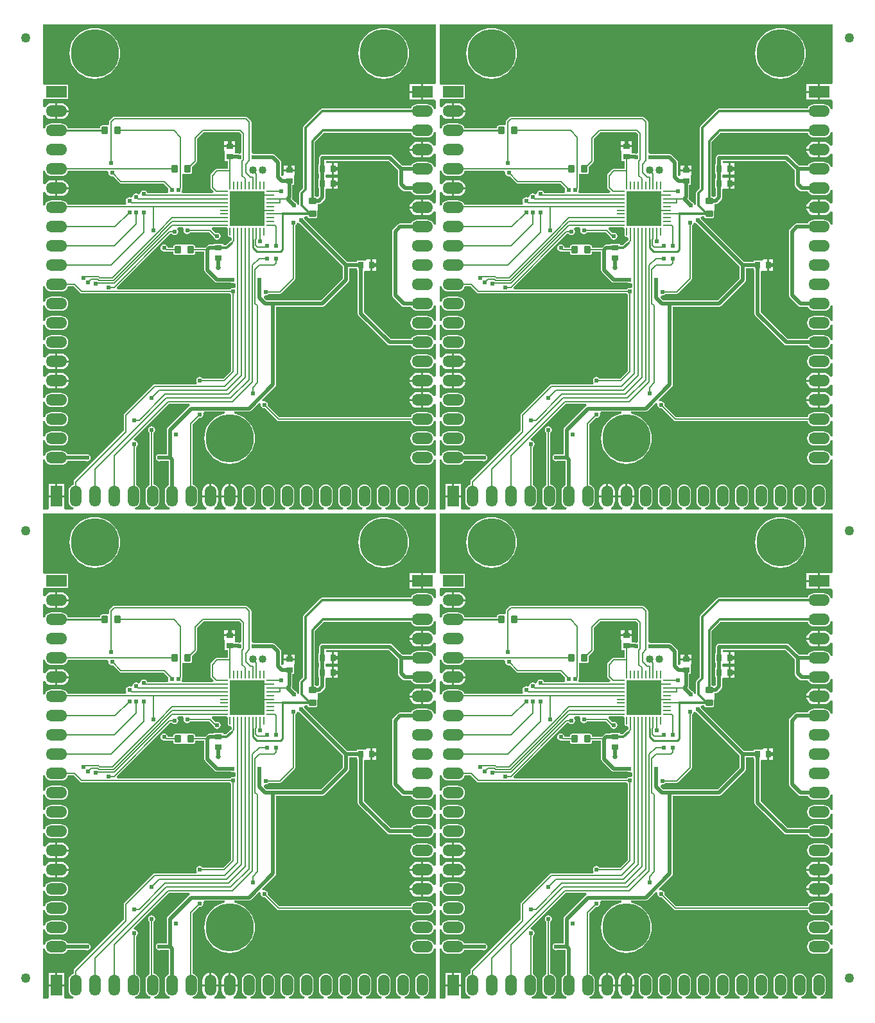
<source format=gtl>
G04 Layer_Physical_Order=1*
G04 Layer_Color=255*
%FSLAX25Y25*%
%MOIN*%
G70*
G01*
G75*
%ADD10C,0.05000*%
%ADD11O,0.04331X0.00984*%
%ADD12O,0.00984X0.04331*%
%ADD13R,0.18189X0.18189*%
G04:AMPARAMS|DCode=14|XSize=39.37mil|YSize=35.43mil|CornerRadius=4.43mil|HoleSize=0mil|Usage=FLASHONLY|Rotation=180.000|XOffset=0mil|YOffset=0mil|HoleType=Round|Shape=RoundedRectangle|*
%AMROUNDEDRECTD14*
21,1,0.03937,0.02657,0,0,180.0*
21,1,0.03051,0.03543,0,0,180.0*
1,1,0.00886,-0.01526,0.01329*
1,1,0.00886,0.01526,0.01329*
1,1,0.00886,0.01526,-0.01329*
1,1,0.00886,-0.01526,-0.01329*
%
%ADD14ROUNDEDRECTD14*%
%ADD15R,0.02953X0.03740*%
%ADD16R,0.03740X0.02953*%
G04:AMPARAMS|DCode=17|XSize=39.37mil|YSize=35.43mil|CornerRadius=4.43mil|HoleSize=0mil|Usage=FLASHONLY|Rotation=270.000|XOffset=0mil|YOffset=0mil|HoleType=Round|Shape=RoundedRectangle|*
%AMROUNDEDRECTD17*
21,1,0.03937,0.02657,0,0,270.0*
21,1,0.03051,0.03543,0,0,270.0*
1,1,0.00886,-0.01329,-0.01526*
1,1,0.00886,-0.01329,0.01526*
1,1,0.00886,0.01329,0.01526*
1,1,0.00886,0.01329,-0.01526*
%
%ADD17ROUNDEDRECTD17*%
%ADD18C,0.00800*%
%ADD19C,0.02000*%
%ADD20C,0.01200*%
%ADD21C,0.01000*%
%ADD22C,0.25000*%
%ADD23O,0.11000X0.06000*%
%ADD24R,0.11000X0.06000*%
%ADD25O,0.06000X0.11000*%
%ADD26R,0.06000X0.11000*%
%ADD27C,0.02402*%
%ADD28C,0.02400*%
%ADD29C,0.02600*%
%ADD30C,0.04000*%
G36*
X410981Y476801D02*
X410500Y476000D01*
X409980Y476000D01*
X404500D01*
Y472000D01*
Y468000D01*
X409980D01*
X410500Y468000D01*
X410981Y467199D01*
Y463102D01*
X410007Y462940D01*
X409645Y463815D01*
X409067Y464568D01*
X408316Y465145D01*
X407440Y465507D01*
X406500Y465631D01*
X401500D01*
X400560Y465507D01*
X399685Y465145D01*
X398933Y464568D01*
X398355Y463815D01*
X398110Y463224D01*
X352000D01*
X351532Y463130D01*
X351135Y462865D01*
X342635Y454365D01*
X342370Y453968D01*
X342277Y453500D01*
Y422007D01*
X340635Y420365D01*
X340370Y419968D01*
X340277Y419500D01*
Y413394D01*
X339277Y413296D01*
X339196Y413702D01*
X338798Y414298D01*
X338202Y414696D01*
X338089Y414718D01*
X336277Y416531D01*
X336507Y416876D01*
X336631Y417500D01*
Y423668D01*
X337470D01*
Y427779D01*
X337470Y427820D01*
X337569Y428780D01*
X337870D01*
Y430756D01*
X335000D01*
X332130D01*
Y428780D01*
X332130D01*
X332122Y428587D01*
X331267Y428254D01*
X331002Y428294D01*
X330820Y428475D01*
Y435311D01*
X330696Y435935D01*
X330343Y436465D01*
X327654Y439153D01*
X327124Y439507D01*
X326500Y439631D01*
X317298D01*
X317202Y439696D01*
X316500Y439835D01*
X316317Y439799D01*
X315317Y440486D01*
Y456202D01*
X315240Y456593D01*
X315019Y456923D01*
X313221Y458721D01*
X312890Y458942D01*
X312500Y459020D01*
X244000D01*
X243610Y458942D01*
X243279Y458721D01*
X241779Y457221D01*
X241558Y456890D01*
X241480Y456500D01*
Y455141D01*
X240556Y454574D01*
X240482Y454589D01*
X237825D01*
X237418Y454508D01*
X237073Y454278D01*
X236842Y453933D01*
X236761Y453526D01*
Y453122D01*
X219932D01*
X219645Y453816D01*
X219068Y454568D01*
X218316Y455145D01*
X217440Y455507D01*
X216500Y455631D01*
X211500D01*
X210560Y455507D01*
X209684Y455145D01*
X208932Y454568D01*
X208355Y453816D01*
X207993Y452940D01*
X207019Y453102D01*
Y459751D01*
X207962Y459972D01*
X208019Y459965D01*
X208647Y459147D01*
X209483Y458506D01*
X210456Y458103D01*
X211500Y457966D01*
X213500D01*
Y462000D01*
Y466035D01*
X211500D01*
X210456Y465897D01*
X209483Y465494D01*
X208647Y464853D01*
X208019Y464035D01*
X207962Y464028D01*
X207019Y464249D01*
Y468111D01*
X207900Y468400D01*
X208019Y468400D01*
X220100D01*
Y475600D01*
X208019D01*
X207900Y475600D01*
X207019Y475889D01*
Y506981D01*
X410981D01*
Y476801D01*
D02*
G37*
G36*
X204980D02*
X204500Y476000D01*
X203980Y476000D01*
X198500D01*
Y472000D01*
Y468000D01*
X203980D01*
X204500Y468000D01*
X204980Y467199D01*
Y463102D01*
X204007Y462940D01*
X203645Y463815D01*
X203068Y464568D01*
X202315Y465145D01*
X201440Y465507D01*
X200500Y465631D01*
X195500D01*
X194560Y465507D01*
X193684Y465145D01*
X192932Y464568D01*
X192355Y463815D01*
X192110Y463224D01*
X146000D01*
X145532Y463130D01*
X145135Y462865D01*
X136635Y454365D01*
X136370Y453968D01*
X136276Y453500D01*
Y422007D01*
X134635Y420365D01*
X134370Y419968D01*
X134276Y419500D01*
Y413394D01*
X133276Y413296D01*
X133196Y413702D01*
X132798Y414298D01*
X132202Y414696D01*
X132089Y414718D01*
X130277Y416531D01*
X130507Y416876D01*
X130631Y417500D01*
Y423668D01*
X131470D01*
Y427779D01*
X131470Y427820D01*
X131569Y428780D01*
X131870D01*
Y430756D01*
X129000D01*
X126130D01*
Y428780D01*
X126130D01*
X126122Y428587D01*
X125267Y428254D01*
X125002Y428294D01*
X124820Y428475D01*
Y435311D01*
X124696Y435935D01*
X124343Y436465D01*
X121653Y439153D01*
X121124Y439507D01*
X120500Y439631D01*
X111298D01*
X111202Y439696D01*
X110500Y439835D01*
X110317Y439799D01*
X109317Y440486D01*
Y456202D01*
X109240Y456593D01*
X109019Y456923D01*
X107221Y458721D01*
X106890Y458942D01*
X106500Y459020D01*
X38000D01*
X37610Y458942D01*
X37279Y458721D01*
X35779Y457221D01*
X35558Y456890D01*
X35480Y456500D01*
Y455141D01*
X34556Y454574D01*
X34482Y454589D01*
X31825D01*
X31418Y454508D01*
X31073Y454278D01*
X30842Y453933D01*
X30762Y453526D01*
Y453122D01*
X13932D01*
X13645Y453816D01*
X13068Y454568D01*
X12315Y455145D01*
X11440Y455507D01*
X10500Y455631D01*
X5500D01*
X4560Y455507D01*
X3684Y455145D01*
X2932Y454568D01*
X2355Y453816D01*
X1993Y452940D01*
X1020Y453102D01*
Y459751D01*
X1962Y459972D01*
X2019Y459965D01*
X2647Y459147D01*
X3483Y458506D01*
X4456Y458103D01*
X5500Y457966D01*
X7500D01*
Y462000D01*
Y466035D01*
X5500D01*
X4456Y465897D01*
X3483Y465494D01*
X2647Y464853D01*
X2019Y464035D01*
X1962Y464028D01*
X1020Y464249D01*
Y468111D01*
X1900Y468400D01*
X2019Y468400D01*
X14100D01*
Y475600D01*
X2019D01*
X1900Y475600D01*
X1020Y475889D01*
Y506981D01*
X204980D01*
Y476801D01*
D02*
G37*
G36*
X410981Y450898D02*
Y444249D01*
X410038Y444028D01*
X409980Y444035D01*
X409353Y444853D01*
X408517Y445494D01*
X407544Y445897D01*
X406500Y446034D01*
X404500D01*
Y442000D01*
Y437965D01*
X406500D01*
X407544Y438103D01*
X408517Y438506D01*
X409353Y439147D01*
X409980Y439965D01*
X410038Y439972D01*
X410981Y439751D01*
Y433102D01*
X410007Y432940D01*
X409645Y433815D01*
X409067Y434568D01*
X408316Y435145D01*
X407440Y435507D01*
X406500Y435631D01*
X401500D01*
X400560Y435507D01*
X399685Y435145D01*
X398933Y434568D01*
X398355Y433815D01*
X398279Y433631D01*
X393676D01*
X388409Y438898D01*
X387880Y439251D01*
X387256Y439375D01*
X352244D01*
X351620Y439251D01*
X351091Y438898D01*
X350737Y438368D01*
X350613Y437744D01*
Y434470D01*
X350168D01*
Y429530D01*
X350613D01*
Y426970D01*
X350168D01*
Y422030D01*
X350613D01*
Y417920D01*
X350336Y417643D01*
X349277Y417427D01*
X348933Y417658D01*
X348526Y417738D01*
X348223D01*
Y445993D01*
X353007Y450776D01*
X398110D01*
X398355Y450184D01*
X398933Y449432D01*
X399685Y448855D01*
X400560Y448493D01*
X401500Y448369D01*
X406500D01*
X407440Y448493D01*
X408316Y448855D01*
X409067Y449432D01*
X409645Y450184D01*
X410007Y451060D01*
X410981Y450898D01*
D02*
G37*
G36*
X204980D02*
Y444249D01*
X204038Y444028D01*
X203980Y444035D01*
X203353Y444853D01*
X202517Y445494D01*
X201544Y445897D01*
X200500Y446034D01*
X198500D01*
Y442000D01*
Y437965D01*
X200500D01*
X201544Y438103D01*
X202517Y438506D01*
X203353Y439147D01*
X203980Y439965D01*
X204038Y439972D01*
X204980Y439751D01*
Y433102D01*
X204007Y432940D01*
X203645Y433815D01*
X203068Y434568D01*
X202315Y435145D01*
X201440Y435507D01*
X200500Y435631D01*
X195500D01*
X194560Y435507D01*
X193684Y435145D01*
X192932Y434568D01*
X192355Y433815D01*
X192279Y433631D01*
X187676D01*
X182409Y438898D01*
X181880Y439251D01*
X181256Y439375D01*
X146244D01*
X145620Y439251D01*
X145091Y438898D01*
X144737Y438368D01*
X144613Y437744D01*
Y434470D01*
X144168D01*
Y429530D01*
X144613D01*
Y426970D01*
X144168D01*
Y422030D01*
X144613D01*
Y417920D01*
X144336Y417643D01*
X143278Y417427D01*
X142932Y417658D01*
X142526Y417738D01*
X142224D01*
Y445993D01*
X147007Y450776D01*
X192110D01*
X192355Y450184D01*
X192932Y449432D01*
X193684Y448855D01*
X194560Y448493D01*
X195500Y448369D01*
X200500D01*
X201440Y448493D01*
X202315Y448855D01*
X203068Y449432D01*
X203645Y450184D01*
X204007Y451060D01*
X204980Y450898D01*
D02*
G37*
G36*
X310180Y449878D02*
Y440487D01*
X309180Y439799D01*
X309000Y439835D01*
X308979Y439831D01*
X308756Y439875D01*
X307303D01*
X307264Y439896D01*
X306951Y440313D01*
X306870Y441280D01*
X306870D01*
Y443256D01*
X304000D01*
X301130D01*
Y441280D01*
X301431D01*
X301530Y440320D01*
X301530Y440279D01*
Y436168D01*
X303169D01*
Y432020D01*
X297500D01*
X297110Y431942D01*
X296779Y431721D01*
X294279Y429221D01*
X294058Y428890D01*
X293980Y428500D01*
Y422500D01*
X294058Y422110D01*
X294279Y421779D01*
X295641Y420417D01*
X295227Y419417D01*
X279810D01*
X279294Y420157D01*
X279219Y420417D01*
X279335Y421000D01*
X279266Y421347D01*
X279442Y421610D01*
X279520Y422000D01*
Y429244D01*
X280228D01*
X280441Y429457D01*
X280671Y429411D01*
X283329D01*
X283736Y429492D01*
X284081Y429722D01*
X284311Y430067D01*
X284392Y430474D01*
Y432950D01*
X286721Y435279D01*
X286942Y435610D01*
X287020Y436000D01*
Y447578D01*
X290422Y450980D01*
X309078D01*
X310180Y449878D01*
D02*
G37*
G36*
X104180D02*
Y440487D01*
X103180Y439799D01*
X103000Y439835D01*
X102979Y439831D01*
X102756Y439875D01*
X101303D01*
X101264Y439896D01*
X100951Y440313D01*
X100870Y441280D01*
X100870D01*
Y443256D01*
X98000D01*
X95130D01*
Y441280D01*
X95431D01*
X95530Y440320D01*
X95530Y440279D01*
Y436168D01*
X97169D01*
Y432020D01*
X91500D01*
X91110Y431942D01*
X90779Y431721D01*
X88279Y429221D01*
X88058Y428890D01*
X87980Y428500D01*
Y422500D01*
X88058Y422110D01*
X88279Y421779D01*
X89641Y420417D01*
X89227Y419417D01*
X73810D01*
X73294Y420157D01*
X73219Y420417D01*
X73335Y421000D01*
X73266Y421347D01*
X73442Y421610D01*
X73520Y422000D01*
Y429244D01*
X74228D01*
X74441Y429457D01*
X74671Y429411D01*
X77329D01*
X77736Y429492D01*
X78081Y429722D01*
X78311Y430067D01*
X78392Y430474D01*
Y432950D01*
X80721Y435279D01*
X80942Y435610D01*
X81020Y436000D01*
Y447578D01*
X84422Y450980D01*
X103078D01*
X104180Y449878D01*
D02*
G37*
G36*
X241201Y430180D02*
X241165Y430000D01*
X241304Y429298D01*
X241702Y428702D01*
X242298Y428304D01*
X243000Y428165D01*
X243328Y428230D01*
X246779Y424779D01*
X247110Y424558D01*
X247500Y424480D01*
X269578D01*
X272325Y421733D01*
X272304Y421702D01*
X272165Y421000D01*
X272281Y420417D01*
X272206Y420157D01*
X271690Y419417D01*
X261252D01*
X261196Y419702D01*
X260798Y420298D01*
X260202Y420696D01*
X259500Y420835D01*
X258798Y420696D01*
X258202Y420298D01*
X257804Y419702D01*
X257711Y419231D01*
X257059Y418922D01*
X257027Y418912D01*
X256696Y418866D01*
X256202Y419196D01*
X255500Y419335D01*
X254798Y419196D01*
X254202Y418798D01*
X253804Y418202D01*
X253710Y417725D01*
X253066Y417308D01*
X252706Y417193D01*
X252702Y417196D01*
X252000Y417335D01*
X251298Y417196D01*
X250702Y416798D01*
X250304Y416202D01*
X250165Y415500D01*
X250304Y414798D01*
X250496Y414512D01*
X250089Y413551D01*
X250053Y413512D01*
X219770D01*
X219645Y413815D01*
X219068Y414568D01*
X218316Y415145D01*
X217440Y415507D01*
X216500Y415631D01*
X211500D01*
X210560Y415507D01*
X209684Y415145D01*
X208932Y414568D01*
X208355Y413815D01*
X207993Y412940D01*
X207019Y413102D01*
Y419751D01*
X207962Y419973D01*
X208019Y419965D01*
X208647Y419147D01*
X209483Y418506D01*
X210456Y418103D01*
X211500Y417966D01*
X213500D01*
Y422000D01*
Y426034D01*
X211500D01*
X210456Y425897D01*
X209483Y425494D01*
X208647Y424853D01*
X208019Y424035D01*
X207962Y424027D01*
X207019Y424249D01*
Y430898D01*
X207993Y431060D01*
X208355Y430185D01*
X208932Y429432D01*
X209684Y428855D01*
X210560Y428493D01*
X211500Y428369D01*
X216500D01*
X217440Y428493D01*
X218316Y428855D01*
X219068Y429432D01*
X219645Y430185D01*
X220007Y431060D01*
X220023Y431180D01*
X240513D01*
X241201Y430180D01*
D02*
G37*
G36*
X35201D02*
X35165Y430000D01*
X35304Y429298D01*
X35702Y428702D01*
X36298Y428304D01*
X37000Y428165D01*
X37328Y428230D01*
X40779Y424779D01*
X41110Y424558D01*
X41500Y424480D01*
X63578D01*
X66325Y421733D01*
X66304Y421702D01*
X66165Y421000D01*
X66281Y420417D01*
X66206Y420157D01*
X65690Y419417D01*
X55252D01*
X55196Y419702D01*
X54798Y420298D01*
X54202Y420696D01*
X53500Y420835D01*
X52798Y420696D01*
X52202Y420298D01*
X51804Y419702D01*
X51711Y419231D01*
X51059Y418922D01*
X51027Y418912D01*
X50696Y418866D01*
X50202Y419196D01*
X49500Y419335D01*
X48798Y419196D01*
X48202Y418798D01*
X47804Y418202D01*
X47710Y417725D01*
X47066Y417308D01*
X46706Y417193D01*
X46702Y417196D01*
X46000Y417335D01*
X45298Y417196D01*
X44702Y416798D01*
X44304Y416202D01*
X44165Y415500D01*
X44304Y414798D01*
X44495Y414512D01*
X44089Y413551D01*
X44053Y413512D01*
X13770D01*
X13645Y413815D01*
X13068Y414568D01*
X12315Y415145D01*
X11440Y415507D01*
X10500Y415631D01*
X5500D01*
X4560Y415507D01*
X3684Y415145D01*
X2932Y414568D01*
X2355Y413815D01*
X1993Y412940D01*
X1020Y413102D01*
Y419751D01*
X1962Y419973D01*
X2019Y419965D01*
X2647Y419147D01*
X3483Y418506D01*
X4456Y418103D01*
X5500Y417966D01*
X7500D01*
Y422000D01*
Y426034D01*
X5500D01*
X4456Y425897D01*
X3483Y425494D01*
X2647Y424853D01*
X2019Y424035D01*
X1962Y424027D01*
X1020Y424249D01*
Y430898D01*
X1993Y431060D01*
X2355Y430185D01*
X2932Y429432D01*
X3684Y428855D01*
X4560Y428493D01*
X5500Y428369D01*
X10500D01*
X11440Y428493D01*
X12315Y428855D01*
X13068Y429432D01*
X13645Y430185D01*
X14007Y431060D01*
X14023Y431180D01*
X34513D01*
X35201Y430180D01*
D02*
G37*
G36*
X391369Y431324D02*
Y424000D01*
X391493Y423376D01*
X391846Y422847D01*
X393847Y420847D01*
X394376Y420493D01*
X395000Y420369D01*
X398279D01*
X398355Y420185D01*
X398933Y419432D01*
X399685Y418855D01*
X400560Y418493D01*
X401500Y418369D01*
X406500D01*
X407440Y418493D01*
X408316Y418855D01*
X409067Y419432D01*
X409645Y420185D01*
X410007Y421060D01*
X410981Y420898D01*
Y414249D01*
X410038Y414028D01*
X409980Y414035D01*
X409353Y414853D01*
X408517Y415494D01*
X407544Y415897D01*
X406500Y416035D01*
X404500D01*
Y412000D01*
Y407966D01*
X406500D01*
X407544Y408103D01*
X408517Y408506D01*
X409353Y409147D01*
X409980Y409965D01*
X410038Y409972D01*
X410981Y409751D01*
Y403102D01*
X410007Y402940D01*
X409645Y403816D01*
X409067Y404567D01*
X408316Y405145D01*
X407440Y405507D01*
X406500Y405631D01*
X401500D01*
X400560Y405507D01*
X399685Y405145D01*
X398933Y404567D01*
X398355Y403816D01*
X398279Y403631D01*
X392500D01*
X391876Y403507D01*
X391347Y403154D01*
X388846Y400654D01*
X388493Y400124D01*
X388369Y399500D01*
Y366500D01*
X388493Y365876D01*
X388846Y365347D01*
X393347Y360846D01*
X393876Y360493D01*
X394500Y360369D01*
X398279D01*
X398355Y360185D01*
X398933Y359433D01*
X399685Y358855D01*
X400560Y358493D01*
X401500Y358369D01*
X406500D01*
X407440Y358493D01*
X408316Y358855D01*
X409067Y359433D01*
X409645Y360185D01*
X410007Y361060D01*
X410981Y360898D01*
Y353102D01*
X410007Y352940D01*
X409645Y353816D01*
X409067Y354568D01*
X408316Y355145D01*
X407440Y355507D01*
X406500Y355631D01*
X401500D01*
X400560Y355507D01*
X399685Y355145D01*
X398933Y354568D01*
X398355Y353816D01*
X397993Y352940D01*
X397869Y352000D01*
X397993Y351060D01*
X398355Y350184D01*
X398933Y349432D01*
X399685Y348855D01*
X400560Y348493D01*
X401500Y348369D01*
X406500D01*
X407440Y348493D01*
X408316Y348855D01*
X409067Y349432D01*
X409645Y350184D01*
X410007Y351060D01*
X410981Y350898D01*
Y343102D01*
X410007Y342940D01*
X409645Y343815D01*
X409067Y344567D01*
X408316Y345145D01*
X407440Y345507D01*
X406500Y345631D01*
X401500D01*
X400560Y345507D01*
X399685Y345145D01*
X398933Y344567D01*
X398355Y343815D01*
X398279Y343631D01*
X387676D01*
X373875Y357432D01*
Y378697D01*
X373896Y378736D01*
X374313Y379049D01*
X375279Y379130D01*
Y379130D01*
X377256D01*
Y382000D01*
Y384870D01*
X375279D01*
Y384569D01*
X374321Y384470D01*
X374279Y384470D01*
X370168D01*
Y383631D01*
X365176D01*
X342718Y406089D01*
X342696Y406202D01*
X342609Y406332D01*
X343144Y407332D01*
X344411D01*
Y407325D01*
X344492Y406918D01*
X344723Y406573D01*
X345068Y406342D01*
X345474Y406261D01*
X348526D01*
X348933Y406342D01*
X349277Y406573D01*
X349508Y406918D01*
X349589Y407325D01*
Y409982D01*
X349543Y410212D01*
X349756Y410425D01*
Y413575D01*
X350671Y413780D01*
X350971Y413839D01*
X351500Y414193D01*
X353398Y416090D01*
X353751Y416620D01*
X353875Y417244D01*
Y421197D01*
X353896Y421236D01*
X354313Y421549D01*
X355279Y421630D01*
Y421630D01*
X357256D01*
Y424500D01*
Y427370D01*
X355279D01*
Y427370D01*
X354313Y427451D01*
X353896Y427764D01*
X353875Y427803D01*
Y428697D01*
X353896Y428736D01*
X354313Y429049D01*
X355279Y429130D01*
Y429130D01*
X357256D01*
Y432000D01*
Y434870D01*
X355279D01*
Y434870D01*
X354313Y434951D01*
X354097Y435113D01*
X354280Y435991D01*
X354345Y436113D01*
X386580D01*
X391369Y431324D01*
D02*
G37*
G36*
X185369D02*
Y424000D01*
X185493Y423376D01*
X185846Y422847D01*
X187847Y420847D01*
X188376Y420493D01*
X189000Y420369D01*
X192279D01*
X192355Y420185D01*
X192932Y419432D01*
X193684Y418855D01*
X194560Y418493D01*
X195500Y418369D01*
X200500D01*
X201440Y418493D01*
X202315Y418855D01*
X203068Y419432D01*
X203645Y420185D01*
X204007Y421060D01*
X204980Y420898D01*
Y414249D01*
X204038Y414028D01*
X203980Y414035D01*
X203353Y414853D01*
X202517Y415494D01*
X201544Y415897D01*
X200500Y416035D01*
X198500D01*
Y412000D01*
Y407966D01*
X200500D01*
X201544Y408103D01*
X202517Y408506D01*
X203353Y409147D01*
X203980Y409965D01*
X204038Y409972D01*
X204980Y409751D01*
Y403102D01*
X204007Y402940D01*
X203645Y403816D01*
X203068Y404567D01*
X202315Y405145D01*
X201440Y405507D01*
X200500Y405631D01*
X195500D01*
X194560Y405507D01*
X193684Y405145D01*
X192932Y404567D01*
X192355Y403816D01*
X192279Y403631D01*
X186500D01*
X185876Y403507D01*
X185346Y403154D01*
X182846Y400654D01*
X182493Y400124D01*
X182369Y399500D01*
Y366500D01*
X182493Y365876D01*
X182846Y365347D01*
X187346Y360846D01*
X187876Y360493D01*
X188500Y360369D01*
X192279D01*
X192355Y360185D01*
X192932Y359433D01*
X193684Y358855D01*
X194560Y358493D01*
X195500Y358369D01*
X200500D01*
X201440Y358493D01*
X202315Y358855D01*
X203068Y359433D01*
X203645Y360185D01*
X204007Y361060D01*
X204980Y360898D01*
Y353102D01*
X204007Y352940D01*
X203645Y353816D01*
X203068Y354568D01*
X202315Y355145D01*
X201440Y355507D01*
X200500Y355631D01*
X195500D01*
X194560Y355507D01*
X193684Y355145D01*
X192932Y354568D01*
X192355Y353816D01*
X191993Y352940D01*
X191869Y352000D01*
X191993Y351060D01*
X192355Y350184D01*
X192932Y349432D01*
X193684Y348855D01*
X194560Y348493D01*
X195500Y348369D01*
X200500D01*
X201440Y348493D01*
X202315Y348855D01*
X203068Y349432D01*
X203645Y350184D01*
X204007Y351060D01*
X204980Y350898D01*
Y343102D01*
X204007Y342940D01*
X203645Y343815D01*
X203068Y344567D01*
X202315Y345145D01*
X201440Y345507D01*
X200500Y345631D01*
X195500D01*
X194560Y345507D01*
X193684Y345145D01*
X192932Y344567D01*
X192355Y343815D01*
X192279Y343631D01*
X181676D01*
X167875Y357432D01*
Y378697D01*
X167896Y378736D01*
X168313Y379049D01*
X169280Y379130D01*
Y379130D01*
X171256D01*
Y382000D01*
Y384870D01*
X169280D01*
Y384569D01*
X168321Y384470D01*
X168280Y384470D01*
X164168D01*
Y383631D01*
X159176D01*
X136718Y406089D01*
X136696Y406202D01*
X136609Y406332D01*
X137144Y407332D01*
X138411D01*
Y407325D01*
X138492Y406918D01*
X138723Y406573D01*
X139067Y406342D01*
X139474Y406261D01*
X142526D01*
X142932Y406342D01*
X143278Y406573D01*
X143508Y406918D01*
X143589Y407325D01*
Y409982D01*
X143543Y410212D01*
X143756Y410425D01*
Y413575D01*
X144671Y413780D01*
X144971Y413839D01*
X145500Y414193D01*
X147398Y416090D01*
X147751Y416620D01*
X147875Y417244D01*
Y421197D01*
X147896Y421236D01*
X148313Y421549D01*
X149279Y421630D01*
Y421630D01*
X151256D01*
Y424500D01*
Y427370D01*
X149279D01*
Y427370D01*
X148313Y427451D01*
X147896Y427764D01*
X147875Y427803D01*
Y428697D01*
X147896Y428736D01*
X148313Y429049D01*
X149279Y429130D01*
Y429130D01*
X151256D01*
Y432000D01*
Y434870D01*
X149279D01*
Y434870D01*
X148313Y434951D01*
X148097Y435113D01*
X148281Y435991D01*
X148345Y436113D01*
X180580D01*
X185369Y431324D01*
D02*
G37*
G36*
X298940Y401621D02*
X299366Y401536D01*
X302128D01*
X302813Y401274D01*
X303076Y400589D01*
Y397827D01*
X303160Y397401D01*
X303402Y397039D01*
X303763Y396798D01*
X304189Y396713D01*
X305052Y396097D01*
X305138Y395960D01*
Y395080D01*
X304727Y394669D01*
X304532Y394630D01*
X304135Y394365D01*
X302096Y392326D01*
X300698D01*
Y393179D01*
X295758D01*
Y392631D01*
X293500D01*
X292876Y392507D01*
X292347Y392154D01*
X291347Y391154D01*
X291257Y391020D01*
X286239D01*
Y391526D01*
X286158Y391933D01*
X285927Y392278D01*
X285582Y392508D01*
X285175Y392589D01*
X282518D01*
X282288Y392543D01*
X282075Y392756D01*
X278925D01*
X278712Y392543D01*
X278482Y392589D01*
X275825D01*
X275418Y392508D01*
X275073Y392278D01*
X274842Y391933D01*
X274762Y391526D01*
Y391020D01*
X271831D01*
X271696Y391702D01*
X271298Y392298D01*
X270702Y392696D01*
X270000Y392835D01*
X269298Y392696D01*
X268702Y392298D01*
X268304Y391702D01*
X268165Y391000D01*
X268304Y390298D01*
X268702Y389702D01*
X269298Y389304D01*
X270000Y389165D01*
X270347Y389234D01*
X270610Y389058D01*
X271000Y388980D01*
X274762D01*
Y388474D01*
X274842Y388068D01*
X275073Y387722D01*
X275418Y387492D01*
X275825Y387411D01*
X278482D01*
X278712Y387457D01*
X278925Y387244D01*
X282075D01*
X282288Y387457D01*
X282518Y387411D01*
X285175D01*
X285582Y387492D01*
X285927Y387722D01*
X286158Y388068D01*
X286239Y388474D01*
Y388980D01*
X290869D01*
Y379500D01*
X290993Y378876D01*
X291347Y378346D01*
X296346Y373346D01*
X296876Y372993D01*
X297500Y372869D01*
X304702D01*
X304798Y372804D01*
X305500Y372665D01*
X306106Y372785D01*
X306275Y372757D01*
X307106Y372206D01*
Y370728D01*
X306907Y370520D01*
X306106Y370054D01*
X305700Y370135D01*
X304998Y369996D01*
X304402Y369598D01*
X304216Y369320D01*
X245727D01*
X245312Y370320D01*
X271621Y396628D01*
X271842Y396959D01*
X271842Y396961D01*
X273122Y398241D01*
X274202Y398202D01*
X274798Y397804D01*
X275500Y397665D01*
X276202Y397804D01*
X276798Y398202D01*
X277196Y398798D01*
X277335Y399500D01*
X277196Y400202D01*
X276910Y400630D01*
X277099Y401250D01*
X277352Y401630D01*
X279722D01*
X280284Y400735D01*
X280290Y400630D01*
X280165Y400000D01*
X280304Y399298D01*
X280702Y398702D01*
X281298Y398304D01*
X282000Y398165D01*
X282702Y398304D01*
X283298Y398702D01*
X283484Y398980D01*
X293483D01*
X295715Y396749D01*
X295804Y396298D01*
X296202Y395702D01*
X296798Y395304D01*
X297500Y395165D01*
X298202Y395304D01*
X298798Y395702D01*
X299196Y396298D01*
X299335Y397000D01*
X299196Y397702D01*
X298798Y398298D01*
X298202Y398696D01*
X297500Y398835D01*
X296798Y398696D01*
X296710Y398637D01*
X294717Y400630D01*
X294766Y401010D01*
X295066Y401630D01*
X298926D01*
X298940Y401621D01*
D02*
G37*
G36*
X92940D02*
X93366Y401536D01*
X96128D01*
X96813Y401274D01*
X97075Y400589D01*
Y397827D01*
X97160Y397401D01*
X97402Y397039D01*
X97763Y396798D01*
X98189Y396713D01*
X99052Y396097D01*
X99138Y395960D01*
Y395080D01*
X98727Y394669D01*
X98532Y394630D01*
X98135Y394365D01*
X96096Y392326D01*
X94698D01*
Y393179D01*
X89758D01*
Y392631D01*
X87500D01*
X86876Y392507D01*
X86347Y392154D01*
X85347Y391154D01*
X85257Y391020D01*
X80238D01*
Y391526D01*
X80158Y391933D01*
X79927Y392278D01*
X79582Y392508D01*
X79175Y392589D01*
X76518D01*
X76288Y392543D01*
X76075Y392756D01*
X72925D01*
X72712Y392543D01*
X72482Y392589D01*
X69825D01*
X69418Y392508D01*
X69073Y392278D01*
X68842Y391933D01*
X68761Y391526D01*
Y391020D01*
X65831D01*
X65696Y391702D01*
X65298Y392298D01*
X64702Y392696D01*
X64000Y392835D01*
X63298Y392696D01*
X62702Y392298D01*
X62304Y391702D01*
X62165Y391000D01*
X62304Y390298D01*
X62702Y389702D01*
X63298Y389304D01*
X64000Y389165D01*
X64347Y389234D01*
X64610Y389058D01*
X65000Y388980D01*
X68761D01*
Y388474D01*
X68842Y388068D01*
X69073Y387722D01*
X69418Y387492D01*
X69825Y387411D01*
X72482D01*
X72712Y387457D01*
X72925Y387244D01*
X76075D01*
X76288Y387457D01*
X76518Y387411D01*
X79175D01*
X79582Y387492D01*
X79927Y387722D01*
X80158Y388068D01*
X80238Y388474D01*
Y388980D01*
X84869D01*
Y379500D01*
X84993Y378876D01*
X85347Y378346D01*
X90346Y373346D01*
X90876Y372993D01*
X91500Y372869D01*
X98702D01*
X98798Y372804D01*
X99500Y372665D01*
X100106Y372785D01*
X100275Y372757D01*
X101106Y372206D01*
Y370728D01*
X100907Y370520D01*
X100106Y370054D01*
X99700Y370135D01*
X98998Y369996D01*
X98402Y369598D01*
X98216Y369320D01*
X39727D01*
X39312Y370320D01*
X65621Y396628D01*
X65842Y396959D01*
X65842Y396961D01*
X67122Y398241D01*
X68202Y398202D01*
X68798Y397804D01*
X69500Y397665D01*
X70202Y397804D01*
X70798Y398202D01*
X71196Y398798D01*
X71335Y399500D01*
X71196Y400202D01*
X70910Y400630D01*
X71099Y401250D01*
X71352Y401630D01*
X73722D01*
X74284Y400735D01*
X74290Y400630D01*
X74165Y400000D01*
X74304Y399298D01*
X74702Y398702D01*
X75298Y398304D01*
X76000Y398165D01*
X76702Y398304D01*
X77298Y398702D01*
X77484Y398980D01*
X87483D01*
X89715Y396749D01*
X89804Y396298D01*
X90202Y395702D01*
X90798Y395304D01*
X91500Y395165D01*
X92202Y395304D01*
X92798Y395702D01*
X93196Y396298D01*
X93335Y397000D01*
X93196Y397702D01*
X92798Y398298D01*
X92202Y398696D01*
X91500Y398835D01*
X90798Y398696D01*
X90710Y398637D01*
X88717Y400630D01*
X88766Y401010D01*
X89066Y401630D01*
X92926D01*
X92940Y401621D01*
D02*
G37*
G36*
X340298Y403804D02*
X340411Y403782D01*
X362869Y381324D01*
Y375176D01*
X351324Y363631D01*
X323176D01*
X321729Y365078D01*
X321757Y365617D01*
X322700Y366365D01*
X323402Y366504D01*
X323998Y366902D01*
X324184Y367180D01*
X330200D01*
X330590Y367258D01*
X330921Y367479D01*
X337721Y374279D01*
X337942Y374610D01*
X338020Y375000D01*
Y402516D01*
X338298Y402702D01*
X338696Y403298D01*
X338789Y403769D01*
X339441Y404078D01*
X339473Y404088D01*
X339804Y404134D01*
X340298Y403804D01*
D02*
G37*
G36*
X134298D02*
X134411Y403782D01*
X156869Y381324D01*
Y375176D01*
X145324Y363631D01*
X117176D01*
X115729Y365078D01*
X115757Y365617D01*
X116700Y366365D01*
X117402Y366504D01*
X117998Y366902D01*
X118184Y367180D01*
X124200D01*
X124590Y367258D01*
X124921Y367479D01*
X131721Y374279D01*
X131942Y374610D01*
X132020Y375000D01*
Y402516D01*
X132298Y402702D01*
X132696Y403298D01*
X132789Y403769D01*
X133441Y404078D01*
X133473Y404088D01*
X133804Y404134D01*
X134298Y403804D01*
D02*
G37*
G36*
X208355Y370184D02*
X208932Y369432D01*
X209684Y368855D01*
X210560Y368493D01*
X211500Y368369D01*
X216500D01*
X217440Y368493D01*
X218316Y368855D01*
X219068Y369432D01*
X219645Y370184D01*
X219974Y370980D01*
X223078D01*
X226479Y367579D01*
X226810Y367358D01*
X227200Y367280D01*
X304216D01*
X304402Y367002D01*
X304680Y366816D01*
Y327122D01*
X300713Y323155D01*
X290084D01*
X289898Y323433D01*
X289303Y323831D01*
X288601Y323971D01*
X287898Y323831D01*
X287303Y323433D01*
X286905Y322838D01*
X286765Y322135D01*
X286905Y321433D01*
X287181Y321020D01*
X286971Y320357D01*
X286738Y320020D01*
X265000D01*
X264610Y319942D01*
X264279Y319721D01*
X249279Y304721D01*
X249058Y304390D01*
X248980Y304000D01*
Y295922D01*
X223279Y270221D01*
X223058Y269890D01*
X222980Y269500D01*
Y267974D01*
X222184Y267645D01*
X221432Y267068D01*
X220855Y266316D01*
X220493Y265440D01*
X220369Y264500D01*
Y259500D01*
X220493Y258560D01*
X220855Y257684D01*
X221432Y256932D01*
X222184Y256355D01*
X223060Y255993D01*
X222898Y255019D01*
X218801D01*
X218000Y255500D01*
X218000Y256019D01*
Y261500D01*
X214000D01*
X210000D01*
Y256019D01*
X210000Y255500D01*
X209199Y255019D01*
X207019D01*
Y280898D01*
X207993Y281060D01*
X208355Y280185D01*
X208932Y279433D01*
X209684Y278855D01*
X210560Y278493D01*
X211500Y278369D01*
X216500D01*
X217440Y278493D01*
X218316Y278855D01*
X219068Y279433D01*
X219645Y280185D01*
X219721Y280369D01*
X229202D01*
X229298Y280304D01*
X230000Y280165D01*
X230702Y280304D01*
X231298Y280702D01*
X231696Y281298D01*
X231835Y282000D01*
X231696Y282702D01*
X231298Y283298D01*
X230702Y283696D01*
X230000Y283835D01*
X229298Y283696D01*
X229202Y283631D01*
X219721D01*
X219645Y283816D01*
X219068Y284567D01*
X218316Y285145D01*
X217440Y285507D01*
X216500Y285631D01*
X211500D01*
X210560Y285507D01*
X209684Y285145D01*
X208932Y284567D01*
X208355Y283816D01*
X207993Y282940D01*
X207019Y283102D01*
Y290898D01*
X207993Y291060D01*
X208355Y290184D01*
X208932Y289433D01*
X209684Y288855D01*
X210560Y288493D01*
X211500Y288369D01*
X216500D01*
X217440Y288493D01*
X218316Y288855D01*
X219068Y289433D01*
X219645Y290184D01*
X220007Y291060D01*
X220131Y292000D01*
X220007Y292940D01*
X219645Y293815D01*
X219068Y294567D01*
X218316Y295145D01*
X217440Y295507D01*
X216500Y295631D01*
X211500D01*
X210560Y295507D01*
X209684Y295145D01*
X208932Y294567D01*
X208355Y293815D01*
X207993Y292940D01*
X207019Y293102D01*
Y300898D01*
X207993Y301060D01*
X208355Y300184D01*
X208932Y299432D01*
X209684Y298855D01*
X210560Y298493D01*
X211500Y298369D01*
X216500D01*
X217440Y298493D01*
X218316Y298855D01*
X219068Y299432D01*
X219645Y300184D01*
X220007Y301060D01*
X220131Y302000D01*
X220007Y302940D01*
X219645Y303816D01*
X219068Y304568D01*
X218316Y305145D01*
X217440Y305507D01*
X216500Y305631D01*
X211500D01*
X210560Y305507D01*
X209684Y305145D01*
X208932Y304568D01*
X208355Y303816D01*
X207993Y302940D01*
X207019Y303102D01*
Y310898D01*
X207993Y311060D01*
X208355Y310185D01*
X208932Y309433D01*
X209684Y308855D01*
X210560Y308493D01*
X211500Y308369D01*
X216500D01*
X217440Y308493D01*
X218316Y308855D01*
X219068Y309433D01*
X219645Y310185D01*
X220007Y311060D01*
X220131Y312000D01*
X220007Y312940D01*
X219645Y313815D01*
X219068Y314567D01*
X218316Y315145D01*
X217440Y315507D01*
X216500Y315631D01*
X211500D01*
X210560Y315507D01*
X209684Y315145D01*
X208932Y314567D01*
X208355Y313815D01*
X207993Y312940D01*
X207019Y313102D01*
Y319751D01*
X207962Y319972D01*
X208019Y319965D01*
X208647Y319147D01*
X209483Y318506D01*
X210456Y318103D01*
X211500Y317966D01*
X213500D01*
Y322000D01*
Y326034D01*
X211500D01*
X210456Y325897D01*
X209483Y325494D01*
X208647Y324853D01*
X208019Y324035D01*
X207962Y324027D01*
X207019Y324249D01*
Y329751D01*
X207962Y329973D01*
X208019Y329965D01*
X208647Y329147D01*
X209483Y328506D01*
X210456Y328103D01*
X211500Y327965D01*
X213500D01*
Y332000D01*
Y336034D01*
X211500D01*
X210456Y335897D01*
X209483Y335494D01*
X208647Y334853D01*
X208019Y334035D01*
X207962Y334028D01*
X207019Y334249D01*
Y340898D01*
X207993Y341060D01*
X208355Y340184D01*
X208932Y339433D01*
X209684Y338855D01*
X210560Y338493D01*
X211500Y338369D01*
X216500D01*
X217440Y338493D01*
X218316Y338855D01*
X219068Y339433D01*
X219645Y340184D01*
X220007Y341060D01*
X220131Y342000D01*
X220007Y342940D01*
X219645Y343815D01*
X219068Y344567D01*
X218316Y345145D01*
X217440Y345507D01*
X216500Y345631D01*
X211500D01*
X210560Y345507D01*
X209684Y345145D01*
X208932Y344567D01*
X208355Y343815D01*
X207993Y342940D01*
X207019Y343102D01*
Y350898D01*
X207993Y351060D01*
X208355Y350184D01*
X208932Y349432D01*
X209684Y348855D01*
X210560Y348493D01*
X211500Y348369D01*
X216500D01*
X217440Y348493D01*
X218316Y348855D01*
X219068Y349432D01*
X219645Y350184D01*
X220007Y351060D01*
X220131Y352000D01*
X220007Y352940D01*
X219645Y353816D01*
X219068Y354568D01*
X218316Y355145D01*
X217440Y355507D01*
X216500Y355631D01*
X211500D01*
X210560Y355507D01*
X209684Y355145D01*
X208932Y354568D01*
X208355Y353816D01*
X207993Y352940D01*
X207019Y353102D01*
Y360898D01*
X207993Y361060D01*
X208355Y360185D01*
X208932Y359433D01*
X209684Y358855D01*
X210560Y358493D01*
X211500Y358369D01*
X216500D01*
X217440Y358493D01*
X218316Y358855D01*
X219068Y359433D01*
X219645Y360185D01*
X220007Y361060D01*
X220131Y362000D01*
X220007Y362940D01*
X219645Y363815D01*
X219068Y364567D01*
X218316Y365145D01*
X217440Y365507D01*
X216500Y365631D01*
X211500D01*
X210560Y365507D01*
X209684Y365145D01*
X208932Y364567D01*
X208355Y363815D01*
X207993Y362940D01*
X207019Y363102D01*
Y370898D01*
X207993Y371060D01*
X208355Y370184D01*
D02*
G37*
G36*
X2355D02*
X2932Y369432D01*
X3684Y368855D01*
X4560Y368493D01*
X5500Y368369D01*
X10500D01*
X11440Y368493D01*
X12315Y368855D01*
X13068Y369432D01*
X13645Y370184D01*
X13974Y370980D01*
X17078D01*
X20479Y367579D01*
X20810Y367358D01*
X21200Y367280D01*
X98216D01*
X98402Y367002D01*
X98680Y366816D01*
Y327122D01*
X94713Y323155D01*
X84084D01*
X83898Y323433D01*
X83303Y323831D01*
X82601Y323971D01*
X81898Y323831D01*
X81303Y323433D01*
X80905Y322838D01*
X80765Y322135D01*
X80905Y321433D01*
X81181Y321020D01*
X80971Y320357D01*
X80738Y320020D01*
X59000D01*
X58610Y319942D01*
X58279Y319721D01*
X43279Y304721D01*
X43058Y304390D01*
X42980Y304000D01*
Y295922D01*
X17279Y270221D01*
X17058Y269890D01*
X16980Y269500D01*
Y267974D01*
X16184Y267645D01*
X15432Y267068D01*
X14855Y266316D01*
X14493Y265440D01*
X14369Y264500D01*
Y259500D01*
X14493Y258560D01*
X14855Y257684D01*
X15432Y256932D01*
X16184Y256355D01*
X17060Y255993D01*
X16898Y255019D01*
X12801D01*
X12000Y255500D01*
X12000Y256019D01*
Y261500D01*
X8000D01*
X4000D01*
Y256019D01*
X4000Y255500D01*
X3199Y255019D01*
X1020D01*
Y280898D01*
X1993Y281060D01*
X2355Y280185D01*
X2932Y279433D01*
X3684Y278855D01*
X4560Y278493D01*
X5500Y278369D01*
X10500D01*
X11440Y278493D01*
X12315Y278855D01*
X13068Y279433D01*
X13645Y280185D01*
X13721Y280369D01*
X23202D01*
X23298Y280304D01*
X24000Y280165D01*
X24702Y280304D01*
X25298Y280702D01*
X25696Y281298D01*
X25835Y282000D01*
X25696Y282702D01*
X25298Y283298D01*
X24702Y283696D01*
X24000Y283835D01*
X23298Y283696D01*
X23202Y283631D01*
X13721D01*
X13645Y283816D01*
X13068Y284567D01*
X12315Y285145D01*
X11440Y285507D01*
X10500Y285631D01*
X5500D01*
X4560Y285507D01*
X3684Y285145D01*
X2932Y284567D01*
X2355Y283816D01*
X1993Y282940D01*
X1020Y283102D01*
Y290898D01*
X1993Y291060D01*
X2355Y290184D01*
X2932Y289433D01*
X3684Y288855D01*
X4560Y288493D01*
X5500Y288369D01*
X10500D01*
X11440Y288493D01*
X12315Y288855D01*
X13068Y289433D01*
X13645Y290184D01*
X14007Y291060D01*
X14131Y292000D01*
X14007Y292940D01*
X13645Y293815D01*
X13068Y294567D01*
X12315Y295145D01*
X11440Y295507D01*
X10500Y295631D01*
X5500D01*
X4560Y295507D01*
X3684Y295145D01*
X2932Y294567D01*
X2355Y293815D01*
X1993Y292940D01*
X1020Y293102D01*
Y300898D01*
X1993Y301060D01*
X2355Y300184D01*
X2932Y299432D01*
X3684Y298855D01*
X4560Y298493D01*
X5500Y298369D01*
X10500D01*
X11440Y298493D01*
X12315Y298855D01*
X13068Y299432D01*
X13645Y300184D01*
X14007Y301060D01*
X14131Y302000D01*
X14007Y302940D01*
X13645Y303816D01*
X13068Y304568D01*
X12315Y305145D01*
X11440Y305507D01*
X10500Y305631D01*
X5500D01*
X4560Y305507D01*
X3684Y305145D01*
X2932Y304568D01*
X2355Y303816D01*
X1993Y302940D01*
X1020Y303102D01*
Y310898D01*
X1993Y311060D01*
X2355Y310185D01*
X2932Y309433D01*
X3684Y308855D01*
X4560Y308493D01*
X5500Y308369D01*
X10500D01*
X11440Y308493D01*
X12315Y308855D01*
X13068Y309433D01*
X13645Y310185D01*
X14007Y311060D01*
X14131Y312000D01*
X14007Y312940D01*
X13645Y313815D01*
X13068Y314567D01*
X12315Y315145D01*
X11440Y315507D01*
X10500Y315631D01*
X5500D01*
X4560Y315507D01*
X3684Y315145D01*
X2932Y314567D01*
X2355Y313815D01*
X1993Y312940D01*
X1020Y313102D01*
Y319751D01*
X1962Y319972D01*
X2019Y319965D01*
X2647Y319147D01*
X3483Y318506D01*
X4456Y318103D01*
X5500Y317966D01*
X7500D01*
Y322000D01*
Y326034D01*
X5500D01*
X4456Y325897D01*
X3483Y325494D01*
X2647Y324853D01*
X2019Y324035D01*
X1962Y324027D01*
X1020Y324249D01*
Y329751D01*
X1962Y329973D01*
X2019Y329965D01*
X2647Y329147D01*
X3483Y328506D01*
X4456Y328103D01*
X5500Y327965D01*
X7500D01*
Y332000D01*
Y336034D01*
X5500D01*
X4456Y335897D01*
X3483Y335494D01*
X2647Y334853D01*
X2019Y334035D01*
X1962Y334028D01*
X1020Y334249D01*
Y340898D01*
X1993Y341060D01*
X2355Y340184D01*
X2932Y339433D01*
X3684Y338855D01*
X4560Y338493D01*
X5500Y338369D01*
X10500D01*
X11440Y338493D01*
X12315Y338855D01*
X13068Y339433D01*
X13645Y340184D01*
X14007Y341060D01*
X14131Y342000D01*
X14007Y342940D01*
X13645Y343815D01*
X13068Y344567D01*
X12315Y345145D01*
X11440Y345507D01*
X10500Y345631D01*
X5500D01*
X4560Y345507D01*
X3684Y345145D01*
X2932Y344567D01*
X2355Y343815D01*
X1993Y342940D01*
X1020Y343102D01*
Y350898D01*
X1993Y351060D01*
X2355Y350184D01*
X2932Y349432D01*
X3684Y348855D01*
X4560Y348493D01*
X5500Y348369D01*
X10500D01*
X11440Y348493D01*
X12315Y348855D01*
X13068Y349432D01*
X13645Y350184D01*
X14007Y351060D01*
X14131Y352000D01*
X14007Y352940D01*
X13645Y353816D01*
X13068Y354568D01*
X12315Y355145D01*
X11440Y355507D01*
X10500Y355631D01*
X5500D01*
X4560Y355507D01*
X3684Y355145D01*
X2932Y354568D01*
X2355Y353816D01*
X1993Y352940D01*
X1020Y353102D01*
Y360898D01*
X1993Y361060D01*
X2355Y360185D01*
X2932Y359433D01*
X3684Y358855D01*
X4560Y358493D01*
X5500Y358369D01*
X10500D01*
X11440Y358493D01*
X12315Y358855D01*
X13068Y359433D01*
X13645Y360185D01*
X14007Y361060D01*
X14131Y362000D01*
X14007Y362940D01*
X13645Y363815D01*
X13068Y364567D01*
X12315Y365145D01*
X11440Y365507D01*
X10500Y365631D01*
X5500D01*
X4560Y365507D01*
X3684Y365145D01*
X2932Y364567D01*
X2355Y363815D01*
X1993Y362940D01*
X1020Y363102D01*
Y370898D01*
X1993Y371060D01*
X2355Y370184D01*
D02*
G37*
G36*
X370168Y379530D02*
X370613D01*
Y356756D01*
X370737Y356132D01*
X371091Y355602D01*
X385846Y340846D01*
X386376Y340493D01*
X387000Y340369D01*
X398279D01*
X398355Y340184D01*
X398933Y339433D01*
X399685Y338855D01*
X400560Y338493D01*
X401500Y338369D01*
X406500D01*
X407440Y338493D01*
X408316Y338855D01*
X409067Y339433D01*
X409645Y340184D01*
X410007Y341060D01*
X410981Y340898D01*
Y333102D01*
X410007Y332940D01*
X409645Y333816D01*
X409067Y334567D01*
X408316Y335145D01*
X407440Y335507D01*
X406500Y335631D01*
X401500D01*
X400560Y335507D01*
X399685Y335145D01*
X398933Y334567D01*
X398355Y333816D01*
X397993Y332940D01*
X397869Y332000D01*
X397993Y331060D01*
X398355Y330185D01*
X398933Y329433D01*
X399685Y328855D01*
X400560Y328493D01*
X401500Y328369D01*
X406500D01*
X407440Y328493D01*
X408316Y328855D01*
X409067Y329433D01*
X409645Y330185D01*
X410007Y331060D01*
X410981Y330898D01*
Y324249D01*
X410038Y324027D01*
X409980Y324035D01*
X409353Y324853D01*
X408517Y325494D01*
X407544Y325897D01*
X406500Y326034D01*
X404500D01*
Y322000D01*
Y317966D01*
X406500D01*
X407544Y318103D01*
X408517Y318506D01*
X409353Y319147D01*
X409980Y319965D01*
X410038Y319972D01*
X410981Y319751D01*
Y314249D01*
X410038Y314028D01*
X409980Y314035D01*
X409353Y314853D01*
X408517Y315494D01*
X407544Y315897D01*
X406500Y316035D01*
X404500D01*
Y312000D01*
Y307965D01*
X406500D01*
X407544Y308103D01*
X408517Y308506D01*
X409353Y309147D01*
X409980Y309965D01*
X410038Y309973D01*
X410981Y309751D01*
Y303102D01*
X410007Y302940D01*
X409645Y303816D01*
X409067Y304568D01*
X408316Y305145D01*
X407440Y305507D01*
X406500Y305631D01*
X401500D01*
X400560Y305507D01*
X399685Y305145D01*
X398933Y304568D01*
X398355Y303816D01*
X398026Y303020D01*
X329922D01*
X323770Y309172D01*
X323835Y309500D01*
X323696Y310202D01*
X323298Y310798D01*
X322702Y311196D01*
X322000Y311335D01*
X321446Y311225D01*
X321103Y311572D01*
X320857Y312050D01*
X327654Y318847D01*
X328007Y319376D01*
X328131Y320000D01*
Y360369D01*
X352000D01*
X352624Y360493D01*
X353153Y360846D01*
X365653Y373346D01*
X366007Y373876D01*
X366131Y374500D01*
Y380369D01*
X370168D01*
Y379530D01*
D02*
G37*
G36*
X164168D02*
X164613D01*
Y356756D01*
X164737Y356132D01*
X165091Y355602D01*
X179847Y340846D01*
X180376Y340493D01*
X181000Y340369D01*
X192279D01*
X192355Y340184D01*
X192932Y339433D01*
X193684Y338855D01*
X194560Y338493D01*
X195500Y338369D01*
X200500D01*
X201440Y338493D01*
X202315Y338855D01*
X203068Y339433D01*
X203645Y340184D01*
X204007Y341060D01*
X204980Y340898D01*
Y333102D01*
X204007Y332940D01*
X203645Y333816D01*
X203068Y334567D01*
X202315Y335145D01*
X201440Y335507D01*
X200500Y335631D01*
X195500D01*
X194560Y335507D01*
X193684Y335145D01*
X192932Y334567D01*
X192355Y333816D01*
X191993Y332940D01*
X191869Y332000D01*
X191993Y331060D01*
X192355Y330185D01*
X192932Y329433D01*
X193684Y328855D01*
X194560Y328493D01*
X195500Y328369D01*
X200500D01*
X201440Y328493D01*
X202315Y328855D01*
X203068Y329433D01*
X203645Y330185D01*
X204007Y331060D01*
X204980Y330898D01*
Y324249D01*
X204038Y324027D01*
X203980Y324035D01*
X203353Y324853D01*
X202517Y325494D01*
X201544Y325897D01*
X200500Y326034D01*
X198500D01*
Y322000D01*
Y317966D01*
X200500D01*
X201544Y318103D01*
X202517Y318506D01*
X203353Y319147D01*
X203980Y319965D01*
X204038Y319972D01*
X204980Y319751D01*
Y314249D01*
X204038Y314028D01*
X203980Y314035D01*
X203353Y314853D01*
X202517Y315494D01*
X201544Y315897D01*
X200500Y316035D01*
X198500D01*
Y312000D01*
Y307965D01*
X200500D01*
X201544Y308103D01*
X202517Y308506D01*
X203353Y309147D01*
X203980Y309965D01*
X204038Y309973D01*
X204980Y309751D01*
Y303102D01*
X204007Y302940D01*
X203645Y303816D01*
X203068Y304568D01*
X202315Y305145D01*
X201440Y305507D01*
X200500Y305631D01*
X195500D01*
X194560Y305507D01*
X193684Y305145D01*
X192932Y304568D01*
X192355Y303816D01*
X192026Y303020D01*
X123922D01*
X117770Y309172D01*
X117835Y309500D01*
X117696Y310202D01*
X117298Y310798D01*
X116702Y311196D01*
X116000Y311335D01*
X115446Y311225D01*
X115103Y311572D01*
X114857Y312050D01*
X121653Y318847D01*
X122007Y319376D01*
X122131Y320000D01*
Y360369D01*
X146000D01*
X146624Y360493D01*
X147153Y360846D01*
X159653Y373346D01*
X160007Y373876D01*
X160131Y374500D01*
Y380369D01*
X164168D01*
Y379530D01*
D02*
G37*
G36*
X283350Y309055D02*
X283336Y308980D01*
X282846Y308653D01*
X271847Y297654D01*
X271493Y297124D01*
X271369Y296500D01*
Y283631D01*
X268298D01*
X268202Y283696D01*
X267500Y283835D01*
X266798Y283696D01*
X266202Y283298D01*
X265804Y282702D01*
X265665Y282000D01*
X265804Y281298D01*
X266202Y280702D01*
X266798Y280304D01*
X267500Y280165D01*
X268202Y280304D01*
X268298Y280369D01*
X272324D01*
X272369Y280324D01*
Y267721D01*
X272184Y267645D01*
X271432Y267068D01*
X270855Y266316D01*
X270493Y265440D01*
X270369Y264500D01*
Y259500D01*
X270493Y258560D01*
X270855Y257684D01*
X271432Y256932D01*
X272184Y256355D01*
X273060Y255993D01*
X272898Y255019D01*
X265102D01*
X264940Y255993D01*
X265815Y256355D01*
X266567Y256932D01*
X267145Y257684D01*
X267507Y258560D01*
X267631Y259500D01*
Y264500D01*
X267507Y265440D01*
X267145Y266316D01*
X266567Y267068D01*
X265815Y267645D01*
X264940Y268007D01*
X264520Y268063D01*
Y295016D01*
X264798Y295202D01*
X265196Y295798D01*
X265335Y296500D01*
X265196Y297202D01*
X264798Y297798D01*
X264202Y298196D01*
X263500Y298335D01*
X262798Y298196D01*
X262202Y297798D01*
X261804Y297202D01*
X261665Y296500D01*
X261804Y295798D01*
X262202Y295202D01*
X262480Y295016D01*
Y267767D01*
X262185Y267645D01*
X261433Y267068D01*
X260855Y266316D01*
X260493Y265440D01*
X260369Y264500D01*
Y259500D01*
X260493Y258560D01*
X260855Y257684D01*
X261433Y256932D01*
X262185Y256355D01*
X263060Y255993D01*
X262898Y255019D01*
X255102D01*
X254940Y255993D01*
X255816Y256355D01*
X256568Y256932D01*
X257145Y257684D01*
X257507Y258560D01*
X257631Y259500D01*
Y264500D01*
X257507Y265440D01*
X257145Y266316D01*
X256568Y267068D01*
X255816Y267645D01*
X255520Y267767D01*
Y287516D01*
X255798Y287702D01*
X256196Y288298D01*
X256335Y289000D01*
X256196Y289702D01*
X255798Y290298D01*
X255202Y290696D01*
X254660Y290804D01*
X254377Y291304D01*
X254246Y291804D01*
X272422Y309980D01*
X283088D01*
X283350Y309055D01*
D02*
G37*
G36*
X77350D02*
X77336Y308980D01*
X76846Y308653D01*
X65847Y297654D01*
X65493Y297124D01*
X65369Y296500D01*
Y283631D01*
X62298D01*
X62202Y283696D01*
X61500Y283835D01*
X60798Y283696D01*
X60202Y283298D01*
X59804Y282702D01*
X59665Y282000D01*
X59804Y281298D01*
X60202Y280702D01*
X60798Y280304D01*
X61500Y280165D01*
X62202Y280304D01*
X62298Y280369D01*
X66324D01*
X66369Y280324D01*
Y267721D01*
X66185Y267645D01*
X65432Y267068D01*
X64855Y266316D01*
X64493Y265440D01*
X64369Y264500D01*
Y259500D01*
X64493Y258560D01*
X64855Y257684D01*
X65432Y256932D01*
X66185Y256355D01*
X67060Y255993D01*
X66898Y255019D01*
X59102D01*
X58940Y255993D01*
X59816Y256355D01*
X60568Y256932D01*
X61145Y257684D01*
X61507Y258560D01*
X61631Y259500D01*
Y264500D01*
X61507Y265440D01*
X61145Y266316D01*
X60568Y267068D01*
X59816Y267645D01*
X58940Y268007D01*
X58520Y268063D01*
Y295016D01*
X58798Y295202D01*
X59196Y295798D01*
X59335Y296500D01*
X59196Y297202D01*
X58798Y297798D01*
X58202Y298196D01*
X57500Y298335D01*
X56798Y298196D01*
X56202Y297798D01*
X55804Y297202D01*
X55665Y296500D01*
X55804Y295798D01*
X56202Y295202D01*
X56480Y295016D01*
Y267767D01*
X56185Y267645D01*
X55432Y267068D01*
X54855Y266316D01*
X54493Y265440D01*
X54369Y264500D01*
Y259500D01*
X54493Y258560D01*
X54855Y257684D01*
X55432Y256932D01*
X56185Y256355D01*
X57060Y255993D01*
X56898Y255019D01*
X49102D01*
X48940Y255993D01*
X49815Y256355D01*
X50568Y256932D01*
X51145Y257684D01*
X51507Y258560D01*
X51631Y259500D01*
Y264500D01*
X51507Y265440D01*
X51145Y266316D01*
X50568Y267068D01*
X49815Y267645D01*
X49520Y267767D01*
Y287516D01*
X49798Y287702D01*
X50196Y288298D01*
X50335Y289000D01*
X50196Y289702D01*
X49798Y290298D01*
X49202Y290696D01*
X48660Y290804D01*
X48377Y291304D01*
X48246Y291804D01*
X66422Y309980D01*
X77088D01*
X77350Y309055D01*
D02*
G37*
G36*
X319928Y310397D02*
X320275Y310053D01*
X320165Y309500D01*
X320304Y308798D01*
X320702Y308202D01*
X321298Y307804D01*
X322000Y307665D01*
X322328Y307730D01*
X328779Y301279D01*
X329110Y301058D01*
X329500Y300980D01*
X398026D01*
X398355Y300184D01*
X398933Y299432D01*
X399685Y298855D01*
X400560Y298493D01*
X401500Y298369D01*
X406500D01*
X407440Y298493D01*
X408316Y298855D01*
X409067Y299432D01*
X409645Y300184D01*
X410007Y301060D01*
X410981Y300898D01*
Y293102D01*
X410007Y292940D01*
X409645Y293815D01*
X409067Y294567D01*
X408316Y295145D01*
X407440Y295507D01*
X406500Y295631D01*
X401500D01*
X400560Y295507D01*
X399685Y295145D01*
X398933Y294567D01*
X398355Y293815D01*
X397993Y292940D01*
X397869Y292000D01*
X397993Y291060D01*
X398355Y290184D01*
X398933Y289433D01*
X399685Y288855D01*
X400560Y288493D01*
X401500Y288369D01*
X406500D01*
X407440Y288493D01*
X408316Y288855D01*
X409067Y289433D01*
X409645Y290184D01*
X410007Y291060D01*
X410981Y290898D01*
Y283102D01*
X410007Y282940D01*
X409645Y283816D01*
X409067Y284567D01*
X408316Y285145D01*
X407440Y285507D01*
X406500Y285631D01*
X401500D01*
X400560Y285507D01*
X399685Y285145D01*
X398933Y284567D01*
X398355Y283816D01*
X397993Y282940D01*
X397869Y282000D01*
X397993Y281060D01*
X398355Y280185D01*
X398933Y279433D01*
X399685Y278855D01*
X400560Y278493D01*
X401500Y278369D01*
X406500D01*
X407440Y278493D01*
X408316Y278855D01*
X409067Y279433D01*
X409645Y280185D01*
X410007Y281060D01*
X410981Y280898D01*
Y255019D01*
X405102D01*
X404940Y255993D01*
X405816Y256355D01*
X406567Y256932D01*
X407145Y257684D01*
X407507Y258560D01*
X407631Y259500D01*
Y264500D01*
X407507Y265440D01*
X407145Y266316D01*
X406567Y267068D01*
X405816Y267645D01*
X404940Y268007D01*
X404000Y268131D01*
X403060Y268007D01*
X402184Y267645D01*
X401433Y267068D01*
X400855Y266316D01*
X400493Y265440D01*
X400369Y264500D01*
Y259500D01*
X400493Y258560D01*
X400855Y257684D01*
X401433Y256932D01*
X402184Y256355D01*
X403060Y255993D01*
X402898Y255019D01*
X395102D01*
X394940Y255993D01*
X395815Y256355D01*
X396568Y256932D01*
X397145Y257684D01*
X397507Y258560D01*
X397631Y259500D01*
Y264500D01*
X397507Y265440D01*
X397145Y266316D01*
X396568Y267068D01*
X395815Y267645D01*
X394940Y268007D01*
X394000Y268131D01*
X393060Y268007D01*
X392184Y267645D01*
X391432Y267068D01*
X390855Y266316D01*
X390493Y265440D01*
X390369Y264500D01*
Y259500D01*
X390493Y258560D01*
X390855Y257684D01*
X391432Y256932D01*
X392184Y256355D01*
X393060Y255993D01*
X392898Y255019D01*
X385102D01*
X384940Y255993D01*
X385816Y256355D01*
X386567Y256932D01*
X387145Y257684D01*
X387507Y258560D01*
X387631Y259500D01*
Y264500D01*
X387507Y265440D01*
X387145Y266316D01*
X386567Y267068D01*
X385816Y267645D01*
X384940Y268007D01*
X384000Y268131D01*
X383060Y268007D01*
X382185Y267645D01*
X381433Y267068D01*
X380855Y266316D01*
X380493Y265440D01*
X380369Y264500D01*
Y259500D01*
X380493Y258560D01*
X380855Y257684D01*
X381433Y256932D01*
X382185Y256355D01*
X383060Y255993D01*
X382898Y255019D01*
X375102D01*
X374940Y255993D01*
X375816Y256355D01*
X376568Y256932D01*
X377145Y257684D01*
X377507Y258560D01*
X377631Y259500D01*
Y264500D01*
X377507Y265440D01*
X377145Y266316D01*
X376568Y267068D01*
X375816Y267645D01*
X374940Y268007D01*
X374000Y268131D01*
X373060Y268007D01*
X372184Y267645D01*
X371432Y267068D01*
X370855Y266316D01*
X370493Y265440D01*
X370369Y264500D01*
Y259500D01*
X370493Y258560D01*
X370855Y257684D01*
X371432Y256932D01*
X372184Y256355D01*
X373060Y255993D01*
X372898Y255019D01*
X365102D01*
X364940Y255993D01*
X365815Y256355D01*
X366567Y256932D01*
X367145Y257684D01*
X367507Y258560D01*
X367631Y259500D01*
Y264500D01*
X367507Y265440D01*
X367145Y266316D01*
X366567Y267068D01*
X365815Y267645D01*
X364940Y268007D01*
X364000Y268131D01*
X363060Y268007D01*
X362185Y267645D01*
X361433Y267068D01*
X360855Y266316D01*
X360493Y265440D01*
X360369Y264500D01*
Y259500D01*
X360493Y258560D01*
X360855Y257684D01*
X361433Y256932D01*
X362185Y256355D01*
X363060Y255993D01*
X362898Y255019D01*
X355102D01*
X354940Y255993D01*
X355816Y256355D01*
X356568Y256932D01*
X357145Y257684D01*
X357507Y258560D01*
X357631Y259500D01*
Y264500D01*
X357507Y265440D01*
X357145Y266316D01*
X356568Y267068D01*
X355816Y267645D01*
X354940Y268007D01*
X354000Y268131D01*
X353060Y268007D01*
X352185Y267645D01*
X351432Y267068D01*
X350855Y266316D01*
X350493Y265440D01*
X350369Y264500D01*
Y259500D01*
X350493Y258560D01*
X350855Y257684D01*
X351432Y256932D01*
X352185Y256355D01*
X353060Y255993D01*
X352898Y255019D01*
X345102D01*
X344940Y255993D01*
X345815Y256355D01*
X346568Y256932D01*
X347145Y257684D01*
X347507Y258560D01*
X347631Y259500D01*
Y264500D01*
X347507Y265440D01*
X347145Y266316D01*
X346568Y267068D01*
X345815Y267645D01*
X344940Y268007D01*
X344000Y268131D01*
X343060Y268007D01*
X342184Y267645D01*
X341432Y267068D01*
X340855Y266316D01*
X340493Y265440D01*
X340369Y264500D01*
Y259500D01*
X340493Y258560D01*
X340855Y257684D01*
X341432Y256932D01*
X342184Y256355D01*
X343060Y255993D01*
X342898Y255019D01*
X335102D01*
X334940Y255993D01*
X335816Y256355D01*
X336567Y256932D01*
X337145Y257684D01*
X337507Y258560D01*
X337631Y259500D01*
Y264500D01*
X337507Y265440D01*
X337145Y266316D01*
X336567Y267068D01*
X335816Y267645D01*
X334940Y268007D01*
X334000Y268131D01*
X333060Y268007D01*
X332185Y267645D01*
X331433Y267068D01*
X330855Y266316D01*
X330493Y265440D01*
X330369Y264500D01*
Y259500D01*
X330493Y258560D01*
X330855Y257684D01*
X331433Y256932D01*
X332185Y256355D01*
X333060Y255993D01*
X332898Y255019D01*
X325102D01*
X324940Y255993D01*
X325816Y256355D01*
X326568Y256932D01*
X327145Y257684D01*
X327507Y258560D01*
X327631Y259500D01*
Y264500D01*
X327507Y265440D01*
X327145Y266316D01*
X326568Y267068D01*
X325816Y267645D01*
X324940Y268007D01*
X324000Y268131D01*
X323060Y268007D01*
X322184Y267645D01*
X321432Y267068D01*
X320855Y266316D01*
X320493Y265440D01*
X320369Y264500D01*
Y259500D01*
X320493Y258560D01*
X320855Y257684D01*
X321432Y256932D01*
X322184Y256355D01*
X323060Y255993D01*
X322898Y255019D01*
X315102D01*
X314940Y255993D01*
X315815Y256355D01*
X316567Y256932D01*
X317145Y257684D01*
X317507Y258560D01*
X317631Y259500D01*
Y264500D01*
X317507Y265440D01*
X317145Y266316D01*
X316567Y267068D01*
X315815Y267645D01*
X314940Y268007D01*
X314000Y268131D01*
X313060Y268007D01*
X312185Y267645D01*
X311433Y267068D01*
X310855Y266316D01*
X310493Y265440D01*
X310369Y264500D01*
Y259500D01*
X310493Y258560D01*
X310855Y257684D01*
X311433Y256932D01*
X312185Y256355D01*
X313060Y255993D01*
X312898Y255019D01*
X306249D01*
X306028Y255962D01*
X306035Y256019D01*
X306853Y256647D01*
X307494Y257483D01*
X307897Y258456D01*
X308034Y259500D01*
Y261500D01*
X304000D01*
X299966D01*
Y259500D01*
X300103Y258456D01*
X300506Y257483D01*
X301147Y256647D01*
X301965Y256019D01*
X301973Y255962D01*
X301751Y255019D01*
X296249D01*
X296027Y255962D01*
X296035Y256019D01*
X296853Y256647D01*
X297494Y257483D01*
X297897Y258456D01*
X298035Y259500D01*
Y261500D01*
X294000D01*
X289966D01*
Y259500D01*
X290103Y258456D01*
X290506Y257483D01*
X291147Y256647D01*
X291965Y256019D01*
X291972Y255962D01*
X291751Y255019D01*
X285102D01*
X284940Y255993D01*
X285816Y256355D01*
X286567Y256932D01*
X287145Y257684D01*
X287507Y258560D01*
X287631Y259500D01*
Y264500D01*
X287507Y265440D01*
X287145Y266316D01*
X286567Y267068D01*
X285816Y267645D01*
X284940Y268007D01*
X284820Y268023D01*
Y299378D01*
X288172Y302730D01*
X288500Y302665D01*
X289202Y302804D01*
X289798Y303202D01*
X290196Y303798D01*
X290335Y304500D01*
X290262Y304869D01*
X290759Y305698D01*
X290953Y305869D01*
X301367D01*
X301486Y304869D01*
X299939Y304497D01*
X298034Y303708D01*
X296276Y302631D01*
X294708Y301292D01*
X293369Y299724D01*
X292292Y297966D01*
X291503Y296061D01*
X291021Y294056D01*
X290860Y292000D01*
X291021Y289944D01*
X291503Y287939D01*
X292292Y286034D01*
X293369Y284276D01*
X294708Y282708D01*
X296276Y281369D01*
X298034Y280292D01*
X299939Y279503D01*
X301944Y279021D01*
X304000Y278859D01*
X306056Y279021D01*
X308061Y279503D01*
X309966Y280292D01*
X311724Y281369D01*
X313292Y282708D01*
X314631Y284276D01*
X315708Y286034D01*
X316497Y287939D01*
X316979Y289944D01*
X317141Y292000D01*
X316979Y294056D01*
X316497Y296061D01*
X315708Y297966D01*
X314631Y299724D01*
X313292Y301292D01*
X311724Y302631D01*
X309966Y303708D01*
X308061Y304497D01*
X306514Y304869D01*
X306632Y305869D01*
X314000D01*
X314624Y305993D01*
X315154Y306347D01*
X319450Y310643D01*
X319928Y310397D01*
D02*
G37*
G36*
X113928D02*
X114275Y310053D01*
X114165Y309500D01*
X114304Y308798D01*
X114702Y308202D01*
X115298Y307804D01*
X116000Y307665D01*
X116328Y307730D01*
X122779Y301279D01*
X123110Y301058D01*
X123500Y300980D01*
X192026D01*
X192355Y300184D01*
X192932Y299432D01*
X193684Y298855D01*
X194560Y298493D01*
X195500Y298369D01*
X200500D01*
X201440Y298493D01*
X202315Y298855D01*
X203068Y299432D01*
X203645Y300184D01*
X204007Y301060D01*
X204980Y300898D01*
Y293102D01*
X204007Y292940D01*
X203645Y293815D01*
X203068Y294567D01*
X202315Y295145D01*
X201440Y295507D01*
X200500Y295631D01*
X195500D01*
X194560Y295507D01*
X193684Y295145D01*
X192932Y294567D01*
X192355Y293815D01*
X191993Y292940D01*
X191869Y292000D01*
X191993Y291060D01*
X192355Y290184D01*
X192932Y289433D01*
X193684Y288855D01*
X194560Y288493D01*
X195500Y288369D01*
X200500D01*
X201440Y288493D01*
X202315Y288855D01*
X203068Y289433D01*
X203645Y290184D01*
X204007Y291060D01*
X204980Y290898D01*
Y283102D01*
X204007Y282940D01*
X203645Y283816D01*
X203068Y284567D01*
X202315Y285145D01*
X201440Y285507D01*
X200500Y285631D01*
X195500D01*
X194560Y285507D01*
X193684Y285145D01*
X192932Y284567D01*
X192355Y283816D01*
X191993Y282940D01*
X191869Y282000D01*
X191993Y281060D01*
X192355Y280185D01*
X192932Y279433D01*
X193684Y278855D01*
X194560Y278493D01*
X195500Y278369D01*
X200500D01*
X201440Y278493D01*
X202315Y278855D01*
X203068Y279433D01*
X203645Y280185D01*
X204007Y281060D01*
X204980Y280898D01*
Y255019D01*
X199102D01*
X198940Y255993D01*
X199815Y256355D01*
X200568Y256932D01*
X201145Y257684D01*
X201507Y258560D01*
X201631Y259500D01*
Y264500D01*
X201507Y265440D01*
X201145Y266316D01*
X200568Y267068D01*
X199815Y267645D01*
X198940Y268007D01*
X198000Y268131D01*
X197060Y268007D01*
X196185Y267645D01*
X195432Y267068D01*
X194855Y266316D01*
X194493Y265440D01*
X194369Y264500D01*
Y259500D01*
X194493Y258560D01*
X194855Y257684D01*
X195432Y256932D01*
X196185Y256355D01*
X197060Y255993D01*
X196898Y255019D01*
X189102D01*
X188940Y255993D01*
X189815Y256355D01*
X190568Y256932D01*
X191145Y257684D01*
X191507Y258560D01*
X191631Y259500D01*
Y264500D01*
X191507Y265440D01*
X191145Y266316D01*
X190568Y267068D01*
X189815Y267645D01*
X188940Y268007D01*
X188000Y268131D01*
X187060Y268007D01*
X186185Y267645D01*
X185432Y267068D01*
X184855Y266316D01*
X184493Y265440D01*
X184369Y264500D01*
Y259500D01*
X184493Y258560D01*
X184855Y257684D01*
X185432Y256932D01*
X186185Y256355D01*
X187060Y255993D01*
X186898Y255019D01*
X179102D01*
X178940Y255993D01*
X179815Y256355D01*
X180568Y256932D01*
X181145Y257684D01*
X181507Y258560D01*
X181631Y259500D01*
Y264500D01*
X181507Y265440D01*
X181145Y266316D01*
X180568Y267068D01*
X179815Y267645D01*
X178940Y268007D01*
X178000Y268131D01*
X177060Y268007D01*
X176184Y267645D01*
X175432Y267068D01*
X174855Y266316D01*
X174493Y265440D01*
X174369Y264500D01*
Y259500D01*
X174493Y258560D01*
X174855Y257684D01*
X175432Y256932D01*
X176184Y256355D01*
X177060Y255993D01*
X176898Y255019D01*
X169102D01*
X168940Y255993D01*
X169816Y256355D01*
X170568Y256932D01*
X171145Y257684D01*
X171507Y258560D01*
X171631Y259500D01*
Y264500D01*
X171507Y265440D01*
X171145Y266316D01*
X170568Y267068D01*
X169816Y267645D01*
X168940Y268007D01*
X168000Y268131D01*
X167060Y268007D01*
X166184Y267645D01*
X165432Y267068D01*
X164855Y266316D01*
X164493Y265440D01*
X164369Y264500D01*
Y259500D01*
X164493Y258560D01*
X164855Y257684D01*
X165432Y256932D01*
X166184Y256355D01*
X167060Y255993D01*
X166898Y255019D01*
X159102D01*
X158940Y255993D01*
X159816Y256355D01*
X160568Y256932D01*
X161145Y257684D01*
X161507Y258560D01*
X161631Y259500D01*
Y264500D01*
X161507Y265440D01*
X161145Y266316D01*
X160568Y267068D01*
X159816Y267645D01*
X158940Y268007D01*
X158000Y268131D01*
X157060Y268007D01*
X156184Y267645D01*
X155432Y267068D01*
X154855Y266316D01*
X154493Y265440D01*
X154369Y264500D01*
Y259500D01*
X154493Y258560D01*
X154855Y257684D01*
X155432Y256932D01*
X156184Y256355D01*
X157060Y255993D01*
X156898Y255019D01*
X149102D01*
X148940Y255993D01*
X149815Y256355D01*
X150568Y256932D01*
X151145Y257684D01*
X151507Y258560D01*
X151631Y259500D01*
Y264500D01*
X151507Y265440D01*
X151145Y266316D01*
X150568Y267068D01*
X149815Y267645D01*
X148940Y268007D01*
X148000Y268131D01*
X147060Y268007D01*
X146185Y267645D01*
X145432Y267068D01*
X144855Y266316D01*
X144493Y265440D01*
X144369Y264500D01*
Y259500D01*
X144493Y258560D01*
X144855Y257684D01*
X145432Y256932D01*
X146185Y256355D01*
X147060Y255993D01*
X146898Y255019D01*
X139102D01*
X138940Y255993D01*
X139815Y256355D01*
X140568Y256932D01*
X141145Y257684D01*
X141507Y258560D01*
X141631Y259500D01*
Y264500D01*
X141507Y265440D01*
X141145Y266316D01*
X140568Y267068D01*
X139815Y267645D01*
X138940Y268007D01*
X138000Y268131D01*
X137060Y268007D01*
X136185Y267645D01*
X135432Y267068D01*
X134855Y266316D01*
X134493Y265440D01*
X134369Y264500D01*
Y259500D01*
X134493Y258560D01*
X134855Y257684D01*
X135432Y256932D01*
X136185Y256355D01*
X137060Y255993D01*
X136898Y255019D01*
X129102D01*
X128940Y255993D01*
X129815Y256355D01*
X130568Y256932D01*
X131145Y257684D01*
X131507Y258560D01*
X131631Y259500D01*
Y264500D01*
X131507Y265440D01*
X131145Y266316D01*
X130568Y267068D01*
X129815Y267645D01*
X128940Y268007D01*
X128000Y268131D01*
X127060Y268007D01*
X126184Y267645D01*
X125432Y267068D01*
X124855Y266316D01*
X124493Y265440D01*
X124369Y264500D01*
Y259500D01*
X124493Y258560D01*
X124855Y257684D01*
X125432Y256932D01*
X126184Y256355D01*
X127060Y255993D01*
X126898Y255019D01*
X119102D01*
X118940Y255993D01*
X119816Y256355D01*
X120568Y256932D01*
X121145Y257684D01*
X121507Y258560D01*
X121631Y259500D01*
Y264500D01*
X121507Y265440D01*
X121145Y266316D01*
X120568Y267068D01*
X119816Y267645D01*
X118940Y268007D01*
X118000Y268131D01*
X117060Y268007D01*
X116184Y267645D01*
X115432Y267068D01*
X114855Y266316D01*
X114493Y265440D01*
X114369Y264500D01*
Y259500D01*
X114493Y258560D01*
X114855Y257684D01*
X115432Y256932D01*
X116184Y256355D01*
X117060Y255993D01*
X116898Y255019D01*
X109102D01*
X108940Y255993D01*
X109816Y256355D01*
X110568Y256932D01*
X111145Y257684D01*
X111507Y258560D01*
X111631Y259500D01*
Y264500D01*
X111507Y265440D01*
X111145Y266316D01*
X110568Y267068D01*
X109816Y267645D01*
X108940Y268007D01*
X108000Y268131D01*
X107060Y268007D01*
X106184Y267645D01*
X105432Y267068D01*
X104855Y266316D01*
X104493Y265440D01*
X104369Y264500D01*
Y259500D01*
X104493Y258560D01*
X104855Y257684D01*
X105432Y256932D01*
X106184Y256355D01*
X107060Y255993D01*
X106898Y255019D01*
X100249D01*
X100028Y255962D01*
X100035Y256019D01*
X100853Y256647D01*
X101494Y257483D01*
X101897Y258456D01*
X102034Y259500D01*
Y261500D01*
X98000D01*
Y262000D01*
D01*
Y261500D01*
X93966D01*
Y259500D01*
X94103Y258456D01*
X94506Y257483D01*
X95147Y256647D01*
X95965Y256019D01*
X95973Y255962D01*
X95751Y255019D01*
X90249D01*
X90027Y255962D01*
X90035Y256019D01*
X90853Y256647D01*
X91494Y257483D01*
X91897Y258456D01*
X92035Y259500D01*
Y261500D01*
X88000D01*
X83965D01*
Y259500D01*
X84103Y258456D01*
X84506Y257483D01*
X85147Y256647D01*
X85965Y256019D01*
X85972Y255962D01*
X85751Y255019D01*
X79102D01*
X78940Y255993D01*
X79816Y256355D01*
X80568Y256932D01*
X81145Y257684D01*
X81507Y258560D01*
X81631Y259500D01*
Y264500D01*
X81507Y265440D01*
X81145Y266316D01*
X80568Y267068D01*
X79816Y267645D01*
X78940Y268007D01*
X78820Y268023D01*
Y299378D01*
X82172Y302730D01*
X82500Y302665D01*
X83202Y302804D01*
X83798Y303202D01*
X84196Y303798D01*
X84335Y304500D01*
X84262Y304869D01*
X84759Y305698D01*
X84953Y305869D01*
X95367D01*
X95486Y304869D01*
X93939Y304497D01*
X92034Y303708D01*
X90276Y302631D01*
X88708Y301292D01*
X87369Y299724D01*
X86292Y297966D01*
X85503Y296061D01*
X85021Y294056D01*
X84860Y292000D01*
X85021Y289944D01*
X85503Y287939D01*
X86292Y286034D01*
X87369Y284276D01*
X88708Y282708D01*
X90276Y281369D01*
X92034Y280292D01*
X93939Y279503D01*
X95944Y279021D01*
X98000Y278859D01*
X100056Y279021D01*
X102061Y279503D01*
X103966Y280292D01*
X105724Y281369D01*
X107292Y282708D01*
X108631Y284276D01*
X109708Y286034D01*
X110497Y287939D01*
X110979Y289944D01*
X111141Y292000D01*
X110979Y294056D01*
X110497Y296061D01*
X109708Y297966D01*
X108631Y299724D01*
X107292Y301292D01*
X105724Y302631D01*
X103966Y303708D01*
X102061Y304497D01*
X100514Y304869D01*
X100633Y305869D01*
X108000D01*
X108624Y305993D01*
X109153Y306347D01*
X113450Y310643D01*
X113928Y310397D01*
D02*
G37*
G36*
X410981Y222801D02*
X410500Y222000D01*
X409980Y222000D01*
X404500D01*
Y218000D01*
Y214000D01*
X409980D01*
X410500Y214000D01*
X410981Y213199D01*
Y209102D01*
X410007Y208940D01*
X409645Y209816D01*
X409067Y210567D01*
X408316Y211145D01*
X407440Y211507D01*
X406500Y211631D01*
X401500D01*
X400560Y211507D01*
X399685Y211145D01*
X398933Y210567D01*
X398355Y209816D01*
X398110Y209224D01*
X352000D01*
X351532Y209130D01*
X351135Y208865D01*
X342635Y200365D01*
X342370Y199968D01*
X342277Y199500D01*
Y168007D01*
X340635Y166365D01*
X340370Y165968D01*
X340277Y165500D01*
Y159394D01*
X339277Y159295D01*
X339196Y159702D01*
X338798Y160298D01*
X338202Y160696D01*
X338089Y160718D01*
X336277Y162531D01*
X336507Y162876D01*
X336631Y163500D01*
Y169668D01*
X337470D01*
Y173779D01*
X337470Y173820D01*
X337569Y174779D01*
X337870D01*
Y176756D01*
X335000D01*
X332130D01*
Y174779D01*
X332130D01*
X332122Y174587D01*
X331267Y174254D01*
X331002Y174294D01*
X330820Y174475D01*
Y181311D01*
X330696Y181935D01*
X330343Y182465D01*
X327654Y185153D01*
X327124Y185507D01*
X326500Y185631D01*
X317298D01*
X317202Y185696D01*
X316500Y185835D01*
X316317Y185799D01*
X315317Y186486D01*
Y202202D01*
X315240Y202592D01*
X315019Y202923D01*
X313221Y204721D01*
X312890Y204942D01*
X312500Y205020D01*
X244000D01*
X243610Y204942D01*
X243279Y204721D01*
X241779Y203221D01*
X241558Y202890D01*
X241480Y202500D01*
Y201141D01*
X240556Y200574D01*
X240482Y200589D01*
X237825D01*
X237418Y200508D01*
X237073Y200277D01*
X236842Y199933D01*
X236761Y199526D01*
Y199122D01*
X219932D01*
X219645Y199815D01*
X219068Y200568D01*
X218316Y201145D01*
X217440Y201507D01*
X216500Y201631D01*
X211500D01*
X210560Y201507D01*
X209684Y201145D01*
X208932Y200568D01*
X208355Y199815D01*
X207993Y198940D01*
X207019Y199102D01*
Y205751D01*
X207962Y205973D01*
X208019Y205965D01*
X208647Y205147D01*
X209483Y204506D01*
X210456Y204103D01*
X211500Y203965D01*
X213500D01*
Y208000D01*
Y212035D01*
X211500D01*
X210456Y211897D01*
X209483Y211494D01*
X208647Y210853D01*
X208019Y210035D01*
X207962Y210028D01*
X207019Y210249D01*
Y214111D01*
X207900Y214400D01*
X208019Y214400D01*
X220100D01*
Y221600D01*
X208019D01*
X207900Y221600D01*
X207019Y221889D01*
Y252980D01*
X410981D01*
Y222801D01*
D02*
G37*
G36*
X204980D02*
X204500Y222000D01*
X203980Y222000D01*
X198500D01*
Y218000D01*
Y214000D01*
X203980D01*
X204500Y214000D01*
X204980Y213199D01*
Y209102D01*
X204007Y208940D01*
X203645Y209816D01*
X203068Y210567D01*
X202315Y211145D01*
X201440Y211507D01*
X200500Y211631D01*
X195500D01*
X194560Y211507D01*
X193684Y211145D01*
X192932Y210567D01*
X192355Y209816D01*
X192110Y209224D01*
X146000D01*
X145532Y209130D01*
X145135Y208865D01*
X136635Y200365D01*
X136370Y199968D01*
X136276Y199500D01*
Y168007D01*
X134635Y166365D01*
X134370Y165968D01*
X134276Y165500D01*
Y159394D01*
X133276Y159295D01*
X133196Y159702D01*
X132798Y160298D01*
X132202Y160696D01*
X132089Y160718D01*
X130277Y162531D01*
X130507Y162876D01*
X130631Y163500D01*
Y169668D01*
X131470D01*
Y173779D01*
X131470Y173820D01*
X131569Y174779D01*
X131870D01*
Y176756D01*
X129000D01*
X126130D01*
Y174779D01*
X126130D01*
X126122Y174587D01*
X125267Y174254D01*
X125002Y174294D01*
X124820Y174475D01*
Y181311D01*
X124696Y181935D01*
X124343Y182465D01*
X121653Y185153D01*
X121124Y185507D01*
X120500Y185631D01*
X111298D01*
X111202Y185696D01*
X110500Y185835D01*
X110317Y185799D01*
X109317Y186486D01*
Y202202D01*
X109240Y202592D01*
X109019Y202923D01*
X107221Y204721D01*
X106890Y204942D01*
X106500Y205020D01*
X38000D01*
X37610Y204942D01*
X37279Y204721D01*
X35779Y203221D01*
X35558Y202890D01*
X35480Y202500D01*
Y201141D01*
X34556Y200574D01*
X34482Y200589D01*
X31825D01*
X31418Y200508D01*
X31073Y200277D01*
X30842Y199933D01*
X30762Y199526D01*
Y199122D01*
X13932D01*
X13645Y199815D01*
X13068Y200568D01*
X12315Y201145D01*
X11440Y201507D01*
X10500Y201631D01*
X5500D01*
X4560Y201507D01*
X3684Y201145D01*
X2932Y200568D01*
X2355Y199815D01*
X1993Y198940D01*
X1020Y199102D01*
Y205751D01*
X1962Y205973D01*
X2019Y205965D01*
X2647Y205147D01*
X3483Y204506D01*
X4456Y204103D01*
X5500Y203965D01*
X7500D01*
Y208000D01*
Y212035D01*
X5500D01*
X4456Y211897D01*
X3483Y211494D01*
X2647Y210853D01*
X2019Y210035D01*
X1962Y210028D01*
X1020Y210249D01*
Y214111D01*
X1900Y214400D01*
X2019Y214400D01*
X14100D01*
Y221600D01*
X2019D01*
X1900Y221600D01*
X1020Y221889D01*
Y252980D01*
X204980D01*
Y222801D01*
D02*
G37*
G36*
X410981Y196898D02*
Y190249D01*
X410038Y190027D01*
X409980Y190035D01*
X409353Y190853D01*
X408517Y191494D01*
X407544Y191897D01*
X406500Y192034D01*
X404500D01*
Y188000D01*
Y183966D01*
X406500D01*
X407544Y184103D01*
X408517Y184506D01*
X409353Y185147D01*
X409980Y185965D01*
X410038Y185972D01*
X410981Y185751D01*
Y179102D01*
X410007Y178940D01*
X409645Y179815D01*
X409067Y180568D01*
X408316Y181145D01*
X407440Y181507D01*
X406500Y181631D01*
X401500D01*
X400560Y181507D01*
X399685Y181145D01*
X398933Y180568D01*
X398355Y179815D01*
X398279Y179631D01*
X393676D01*
X388409Y184898D01*
X387880Y185251D01*
X387256Y185375D01*
X352244D01*
X351620Y185251D01*
X351091Y184898D01*
X350737Y184368D01*
X350613Y183744D01*
Y180470D01*
X350168D01*
Y175530D01*
X350613D01*
Y172970D01*
X350168D01*
Y168030D01*
X350613D01*
Y163920D01*
X350336Y163643D01*
X349277Y163427D01*
X348933Y163658D01*
X348526Y163739D01*
X348223D01*
Y191993D01*
X353007Y196776D01*
X398110D01*
X398355Y196185D01*
X398933Y195432D01*
X399685Y194855D01*
X400560Y194493D01*
X401500Y194369D01*
X406500D01*
X407440Y194493D01*
X408316Y194855D01*
X409067Y195432D01*
X409645Y196185D01*
X410007Y197060D01*
X410981Y196898D01*
D02*
G37*
G36*
X204980D02*
Y190249D01*
X204038Y190027D01*
X203980Y190035D01*
X203353Y190853D01*
X202517Y191494D01*
X201544Y191897D01*
X200500Y192034D01*
X198500D01*
Y188000D01*
Y183966D01*
X200500D01*
X201544Y184103D01*
X202517Y184506D01*
X203353Y185147D01*
X203980Y185965D01*
X204038Y185972D01*
X204980Y185751D01*
Y179102D01*
X204007Y178940D01*
X203645Y179815D01*
X203068Y180568D01*
X202315Y181145D01*
X201440Y181507D01*
X200500Y181631D01*
X195500D01*
X194560Y181507D01*
X193684Y181145D01*
X192932Y180568D01*
X192355Y179815D01*
X192279Y179631D01*
X187676D01*
X182409Y184898D01*
X181880Y185251D01*
X181256Y185375D01*
X146244D01*
X145620Y185251D01*
X145091Y184898D01*
X144737Y184368D01*
X144613Y183744D01*
Y180470D01*
X144168D01*
Y175530D01*
X144613D01*
Y172970D01*
X144168D01*
Y168030D01*
X144613D01*
Y163920D01*
X144336Y163643D01*
X143278Y163427D01*
X142932Y163658D01*
X142526Y163739D01*
X142224D01*
Y191993D01*
X147007Y196776D01*
X192110D01*
X192355Y196185D01*
X192932Y195432D01*
X193684Y194855D01*
X194560Y194493D01*
X195500Y194369D01*
X200500D01*
X201440Y194493D01*
X202315Y194855D01*
X203068Y195432D01*
X203645Y196185D01*
X204007Y197060D01*
X204980Y196898D01*
D02*
G37*
G36*
X310180Y195878D02*
Y186487D01*
X309180Y185799D01*
X309000Y185835D01*
X308979Y185831D01*
X308756Y185875D01*
X307303D01*
X307264Y185896D01*
X306951Y186313D01*
X306870Y187279D01*
X306870D01*
Y189256D01*
X304000D01*
X301130D01*
Y187279D01*
X301431D01*
X301530Y186320D01*
X301530Y186279D01*
Y182168D01*
X303169D01*
Y178020D01*
X297500D01*
X297110Y177942D01*
X296779Y177721D01*
X294279Y175221D01*
X294058Y174890D01*
X293980Y174500D01*
Y168500D01*
X294058Y168110D01*
X294279Y167779D01*
X295641Y166417D01*
X295227Y165417D01*
X279810D01*
X279294Y166157D01*
X279219Y166417D01*
X279335Y167000D01*
X279266Y167347D01*
X279442Y167610D01*
X279520Y168000D01*
Y175244D01*
X280228D01*
X280441Y175457D01*
X280671Y175411D01*
X283329D01*
X283736Y175492D01*
X284081Y175723D01*
X284311Y176067D01*
X284392Y176474D01*
Y178950D01*
X286721Y181279D01*
X286942Y181610D01*
X287020Y182000D01*
Y193578D01*
X290422Y196980D01*
X309078D01*
X310180Y195878D01*
D02*
G37*
G36*
X104180D02*
Y186487D01*
X103180Y185799D01*
X103000Y185835D01*
X102979Y185831D01*
X102756Y185875D01*
X101303D01*
X101264Y185896D01*
X100951Y186313D01*
X100870Y187279D01*
X100870D01*
Y189256D01*
X98000D01*
X95130D01*
Y187279D01*
X95431D01*
X95530Y186320D01*
X95530Y186279D01*
Y182168D01*
X97169D01*
Y178020D01*
X91500D01*
X91110Y177942D01*
X90779Y177721D01*
X88279Y175221D01*
X88058Y174890D01*
X87980Y174500D01*
Y168500D01*
X88058Y168110D01*
X88279Y167779D01*
X89641Y166417D01*
X89227Y165417D01*
X73810D01*
X73294Y166157D01*
X73219Y166417D01*
X73335Y167000D01*
X73266Y167347D01*
X73442Y167610D01*
X73520Y168000D01*
Y175244D01*
X74228D01*
X74441Y175457D01*
X74671Y175411D01*
X77329D01*
X77736Y175492D01*
X78081Y175723D01*
X78311Y176067D01*
X78392Y176474D01*
Y178950D01*
X80721Y181279D01*
X80942Y181610D01*
X81020Y182000D01*
Y193578D01*
X84422Y196980D01*
X103078D01*
X104180Y195878D01*
D02*
G37*
G36*
X241201Y176180D02*
X241165Y176000D01*
X241304Y175298D01*
X241702Y174702D01*
X242298Y174304D01*
X243000Y174165D01*
X243328Y174230D01*
X246779Y170779D01*
X247110Y170558D01*
X247500Y170480D01*
X269578D01*
X272325Y167733D01*
X272304Y167702D01*
X272165Y167000D01*
X272281Y166417D01*
X272206Y166157D01*
X271690Y165417D01*
X261252D01*
X261196Y165702D01*
X260798Y166298D01*
X260202Y166696D01*
X259500Y166835D01*
X258798Y166696D01*
X258202Y166298D01*
X257804Y165702D01*
X257711Y165231D01*
X257059Y164922D01*
X257027Y164912D01*
X256696Y164866D01*
X256202Y165196D01*
X255500Y165335D01*
X254798Y165196D01*
X254202Y164798D01*
X253804Y164202D01*
X253710Y163725D01*
X253066Y163308D01*
X252706Y163193D01*
X252702Y163196D01*
X252000Y163335D01*
X251298Y163196D01*
X250702Y162798D01*
X250304Y162202D01*
X250165Y161500D01*
X250304Y160798D01*
X250496Y160512D01*
X250089Y159551D01*
X250053Y159512D01*
X219770D01*
X219645Y159816D01*
X219068Y160568D01*
X218316Y161145D01*
X217440Y161507D01*
X216500Y161631D01*
X211500D01*
X210560Y161507D01*
X209684Y161145D01*
X208932Y160568D01*
X208355Y159816D01*
X207993Y158940D01*
X207019Y159102D01*
Y165751D01*
X207962Y165972D01*
X208019Y165965D01*
X208647Y165147D01*
X209483Y164506D01*
X210456Y164103D01*
X211500Y163965D01*
X213500D01*
Y168000D01*
Y172035D01*
X211500D01*
X210456Y171897D01*
X209483Y171494D01*
X208647Y170853D01*
X208019Y170035D01*
X207962Y170027D01*
X207019Y170249D01*
Y176898D01*
X207993Y177060D01*
X208355Y176184D01*
X208932Y175432D01*
X209684Y174855D01*
X210560Y174493D01*
X211500Y174369D01*
X216500D01*
X217440Y174493D01*
X218316Y174855D01*
X219068Y175432D01*
X219645Y176184D01*
X220007Y177060D01*
X220023Y177180D01*
X240513D01*
X241201Y176180D01*
D02*
G37*
G36*
X35201D02*
X35165Y176000D01*
X35304Y175298D01*
X35702Y174702D01*
X36298Y174304D01*
X37000Y174165D01*
X37328Y174230D01*
X40779Y170779D01*
X41110Y170558D01*
X41500Y170480D01*
X63578D01*
X66325Y167733D01*
X66304Y167702D01*
X66165Y167000D01*
X66281Y166417D01*
X66206Y166157D01*
X65690Y165417D01*
X55252D01*
X55196Y165702D01*
X54798Y166298D01*
X54202Y166696D01*
X53500Y166835D01*
X52798Y166696D01*
X52202Y166298D01*
X51804Y165702D01*
X51711Y165231D01*
X51059Y164922D01*
X51027Y164912D01*
X50696Y164866D01*
X50202Y165196D01*
X49500Y165335D01*
X48798Y165196D01*
X48202Y164798D01*
X47804Y164202D01*
X47710Y163725D01*
X47066Y163308D01*
X46706Y163193D01*
X46702Y163196D01*
X46000Y163335D01*
X45298Y163196D01*
X44702Y162798D01*
X44304Y162202D01*
X44165Y161500D01*
X44304Y160798D01*
X44495Y160512D01*
X44089Y159551D01*
X44053Y159512D01*
X13770D01*
X13645Y159816D01*
X13068Y160568D01*
X12315Y161145D01*
X11440Y161507D01*
X10500Y161631D01*
X5500D01*
X4560Y161507D01*
X3684Y161145D01*
X2932Y160568D01*
X2355Y159816D01*
X1993Y158940D01*
X1020Y159102D01*
Y165751D01*
X1962Y165972D01*
X2019Y165965D01*
X2647Y165147D01*
X3483Y164506D01*
X4456Y164103D01*
X5500Y163965D01*
X7500D01*
Y168000D01*
Y172035D01*
X5500D01*
X4456Y171897D01*
X3483Y171494D01*
X2647Y170853D01*
X2019Y170035D01*
X1962Y170027D01*
X1020Y170249D01*
Y176898D01*
X1993Y177060D01*
X2355Y176184D01*
X2932Y175432D01*
X3684Y174855D01*
X4560Y174493D01*
X5500Y174369D01*
X10500D01*
X11440Y174493D01*
X12315Y174855D01*
X13068Y175432D01*
X13645Y176184D01*
X14007Y177060D01*
X14023Y177180D01*
X34513D01*
X35201Y176180D01*
D02*
G37*
G36*
X391369Y177324D02*
Y170000D01*
X391493Y169376D01*
X391846Y168846D01*
X393847Y166847D01*
X394376Y166493D01*
X395000Y166369D01*
X398279D01*
X398355Y166184D01*
X398933Y165432D01*
X399685Y164855D01*
X400560Y164493D01*
X401500Y164369D01*
X406500D01*
X407440Y164493D01*
X408316Y164855D01*
X409067Y165432D01*
X409645Y166184D01*
X410007Y167060D01*
X410981Y166898D01*
Y160249D01*
X410038Y160028D01*
X409980Y160035D01*
X409353Y160853D01*
X408517Y161494D01*
X407544Y161897D01*
X406500Y162034D01*
X404500D01*
Y158000D01*
Y153965D01*
X406500D01*
X407544Y154103D01*
X408517Y154506D01*
X409353Y155147D01*
X409980Y155965D01*
X410038Y155973D01*
X410981Y155751D01*
Y149102D01*
X410007Y148940D01*
X409645Y149815D01*
X409067Y150568D01*
X408316Y151145D01*
X407440Y151507D01*
X406500Y151631D01*
X401500D01*
X400560Y151507D01*
X399685Y151145D01*
X398933Y150568D01*
X398355Y149815D01*
X398279Y149631D01*
X392500D01*
X391876Y149507D01*
X391347Y149153D01*
X388846Y146653D01*
X388493Y146124D01*
X388369Y145500D01*
Y112500D01*
X388493Y111876D01*
X388846Y111346D01*
X393347Y106846D01*
X393876Y106493D01*
X394500Y106369D01*
X398279D01*
X398355Y106184D01*
X398933Y105432D01*
X399685Y104855D01*
X400560Y104493D01*
X401500Y104369D01*
X406500D01*
X407440Y104493D01*
X408316Y104855D01*
X409067Y105432D01*
X409645Y106184D01*
X410007Y107060D01*
X410981Y106898D01*
Y99102D01*
X410007Y98940D01*
X409645Y99815D01*
X409067Y100568D01*
X408316Y101145D01*
X407440Y101507D01*
X406500Y101631D01*
X401500D01*
X400560Y101507D01*
X399685Y101145D01*
X398933Y100568D01*
X398355Y99815D01*
X397993Y98940D01*
X397869Y98000D01*
X397993Y97060D01*
X398355Y96184D01*
X398933Y95432D01*
X399685Y94855D01*
X400560Y94493D01*
X401500Y94369D01*
X406500D01*
X407440Y94493D01*
X408316Y94855D01*
X409067Y95432D01*
X409645Y96184D01*
X410007Y97060D01*
X410981Y96898D01*
Y89102D01*
X410007Y88940D01*
X409645Y89815D01*
X409067Y90568D01*
X408316Y91145D01*
X407440Y91507D01*
X406500Y91631D01*
X401500D01*
X400560Y91507D01*
X399685Y91145D01*
X398933Y90568D01*
X398355Y89815D01*
X398279Y89631D01*
X387676D01*
X373875Y103432D01*
Y124697D01*
X373896Y124736D01*
X374313Y125049D01*
X375279Y125130D01*
Y125130D01*
X377256D01*
Y128000D01*
Y130870D01*
X375279D01*
Y130569D01*
X374321Y130470D01*
X374279Y130470D01*
X370168D01*
Y129631D01*
X365176D01*
X342718Y152089D01*
X342696Y152202D01*
X342609Y152332D01*
X343144Y153332D01*
X344411D01*
Y153325D01*
X344492Y152918D01*
X344723Y152573D01*
X345068Y152342D01*
X345474Y152261D01*
X348526D01*
X348933Y152342D01*
X349277Y152573D01*
X349508Y152918D01*
X349589Y153325D01*
Y155982D01*
X349543Y156212D01*
X349756Y156425D01*
Y159575D01*
X350671Y159780D01*
X350971Y159839D01*
X351500Y160193D01*
X353398Y162091D01*
X353751Y162620D01*
X353875Y163244D01*
Y167197D01*
X353896Y167236D01*
X354313Y167549D01*
X355279Y167630D01*
Y167630D01*
X357256D01*
Y170500D01*
Y173370D01*
X355279D01*
Y173370D01*
X354313Y173451D01*
X353896Y173764D01*
X353875Y173803D01*
Y174697D01*
X353896Y174736D01*
X354313Y175049D01*
X355279Y175130D01*
Y175130D01*
X357256D01*
Y178000D01*
Y180870D01*
X355279D01*
Y180870D01*
X354313Y180951D01*
X354097Y181113D01*
X354280Y181991D01*
X354345Y182113D01*
X386580D01*
X391369Y177324D01*
D02*
G37*
G36*
X185369D02*
Y170000D01*
X185493Y169376D01*
X185846Y168846D01*
X187847Y166847D01*
X188376Y166493D01*
X189000Y166369D01*
X192279D01*
X192355Y166184D01*
X192932Y165432D01*
X193684Y164855D01*
X194560Y164493D01*
X195500Y164369D01*
X200500D01*
X201440Y164493D01*
X202315Y164855D01*
X203068Y165432D01*
X203645Y166184D01*
X204007Y167060D01*
X204980Y166898D01*
Y160249D01*
X204038Y160028D01*
X203980Y160035D01*
X203353Y160853D01*
X202517Y161494D01*
X201544Y161897D01*
X200500Y162034D01*
X198500D01*
Y158000D01*
Y153965D01*
X200500D01*
X201544Y154103D01*
X202517Y154506D01*
X203353Y155147D01*
X203980Y155965D01*
X204038Y155973D01*
X204980Y155751D01*
Y149102D01*
X204007Y148940D01*
X203645Y149815D01*
X203068Y150568D01*
X202315Y151145D01*
X201440Y151507D01*
X200500Y151631D01*
X195500D01*
X194560Y151507D01*
X193684Y151145D01*
X192932Y150568D01*
X192355Y149815D01*
X192279Y149631D01*
X186500D01*
X185876Y149507D01*
X185346Y149153D01*
X182846Y146653D01*
X182493Y146124D01*
X182369Y145500D01*
Y112500D01*
X182493Y111876D01*
X182846Y111346D01*
X187346Y106846D01*
X187876Y106493D01*
X188500Y106369D01*
X192279D01*
X192355Y106184D01*
X192932Y105432D01*
X193684Y104855D01*
X194560Y104493D01*
X195500Y104369D01*
X200500D01*
X201440Y104493D01*
X202315Y104855D01*
X203068Y105432D01*
X203645Y106184D01*
X204007Y107060D01*
X204980Y106898D01*
Y99102D01*
X204007Y98940D01*
X203645Y99815D01*
X203068Y100568D01*
X202315Y101145D01*
X201440Y101507D01*
X200500Y101631D01*
X195500D01*
X194560Y101507D01*
X193684Y101145D01*
X192932Y100568D01*
X192355Y99815D01*
X191993Y98940D01*
X191869Y98000D01*
X191993Y97060D01*
X192355Y96184D01*
X192932Y95432D01*
X193684Y94855D01*
X194560Y94493D01*
X195500Y94369D01*
X200500D01*
X201440Y94493D01*
X202315Y94855D01*
X203068Y95432D01*
X203645Y96184D01*
X204007Y97060D01*
X204980Y96898D01*
Y89102D01*
X204007Y88940D01*
X203645Y89815D01*
X203068Y90568D01*
X202315Y91145D01*
X201440Y91507D01*
X200500Y91631D01*
X195500D01*
X194560Y91507D01*
X193684Y91145D01*
X192932Y90568D01*
X192355Y89815D01*
X192279Y89631D01*
X181676D01*
X167875Y103432D01*
Y124697D01*
X167896Y124736D01*
X168313Y125049D01*
X169280Y125130D01*
Y125130D01*
X171256D01*
Y128000D01*
Y130870D01*
X169280D01*
Y130569D01*
X168321Y130470D01*
X168280Y130470D01*
X164168D01*
Y129631D01*
X159176D01*
X136718Y152089D01*
X136696Y152202D01*
X136609Y152332D01*
X137144Y153332D01*
X138411D01*
Y153325D01*
X138492Y152918D01*
X138723Y152573D01*
X139067Y152342D01*
X139474Y152261D01*
X142526D01*
X142932Y152342D01*
X143278Y152573D01*
X143508Y152918D01*
X143589Y153325D01*
Y155982D01*
X143543Y156212D01*
X143756Y156425D01*
Y159575D01*
X144671Y159780D01*
X144971Y159839D01*
X145500Y160193D01*
X147398Y162091D01*
X147751Y162620D01*
X147875Y163244D01*
Y167197D01*
X147896Y167236D01*
X148313Y167549D01*
X149279Y167630D01*
Y167630D01*
X151256D01*
Y170500D01*
Y173370D01*
X149279D01*
Y173370D01*
X148313Y173451D01*
X147896Y173764D01*
X147875Y173803D01*
Y174697D01*
X147896Y174736D01*
X148313Y175049D01*
X149279Y175130D01*
Y175130D01*
X151256D01*
Y178000D01*
Y180870D01*
X149279D01*
Y180870D01*
X148313Y180951D01*
X148097Y181113D01*
X148281Y181991D01*
X148345Y182113D01*
X180580D01*
X185369Y177324D01*
D02*
G37*
G36*
X298940Y147621D02*
X299366Y147536D01*
X302128D01*
X302813Y147274D01*
X303076Y146589D01*
Y143827D01*
X303160Y143401D01*
X303402Y143039D01*
X303763Y142798D01*
X304189Y142713D01*
X305052Y142097D01*
X305138Y141960D01*
Y141080D01*
X304727Y140669D01*
X304532Y140630D01*
X304135Y140365D01*
X302096Y138326D01*
X300698D01*
Y139179D01*
X295758D01*
Y138631D01*
X293500D01*
X292876Y138507D01*
X292347Y138154D01*
X291347Y137153D01*
X291257Y137020D01*
X286239D01*
Y137526D01*
X286158Y137933D01*
X285927Y138277D01*
X285582Y138508D01*
X285175Y138589D01*
X282518D01*
X282288Y138543D01*
X282075Y138756D01*
X278925D01*
X278712Y138543D01*
X278482Y138589D01*
X275825D01*
X275418Y138508D01*
X275073Y138277D01*
X274842Y137933D01*
X274762Y137526D01*
Y137020D01*
X271831D01*
X271696Y137702D01*
X271298Y138298D01*
X270702Y138696D01*
X270000Y138835D01*
X269298Y138696D01*
X268702Y138298D01*
X268304Y137702D01*
X268165Y137000D01*
X268304Y136298D01*
X268702Y135702D01*
X269298Y135304D01*
X270000Y135165D01*
X270347Y135234D01*
X270610Y135058D01*
X271000Y134980D01*
X274762D01*
Y134474D01*
X274842Y134067D01*
X275073Y133722D01*
X275418Y133492D01*
X275825Y133411D01*
X278482D01*
X278712Y133457D01*
X278925Y133244D01*
X282075D01*
X282288Y133457D01*
X282518Y133411D01*
X285175D01*
X285582Y133492D01*
X285927Y133722D01*
X286158Y134067D01*
X286239Y134474D01*
Y134980D01*
X290869D01*
Y125500D01*
X290993Y124876D01*
X291347Y124346D01*
X296346Y119346D01*
X296876Y118993D01*
X297500Y118869D01*
X304702D01*
X304798Y118804D01*
X305500Y118665D01*
X306106Y118785D01*
X306275Y118756D01*
X307106Y118206D01*
Y116728D01*
X306907Y116520D01*
X306106Y116054D01*
X305700Y116135D01*
X304998Y115996D01*
X304402Y115598D01*
X304216Y115320D01*
X245727D01*
X245312Y116320D01*
X271621Y142628D01*
X271842Y142959D01*
X271842Y142961D01*
X273122Y144241D01*
X274202Y144202D01*
X274798Y143804D01*
X275500Y143665D01*
X276202Y143804D01*
X276798Y144202D01*
X277196Y144798D01*
X277335Y145500D01*
X277196Y146202D01*
X276910Y146630D01*
X277099Y147250D01*
X277352Y147630D01*
X279722D01*
X280284Y146735D01*
X280290Y146630D01*
X280165Y146000D01*
X280304Y145298D01*
X280702Y144702D01*
X281298Y144304D01*
X282000Y144165D01*
X282702Y144304D01*
X283298Y144702D01*
X283484Y144980D01*
X293483D01*
X295715Y142749D01*
X295804Y142298D01*
X296202Y141702D01*
X296798Y141304D01*
X297500Y141165D01*
X298202Y141304D01*
X298798Y141702D01*
X299196Y142298D01*
X299335Y143000D01*
X299196Y143702D01*
X298798Y144298D01*
X298202Y144696D01*
X297500Y144835D01*
X296798Y144696D01*
X296710Y144637D01*
X294717Y146630D01*
X294766Y147010D01*
X295066Y147630D01*
X298926D01*
X298940Y147621D01*
D02*
G37*
G36*
X92940D02*
X93366Y147536D01*
X96128D01*
X96813Y147274D01*
X97075Y146589D01*
Y143827D01*
X97160Y143401D01*
X97402Y143039D01*
X97763Y142798D01*
X98189Y142713D01*
X99052Y142097D01*
X99138Y141960D01*
Y141080D01*
X98727Y140669D01*
X98532Y140630D01*
X98135Y140365D01*
X96096Y138326D01*
X94698D01*
Y139179D01*
X89758D01*
Y138631D01*
X87500D01*
X86876Y138507D01*
X86347Y138154D01*
X85347Y137153D01*
X85257Y137020D01*
X80238D01*
Y137526D01*
X80158Y137933D01*
X79927Y138277D01*
X79582Y138508D01*
X79175Y138589D01*
X76518D01*
X76288Y138543D01*
X76075Y138756D01*
X72925D01*
X72712Y138543D01*
X72482Y138589D01*
X69825D01*
X69418Y138508D01*
X69073Y138277D01*
X68842Y137933D01*
X68761Y137526D01*
Y137020D01*
X65831D01*
X65696Y137702D01*
X65298Y138298D01*
X64702Y138696D01*
X64000Y138835D01*
X63298Y138696D01*
X62702Y138298D01*
X62304Y137702D01*
X62165Y137000D01*
X62304Y136298D01*
X62702Y135702D01*
X63298Y135304D01*
X64000Y135165D01*
X64347Y135234D01*
X64610Y135058D01*
X65000Y134980D01*
X68761D01*
Y134474D01*
X68842Y134067D01*
X69073Y133722D01*
X69418Y133492D01*
X69825Y133411D01*
X72482D01*
X72712Y133457D01*
X72925Y133244D01*
X76075D01*
X76288Y133457D01*
X76518Y133411D01*
X79175D01*
X79582Y133492D01*
X79927Y133722D01*
X80158Y134067D01*
X80238Y134474D01*
Y134980D01*
X84869D01*
Y125500D01*
X84993Y124876D01*
X85347Y124346D01*
X90346Y119346D01*
X90876Y118993D01*
X91500Y118869D01*
X98702D01*
X98798Y118804D01*
X99500Y118665D01*
X100106Y118785D01*
X100275Y118756D01*
X101106Y118206D01*
Y116728D01*
X100907Y116520D01*
X100106Y116054D01*
X99700Y116135D01*
X98998Y115996D01*
X98402Y115598D01*
X98216Y115320D01*
X39727D01*
X39312Y116320D01*
X65621Y142628D01*
X65842Y142959D01*
X65842Y142961D01*
X67122Y144241D01*
X68202Y144202D01*
X68798Y143804D01*
X69500Y143665D01*
X70202Y143804D01*
X70798Y144202D01*
X71196Y144798D01*
X71335Y145500D01*
X71196Y146202D01*
X70910Y146630D01*
X71099Y147250D01*
X71352Y147630D01*
X73722D01*
X74284Y146735D01*
X74290Y146630D01*
X74165Y146000D01*
X74304Y145298D01*
X74702Y144702D01*
X75298Y144304D01*
X76000Y144165D01*
X76702Y144304D01*
X77298Y144702D01*
X77484Y144980D01*
X87483D01*
X89715Y142749D01*
X89804Y142298D01*
X90202Y141702D01*
X90798Y141304D01*
X91500Y141165D01*
X92202Y141304D01*
X92798Y141702D01*
X93196Y142298D01*
X93335Y143000D01*
X93196Y143702D01*
X92798Y144298D01*
X92202Y144696D01*
X91500Y144835D01*
X90798Y144696D01*
X90710Y144637D01*
X88717Y146630D01*
X88766Y147010D01*
X89066Y147630D01*
X92926D01*
X92940Y147621D01*
D02*
G37*
G36*
X340298Y149804D02*
X340411Y149782D01*
X362869Y127324D01*
Y121176D01*
X351324Y109631D01*
X323176D01*
X321729Y111078D01*
X321757Y111617D01*
X322700Y112365D01*
X323402Y112504D01*
X323998Y112902D01*
X324184Y113180D01*
X330200D01*
X330590Y113258D01*
X330921Y113479D01*
X337721Y120279D01*
X337942Y120610D01*
X338020Y121000D01*
Y148516D01*
X338298Y148702D01*
X338696Y149298D01*
X338789Y149769D01*
X339441Y150078D01*
X339473Y150088D01*
X339804Y150134D01*
X340298Y149804D01*
D02*
G37*
G36*
X134298D02*
X134411Y149782D01*
X156869Y127324D01*
Y121176D01*
X145324Y109631D01*
X117176D01*
X115729Y111078D01*
X115757Y111617D01*
X116700Y112365D01*
X117402Y112504D01*
X117998Y112902D01*
X118184Y113180D01*
X124200D01*
X124590Y113258D01*
X124921Y113479D01*
X131721Y120279D01*
X131942Y120610D01*
X132020Y121000D01*
Y148516D01*
X132298Y148702D01*
X132696Y149298D01*
X132789Y149769D01*
X133441Y150078D01*
X133473Y150088D01*
X133804Y150134D01*
X134298Y149804D01*
D02*
G37*
G36*
X208355Y116184D02*
X208932Y115432D01*
X209684Y114855D01*
X210560Y114493D01*
X211500Y114369D01*
X216500D01*
X217440Y114493D01*
X218316Y114855D01*
X219068Y115432D01*
X219645Y116184D01*
X219974Y116980D01*
X223078D01*
X226479Y113579D01*
X226810Y113358D01*
X227200Y113280D01*
X304216D01*
X304402Y113002D01*
X304680Y112816D01*
Y73122D01*
X300713Y69155D01*
X290084D01*
X289898Y69433D01*
X289303Y69831D01*
X288601Y69971D01*
X287898Y69831D01*
X287303Y69433D01*
X286905Y68838D01*
X286765Y68135D01*
X286905Y67433D01*
X287181Y67020D01*
X286971Y66357D01*
X286738Y66020D01*
X265000D01*
X264610Y65942D01*
X264279Y65721D01*
X249279Y50721D01*
X249058Y50390D01*
X248980Y50000D01*
Y41922D01*
X223279Y16221D01*
X223058Y15890D01*
X222980Y15500D01*
Y13974D01*
X222184Y13645D01*
X221432Y13068D01*
X220855Y12315D01*
X220493Y11440D01*
X220369Y10500D01*
Y5500D01*
X220493Y4560D01*
X220855Y3684D01*
X221432Y2932D01*
X222184Y2355D01*
X223060Y1993D01*
X222898Y1020D01*
X218801D01*
X218000Y1500D01*
X218000Y2019D01*
Y7500D01*
X214000D01*
X210000D01*
Y2019D01*
X210000Y1500D01*
X209199Y1020D01*
X207019D01*
Y26898D01*
X207993Y27060D01*
X208355Y26184D01*
X208932Y25433D01*
X209684Y24855D01*
X210560Y24493D01*
X211500Y24369D01*
X216500D01*
X217440Y24493D01*
X218316Y24855D01*
X219068Y25433D01*
X219645Y26184D01*
X219721Y26369D01*
X229202D01*
X229298Y26304D01*
X230000Y26165D01*
X230702Y26304D01*
X231298Y26702D01*
X231696Y27298D01*
X231835Y28000D01*
X231696Y28702D01*
X231298Y29298D01*
X230702Y29696D01*
X230000Y29835D01*
X229298Y29696D01*
X229202Y29631D01*
X219721D01*
X219645Y29816D01*
X219068Y30567D01*
X218316Y31145D01*
X217440Y31507D01*
X216500Y31631D01*
X211500D01*
X210560Y31507D01*
X209684Y31145D01*
X208932Y30567D01*
X208355Y29816D01*
X207993Y28940D01*
X207019Y29102D01*
Y36898D01*
X207993Y37060D01*
X208355Y36184D01*
X208932Y35432D01*
X209684Y34855D01*
X210560Y34493D01*
X211500Y34369D01*
X216500D01*
X217440Y34493D01*
X218316Y34855D01*
X219068Y35432D01*
X219645Y36184D01*
X220007Y37060D01*
X220131Y38000D01*
X220007Y38940D01*
X219645Y39816D01*
X219068Y40567D01*
X218316Y41145D01*
X217440Y41507D01*
X216500Y41631D01*
X211500D01*
X210560Y41507D01*
X209684Y41145D01*
X208932Y40567D01*
X208355Y39816D01*
X207993Y38940D01*
X207019Y39102D01*
Y46898D01*
X207993Y47060D01*
X208355Y46185D01*
X208932Y45432D01*
X209684Y44855D01*
X210560Y44493D01*
X211500Y44369D01*
X216500D01*
X217440Y44493D01*
X218316Y44855D01*
X219068Y45432D01*
X219645Y46185D01*
X220007Y47060D01*
X220131Y48000D01*
X220007Y48940D01*
X219645Y49815D01*
X219068Y50568D01*
X218316Y51145D01*
X217440Y51507D01*
X216500Y51631D01*
X211500D01*
X210560Y51507D01*
X209684Y51145D01*
X208932Y50568D01*
X208355Y49815D01*
X207993Y48940D01*
X207019Y49102D01*
Y56898D01*
X207993Y57060D01*
X208355Y56185D01*
X208932Y55432D01*
X209684Y54855D01*
X210560Y54493D01*
X211500Y54369D01*
X216500D01*
X217440Y54493D01*
X218316Y54855D01*
X219068Y55432D01*
X219645Y56185D01*
X220007Y57060D01*
X220131Y58000D01*
X220007Y58940D01*
X219645Y59816D01*
X219068Y60568D01*
X218316Y61145D01*
X217440Y61507D01*
X216500Y61631D01*
X211500D01*
X210560Y61507D01*
X209684Y61145D01*
X208932Y60568D01*
X208355Y59816D01*
X207993Y58940D01*
X207019Y59102D01*
Y65751D01*
X207962Y65973D01*
X208019Y65965D01*
X208647Y65147D01*
X209483Y64506D01*
X210456Y64103D01*
X211500Y63965D01*
X213500D01*
Y68000D01*
Y72035D01*
X211500D01*
X210456Y71897D01*
X209483Y71494D01*
X208647Y70853D01*
X208019Y70035D01*
X207962Y70028D01*
X207019Y70249D01*
Y75751D01*
X207962Y75972D01*
X208019Y75965D01*
X208647Y75147D01*
X209483Y74506D01*
X210456Y74103D01*
X211500Y73966D01*
X213500D01*
Y78000D01*
Y82034D01*
X211500D01*
X210456Y81897D01*
X209483Y81494D01*
X208647Y80853D01*
X208019Y80035D01*
X207962Y80028D01*
X207019Y80249D01*
Y86898D01*
X207993Y87060D01*
X208355Y86185D01*
X208932Y85432D01*
X209684Y84855D01*
X210560Y84493D01*
X211500Y84369D01*
X216500D01*
X217440Y84493D01*
X218316Y84855D01*
X219068Y85432D01*
X219645Y86185D01*
X220007Y87060D01*
X220131Y88000D01*
X220007Y88940D01*
X219645Y89815D01*
X219068Y90568D01*
X218316Y91145D01*
X217440Y91507D01*
X216500Y91631D01*
X211500D01*
X210560Y91507D01*
X209684Y91145D01*
X208932Y90568D01*
X208355Y89815D01*
X207993Y88940D01*
X207019Y89102D01*
Y96898D01*
X207993Y97060D01*
X208355Y96184D01*
X208932Y95432D01*
X209684Y94855D01*
X210560Y94493D01*
X211500Y94369D01*
X216500D01*
X217440Y94493D01*
X218316Y94855D01*
X219068Y95432D01*
X219645Y96184D01*
X220007Y97060D01*
X220131Y98000D01*
X220007Y98940D01*
X219645Y99815D01*
X219068Y100568D01*
X218316Y101145D01*
X217440Y101507D01*
X216500Y101631D01*
X211500D01*
X210560Y101507D01*
X209684Y101145D01*
X208932Y100568D01*
X208355Y99815D01*
X207993Y98940D01*
X207019Y99102D01*
Y106898D01*
X207993Y107060D01*
X208355Y106184D01*
X208932Y105432D01*
X209684Y104855D01*
X210560Y104493D01*
X211500Y104369D01*
X216500D01*
X217440Y104493D01*
X218316Y104855D01*
X219068Y105432D01*
X219645Y106184D01*
X220007Y107060D01*
X220131Y108000D01*
X220007Y108940D01*
X219645Y109816D01*
X219068Y110568D01*
X218316Y111145D01*
X217440Y111507D01*
X216500Y111631D01*
X211500D01*
X210560Y111507D01*
X209684Y111145D01*
X208932Y110568D01*
X208355Y109816D01*
X207993Y108940D01*
X207019Y109102D01*
Y116898D01*
X207993Y117060D01*
X208355Y116184D01*
D02*
G37*
G36*
X2355D02*
X2932Y115432D01*
X3684Y114855D01*
X4560Y114493D01*
X5500Y114369D01*
X10500D01*
X11440Y114493D01*
X12315Y114855D01*
X13068Y115432D01*
X13645Y116184D01*
X13974Y116980D01*
X17078D01*
X20479Y113579D01*
X20810Y113358D01*
X21200Y113280D01*
X98216D01*
X98402Y113002D01*
X98680Y112816D01*
Y73122D01*
X94713Y69155D01*
X84084D01*
X83898Y69433D01*
X83303Y69831D01*
X82601Y69971D01*
X81898Y69831D01*
X81303Y69433D01*
X80905Y68838D01*
X80765Y68135D01*
X80905Y67433D01*
X81181Y67020D01*
X80971Y66357D01*
X80738Y66020D01*
X59000D01*
X58610Y65942D01*
X58279Y65721D01*
X43279Y50721D01*
X43058Y50390D01*
X42980Y50000D01*
Y41922D01*
X17279Y16221D01*
X17058Y15890D01*
X16980Y15500D01*
Y13974D01*
X16184Y13645D01*
X15432Y13068D01*
X14855Y12315D01*
X14493Y11440D01*
X14369Y10500D01*
Y5500D01*
X14493Y4560D01*
X14855Y3684D01*
X15432Y2932D01*
X16184Y2355D01*
X17060Y1993D01*
X16898Y1020D01*
X12801D01*
X12000Y1500D01*
X12000Y2019D01*
Y7500D01*
X8000D01*
X4000D01*
Y2019D01*
X4000Y1500D01*
X3199Y1020D01*
X1020D01*
Y26898D01*
X1993Y27060D01*
X2355Y26184D01*
X2932Y25433D01*
X3684Y24855D01*
X4560Y24493D01*
X5500Y24369D01*
X10500D01*
X11440Y24493D01*
X12315Y24855D01*
X13068Y25433D01*
X13645Y26184D01*
X13721Y26369D01*
X23202D01*
X23298Y26304D01*
X24000Y26165D01*
X24702Y26304D01*
X25298Y26702D01*
X25696Y27298D01*
X25835Y28000D01*
X25696Y28702D01*
X25298Y29298D01*
X24702Y29696D01*
X24000Y29835D01*
X23298Y29696D01*
X23202Y29631D01*
X13721D01*
X13645Y29816D01*
X13068Y30567D01*
X12315Y31145D01*
X11440Y31507D01*
X10500Y31631D01*
X5500D01*
X4560Y31507D01*
X3684Y31145D01*
X2932Y30567D01*
X2355Y29816D01*
X1993Y28940D01*
X1020Y29102D01*
Y36898D01*
X1993Y37060D01*
X2355Y36184D01*
X2932Y35432D01*
X3684Y34855D01*
X4560Y34493D01*
X5500Y34369D01*
X10500D01*
X11440Y34493D01*
X12315Y34855D01*
X13068Y35432D01*
X13645Y36184D01*
X14007Y37060D01*
X14131Y38000D01*
X14007Y38940D01*
X13645Y39816D01*
X13068Y40567D01*
X12315Y41145D01*
X11440Y41507D01*
X10500Y41631D01*
X5500D01*
X4560Y41507D01*
X3684Y41145D01*
X2932Y40567D01*
X2355Y39816D01*
X1993Y38940D01*
X1020Y39102D01*
Y46898D01*
X1993Y47060D01*
X2355Y46185D01*
X2932Y45432D01*
X3684Y44855D01*
X4560Y44493D01*
X5500Y44369D01*
X10500D01*
X11440Y44493D01*
X12315Y44855D01*
X13068Y45432D01*
X13645Y46185D01*
X14007Y47060D01*
X14131Y48000D01*
X14007Y48940D01*
X13645Y49815D01*
X13068Y50568D01*
X12315Y51145D01*
X11440Y51507D01*
X10500Y51631D01*
X5500D01*
X4560Y51507D01*
X3684Y51145D01*
X2932Y50568D01*
X2355Y49815D01*
X1993Y48940D01*
X1020Y49102D01*
Y56898D01*
X1993Y57060D01*
X2355Y56185D01*
X2932Y55432D01*
X3684Y54855D01*
X4560Y54493D01*
X5500Y54369D01*
X10500D01*
X11440Y54493D01*
X12315Y54855D01*
X13068Y55432D01*
X13645Y56185D01*
X14007Y57060D01*
X14131Y58000D01*
X14007Y58940D01*
X13645Y59816D01*
X13068Y60568D01*
X12315Y61145D01*
X11440Y61507D01*
X10500Y61631D01*
X5500D01*
X4560Y61507D01*
X3684Y61145D01*
X2932Y60568D01*
X2355Y59816D01*
X1993Y58940D01*
X1020Y59102D01*
Y65751D01*
X1962Y65973D01*
X2019Y65965D01*
X2647Y65147D01*
X3483Y64506D01*
X4456Y64103D01*
X5500Y63965D01*
X7500D01*
Y68000D01*
Y72035D01*
X5500D01*
X4456Y71897D01*
X3483Y71494D01*
X2647Y70853D01*
X2019Y70035D01*
X1962Y70028D01*
X1020Y70249D01*
Y75751D01*
X1962Y75972D01*
X2019Y75965D01*
X2647Y75147D01*
X3483Y74506D01*
X4456Y74103D01*
X5500Y73966D01*
X7500D01*
Y78000D01*
Y82034D01*
X5500D01*
X4456Y81897D01*
X3483Y81494D01*
X2647Y80853D01*
X2019Y80035D01*
X1962Y80028D01*
X1020Y80249D01*
Y86898D01*
X1993Y87060D01*
X2355Y86185D01*
X2932Y85432D01*
X3684Y84855D01*
X4560Y84493D01*
X5500Y84369D01*
X10500D01*
X11440Y84493D01*
X12315Y84855D01*
X13068Y85432D01*
X13645Y86185D01*
X14007Y87060D01*
X14131Y88000D01*
X14007Y88940D01*
X13645Y89815D01*
X13068Y90568D01*
X12315Y91145D01*
X11440Y91507D01*
X10500Y91631D01*
X5500D01*
X4560Y91507D01*
X3684Y91145D01*
X2932Y90568D01*
X2355Y89815D01*
X1993Y88940D01*
X1020Y89102D01*
Y96898D01*
X1993Y97060D01*
X2355Y96184D01*
X2932Y95432D01*
X3684Y94855D01*
X4560Y94493D01*
X5500Y94369D01*
X10500D01*
X11440Y94493D01*
X12315Y94855D01*
X13068Y95432D01*
X13645Y96184D01*
X14007Y97060D01*
X14131Y98000D01*
X14007Y98940D01*
X13645Y99815D01*
X13068Y100568D01*
X12315Y101145D01*
X11440Y101507D01*
X10500Y101631D01*
X5500D01*
X4560Y101507D01*
X3684Y101145D01*
X2932Y100568D01*
X2355Y99815D01*
X1993Y98940D01*
X1020Y99102D01*
Y106898D01*
X1993Y107060D01*
X2355Y106184D01*
X2932Y105432D01*
X3684Y104855D01*
X4560Y104493D01*
X5500Y104369D01*
X10500D01*
X11440Y104493D01*
X12315Y104855D01*
X13068Y105432D01*
X13645Y106184D01*
X14007Y107060D01*
X14131Y108000D01*
X14007Y108940D01*
X13645Y109816D01*
X13068Y110568D01*
X12315Y111145D01*
X11440Y111507D01*
X10500Y111631D01*
X5500D01*
X4560Y111507D01*
X3684Y111145D01*
X2932Y110568D01*
X2355Y109816D01*
X1993Y108940D01*
X1020Y109102D01*
Y116898D01*
X1993Y117060D01*
X2355Y116184D01*
D02*
G37*
G36*
X370168Y125530D02*
X370613D01*
Y102756D01*
X370737Y102132D01*
X371091Y101602D01*
X385846Y86847D01*
X386376Y86493D01*
X387000Y86369D01*
X398279D01*
X398355Y86185D01*
X398933Y85432D01*
X399685Y84855D01*
X400560Y84493D01*
X401500Y84369D01*
X406500D01*
X407440Y84493D01*
X408316Y84855D01*
X409067Y85432D01*
X409645Y86185D01*
X410007Y87060D01*
X410981Y86898D01*
Y79102D01*
X410007Y78940D01*
X409645Y79816D01*
X409067Y80568D01*
X408316Y81145D01*
X407440Y81507D01*
X406500Y81631D01*
X401500D01*
X400560Y81507D01*
X399685Y81145D01*
X398933Y80568D01*
X398355Y79816D01*
X397993Y78940D01*
X397869Y78000D01*
X397993Y77060D01*
X398355Y76184D01*
X398933Y75432D01*
X399685Y74855D01*
X400560Y74493D01*
X401500Y74369D01*
X406500D01*
X407440Y74493D01*
X408316Y74855D01*
X409067Y75432D01*
X409645Y76184D01*
X410007Y77060D01*
X410981Y76898D01*
Y70249D01*
X410038Y70028D01*
X409980Y70035D01*
X409353Y70853D01*
X408517Y71494D01*
X407544Y71897D01*
X406500Y72035D01*
X404500D01*
Y68000D01*
Y63965D01*
X406500D01*
X407544Y64103D01*
X408517Y64506D01*
X409353Y65147D01*
X409980Y65965D01*
X410038Y65973D01*
X410981Y65751D01*
Y60249D01*
X410038Y60027D01*
X409980Y60035D01*
X409353Y60853D01*
X408517Y61494D01*
X407544Y61897D01*
X406500Y62034D01*
X404500D01*
Y58000D01*
Y53966D01*
X406500D01*
X407544Y54103D01*
X408517Y54506D01*
X409353Y55147D01*
X409980Y55965D01*
X410038Y55972D01*
X410981Y55751D01*
Y49102D01*
X410007Y48940D01*
X409645Y49815D01*
X409067Y50568D01*
X408316Y51145D01*
X407440Y51507D01*
X406500Y51631D01*
X401500D01*
X400560Y51507D01*
X399685Y51145D01*
X398933Y50568D01*
X398355Y49815D01*
X398026Y49020D01*
X329922D01*
X323770Y55172D01*
X323835Y55500D01*
X323696Y56202D01*
X323298Y56798D01*
X322702Y57196D01*
X322000Y57335D01*
X321446Y57225D01*
X321103Y57572D01*
X320857Y58050D01*
X327654Y64846D01*
X328007Y65376D01*
X328131Y66000D01*
Y106369D01*
X352000D01*
X352624Y106493D01*
X353153Y106846D01*
X365653Y119346D01*
X366007Y119876D01*
X366131Y120500D01*
Y126369D01*
X370168D01*
Y125530D01*
D02*
G37*
G36*
X164168D02*
X164613D01*
Y102756D01*
X164737Y102132D01*
X165091Y101602D01*
X179847Y86847D01*
X180376Y86493D01*
X181000Y86369D01*
X192279D01*
X192355Y86185D01*
X192932Y85432D01*
X193684Y84855D01*
X194560Y84493D01*
X195500Y84369D01*
X200500D01*
X201440Y84493D01*
X202315Y84855D01*
X203068Y85432D01*
X203645Y86185D01*
X204007Y87060D01*
X204980Y86898D01*
Y79102D01*
X204007Y78940D01*
X203645Y79816D01*
X203068Y80568D01*
X202315Y81145D01*
X201440Y81507D01*
X200500Y81631D01*
X195500D01*
X194560Y81507D01*
X193684Y81145D01*
X192932Y80568D01*
X192355Y79816D01*
X191993Y78940D01*
X191869Y78000D01*
X191993Y77060D01*
X192355Y76184D01*
X192932Y75432D01*
X193684Y74855D01*
X194560Y74493D01*
X195500Y74369D01*
X200500D01*
X201440Y74493D01*
X202315Y74855D01*
X203068Y75432D01*
X203645Y76184D01*
X204007Y77060D01*
X204980Y76898D01*
Y70249D01*
X204038Y70028D01*
X203980Y70035D01*
X203353Y70853D01*
X202517Y71494D01*
X201544Y71897D01*
X200500Y72035D01*
X198500D01*
Y68000D01*
Y63965D01*
X200500D01*
X201544Y64103D01*
X202517Y64506D01*
X203353Y65147D01*
X203980Y65965D01*
X204038Y65973D01*
X204980Y65751D01*
Y60249D01*
X204038Y60027D01*
X203980Y60035D01*
X203353Y60853D01*
X202517Y61494D01*
X201544Y61897D01*
X200500Y62034D01*
X198500D01*
Y58000D01*
Y53966D01*
X200500D01*
X201544Y54103D01*
X202517Y54506D01*
X203353Y55147D01*
X203980Y55965D01*
X204038Y55972D01*
X204980Y55751D01*
Y49102D01*
X204007Y48940D01*
X203645Y49815D01*
X203068Y50568D01*
X202315Y51145D01*
X201440Y51507D01*
X200500Y51631D01*
X195500D01*
X194560Y51507D01*
X193684Y51145D01*
X192932Y50568D01*
X192355Y49815D01*
X192026Y49020D01*
X123922D01*
X117770Y55172D01*
X117835Y55500D01*
X117696Y56202D01*
X117298Y56798D01*
X116702Y57196D01*
X116000Y57335D01*
X115446Y57225D01*
X115103Y57572D01*
X114857Y58050D01*
X121653Y64846D01*
X122007Y65376D01*
X122131Y66000D01*
Y106369D01*
X146000D01*
X146624Y106493D01*
X147153Y106846D01*
X159653Y119346D01*
X160007Y119876D01*
X160131Y120500D01*
Y126369D01*
X164168D01*
Y125530D01*
D02*
G37*
G36*
X283350Y55055D02*
X283336Y54980D01*
X282846Y54654D01*
X271847Y43654D01*
X271493Y43124D01*
X271369Y42500D01*
Y29631D01*
X268298D01*
X268202Y29696D01*
X267500Y29835D01*
X266798Y29696D01*
X266202Y29298D01*
X265804Y28702D01*
X265665Y28000D01*
X265804Y27298D01*
X266202Y26702D01*
X266798Y26304D01*
X267500Y26165D01*
X268202Y26304D01*
X268298Y26369D01*
X272324D01*
X272369Y26324D01*
Y13721D01*
X272184Y13645D01*
X271432Y13068D01*
X270855Y12315D01*
X270493Y11440D01*
X270369Y10500D01*
Y5500D01*
X270493Y4560D01*
X270855Y3684D01*
X271432Y2932D01*
X272184Y2355D01*
X273060Y1993D01*
X272898Y1020D01*
X265102D01*
X264940Y1993D01*
X265815Y2355D01*
X266567Y2932D01*
X267145Y3684D01*
X267507Y4560D01*
X267631Y5500D01*
Y10500D01*
X267507Y11440D01*
X267145Y12315D01*
X266567Y13068D01*
X265815Y13645D01*
X264940Y14007D01*
X264520Y14063D01*
Y41016D01*
X264798Y41202D01*
X265196Y41798D01*
X265335Y42500D01*
X265196Y43202D01*
X264798Y43798D01*
X264202Y44196D01*
X263500Y44335D01*
X262798Y44196D01*
X262202Y43798D01*
X261804Y43202D01*
X261665Y42500D01*
X261804Y41798D01*
X262202Y41202D01*
X262480Y41016D01*
Y13767D01*
X262185Y13645D01*
X261433Y13068D01*
X260855Y12315D01*
X260493Y11440D01*
X260369Y10500D01*
Y5500D01*
X260493Y4560D01*
X260855Y3684D01*
X261433Y2932D01*
X262185Y2355D01*
X263060Y1993D01*
X262898Y1020D01*
X255102D01*
X254940Y1993D01*
X255816Y2355D01*
X256568Y2932D01*
X257145Y3684D01*
X257507Y4560D01*
X257631Y5500D01*
Y10500D01*
X257507Y11440D01*
X257145Y12315D01*
X256568Y13068D01*
X255816Y13645D01*
X255520Y13767D01*
Y33516D01*
X255798Y33702D01*
X256196Y34298D01*
X256335Y35000D01*
X256196Y35702D01*
X255798Y36298D01*
X255202Y36696D01*
X254660Y36803D01*
X254377Y37304D01*
X254246Y37804D01*
X272422Y55980D01*
X283088D01*
X283350Y55055D01*
D02*
G37*
G36*
X77350D02*
X77336Y54980D01*
X76846Y54654D01*
X65847Y43654D01*
X65493Y43124D01*
X65369Y42500D01*
Y29631D01*
X62298D01*
X62202Y29696D01*
X61500Y29835D01*
X60798Y29696D01*
X60202Y29298D01*
X59804Y28702D01*
X59665Y28000D01*
X59804Y27298D01*
X60202Y26702D01*
X60798Y26304D01*
X61500Y26165D01*
X62202Y26304D01*
X62298Y26369D01*
X66324D01*
X66369Y26324D01*
Y13721D01*
X66185Y13645D01*
X65432Y13068D01*
X64855Y12315D01*
X64493Y11440D01*
X64369Y10500D01*
Y5500D01*
X64493Y4560D01*
X64855Y3684D01*
X65432Y2932D01*
X66185Y2355D01*
X67060Y1993D01*
X66898Y1020D01*
X59102D01*
X58940Y1993D01*
X59816Y2355D01*
X60568Y2932D01*
X61145Y3684D01*
X61507Y4560D01*
X61631Y5500D01*
Y10500D01*
X61507Y11440D01*
X61145Y12315D01*
X60568Y13068D01*
X59816Y13645D01*
X58940Y14007D01*
X58520Y14063D01*
Y41016D01*
X58798Y41202D01*
X59196Y41798D01*
X59335Y42500D01*
X59196Y43202D01*
X58798Y43798D01*
X58202Y44196D01*
X57500Y44335D01*
X56798Y44196D01*
X56202Y43798D01*
X55804Y43202D01*
X55665Y42500D01*
X55804Y41798D01*
X56202Y41202D01*
X56480Y41016D01*
Y13767D01*
X56185Y13645D01*
X55432Y13068D01*
X54855Y12315D01*
X54493Y11440D01*
X54369Y10500D01*
Y5500D01*
X54493Y4560D01*
X54855Y3684D01*
X55432Y2932D01*
X56185Y2355D01*
X57060Y1993D01*
X56898Y1020D01*
X49102D01*
X48940Y1993D01*
X49815Y2355D01*
X50568Y2932D01*
X51145Y3684D01*
X51507Y4560D01*
X51631Y5500D01*
Y10500D01*
X51507Y11440D01*
X51145Y12315D01*
X50568Y13068D01*
X49815Y13645D01*
X49520Y13767D01*
Y33516D01*
X49798Y33702D01*
X50196Y34298D01*
X50335Y35000D01*
X50196Y35702D01*
X49798Y36298D01*
X49202Y36696D01*
X48660Y36803D01*
X48377Y37304D01*
X48246Y37804D01*
X66422Y55980D01*
X77088D01*
X77350Y55055D01*
D02*
G37*
G36*
X319928Y56397D02*
X320275Y56054D01*
X320165Y55500D01*
X320304Y54798D01*
X320702Y54202D01*
X321298Y53804D01*
X322000Y53665D01*
X322328Y53730D01*
X328779Y47279D01*
X329110Y47058D01*
X329500Y46980D01*
X398026D01*
X398355Y46185D01*
X398933Y45432D01*
X399685Y44855D01*
X400560Y44493D01*
X401500Y44369D01*
X406500D01*
X407440Y44493D01*
X408316Y44855D01*
X409067Y45432D01*
X409645Y46185D01*
X410007Y47060D01*
X410981Y46898D01*
Y39102D01*
X410007Y38940D01*
X409645Y39816D01*
X409067Y40567D01*
X408316Y41145D01*
X407440Y41507D01*
X406500Y41631D01*
X401500D01*
X400560Y41507D01*
X399685Y41145D01*
X398933Y40567D01*
X398355Y39816D01*
X397993Y38940D01*
X397869Y38000D01*
X397993Y37060D01*
X398355Y36184D01*
X398933Y35432D01*
X399685Y34855D01*
X400560Y34493D01*
X401500Y34369D01*
X406500D01*
X407440Y34493D01*
X408316Y34855D01*
X409067Y35432D01*
X409645Y36184D01*
X410007Y37060D01*
X410981Y36898D01*
Y29102D01*
X410007Y28940D01*
X409645Y29816D01*
X409067Y30567D01*
X408316Y31145D01*
X407440Y31507D01*
X406500Y31631D01*
X401500D01*
X400560Y31507D01*
X399685Y31145D01*
X398933Y30567D01*
X398355Y29816D01*
X397993Y28940D01*
X397869Y28000D01*
X397993Y27060D01*
X398355Y26184D01*
X398933Y25433D01*
X399685Y24855D01*
X400560Y24493D01*
X401500Y24369D01*
X406500D01*
X407440Y24493D01*
X408316Y24855D01*
X409067Y25433D01*
X409645Y26184D01*
X410007Y27060D01*
X410981Y26898D01*
Y1020D01*
X405102D01*
X404940Y1993D01*
X405816Y2355D01*
X406567Y2932D01*
X407145Y3684D01*
X407507Y4560D01*
X407631Y5500D01*
Y10500D01*
X407507Y11440D01*
X407145Y12315D01*
X406567Y13068D01*
X405816Y13645D01*
X404940Y14007D01*
X404000Y14131D01*
X403060Y14007D01*
X402184Y13645D01*
X401433Y13068D01*
X400855Y12315D01*
X400493Y11440D01*
X400369Y10500D01*
Y5500D01*
X400493Y4560D01*
X400855Y3684D01*
X401433Y2932D01*
X402184Y2355D01*
X403060Y1993D01*
X402898Y1020D01*
X395102D01*
X394940Y1993D01*
X395815Y2355D01*
X396568Y2932D01*
X397145Y3684D01*
X397507Y4560D01*
X397631Y5500D01*
Y10500D01*
X397507Y11440D01*
X397145Y12315D01*
X396568Y13068D01*
X395815Y13645D01*
X394940Y14007D01*
X394000Y14131D01*
X393060Y14007D01*
X392184Y13645D01*
X391432Y13068D01*
X390855Y12315D01*
X390493Y11440D01*
X390369Y10500D01*
Y5500D01*
X390493Y4560D01*
X390855Y3684D01*
X391432Y2932D01*
X392184Y2355D01*
X393060Y1993D01*
X392898Y1020D01*
X385102D01*
X384940Y1993D01*
X385816Y2355D01*
X386567Y2932D01*
X387145Y3684D01*
X387507Y4560D01*
X387631Y5500D01*
Y10500D01*
X387507Y11440D01*
X387145Y12315D01*
X386567Y13068D01*
X385816Y13645D01*
X384940Y14007D01*
X384000Y14131D01*
X383060Y14007D01*
X382185Y13645D01*
X381433Y13068D01*
X380855Y12315D01*
X380493Y11440D01*
X380369Y10500D01*
Y5500D01*
X380493Y4560D01*
X380855Y3684D01*
X381433Y2932D01*
X382185Y2355D01*
X383060Y1993D01*
X382898Y1020D01*
X375102D01*
X374940Y1993D01*
X375816Y2355D01*
X376568Y2932D01*
X377145Y3684D01*
X377507Y4560D01*
X377631Y5500D01*
Y10500D01*
X377507Y11440D01*
X377145Y12315D01*
X376568Y13068D01*
X375816Y13645D01*
X374940Y14007D01*
X374000Y14131D01*
X373060Y14007D01*
X372184Y13645D01*
X371432Y13068D01*
X370855Y12315D01*
X370493Y11440D01*
X370369Y10500D01*
Y5500D01*
X370493Y4560D01*
X370855Y3684D01*
X371432Y2932D01*
X372184Y2355D01*
X373060Y1993D01*
X372898Y1020D01*
X365102D01*
X364940Y1993D01*
X365815Y2355D01*
X366567Y2932D01*
X367145Y3684D01*
X367507Y4560D01*
X367631Y5500D01*
Y10500D01*
X367507Y11440D01*
X367145Y12315D01*
X366567Y13068D01*
X365815Y13645D01*
X364940Y14007D01*
X364000Y14131D01*
X363060Y14007D01*
X362185Y13645D01*
X361433Y13068D01*
X360855Y12315D01*
X360493Y11440D01*
X360369Y10500D01*
Y5500D01*
X360493Y4560D01*
X360855Y3684D01*
X361433Y2932D01*
X362185Y2355D01*
X363060Y1993D01*
X362898Y1020D01*
X355102D01*
X354940Y1993D01*
X355816Y2355D01*
X356568Y2932D01*
X357145Y3684D01*
X357507Y4560D01*
X357631Y5500D01*
Y10500D01*
X357507Y11440D01*
X357145Y12315D01*
X356568Y13068D01*
X355816Y13645D01*
X354940Y14007D01*
X354000Y14131D01*
X353060Y14007D01*
X352185Y13645D01*
X351432Y13068D01*
X350855Y12315D01*
X350493Y11440D01*
X350369Y10500D01*
Y5500D01*
X350493Y4560D01*
X350855Y3684D01*
X351432Y2932D01*
X352185Y2355D01*
X353060Y1993D01*
X352898Y1020D01*
X345102D01*
X344940Y1993D01*
X345815Y2355D01*
X346568Y2932D01*
X347145Y3684D01*
X347507Y4560D01*
X347631Y5500D01*
Y10500D01*
X347507Y11440D01*
X347145Y12315D01*
X346568Y13068D01*
X345815Y13645D01*
X344940Y14007D01*
X344000Y14131D01*
X343060Y14007D01*
X342184Y13645D01*
X341432Y13068D01*
X340855Y12315D01*
X340493Y11440D01*
X340369Y10500D01*
Y5500D01*
X340493Y4560D01*
X340855Y3684D01*
X341432Y2932D01*
X342184Y2355D01*
X343060Y1993D01*
X342898Y1020D01*
X335102D01*
X334940Y1993D01*
X335816Y2355D01*
X336567Y2932D01*
X337145Y3684D01*
X337507Y4560D01*
X337631Y5500D01*
Y10500D01*
X337507Y11440D01*
X337145Y12315D01*
X336567Y13068D01*
X335816Y13645D01*
X334940Y14007D01*
X334000Y14131D01*
X333060Y14007D01*
X332185Y13645D01*
X331433Y13068D01*
X330855Y12315D01*
X330493Y11440D01*
X330369Y10500D01*
Y5500D01*
X330493Y4560D01*
X330855Y3684D01*
X331433Y2932D01*
X332185Y2355D01*
X333060Y1993D01*
X332898Y1020D01*
X325102D01*
X324940Y1993D01*
X325816Y2355D01*
X326568Y2932D01*
X327145Y3684D01*
X327507Y4560D01*
X327631Y5500D01*
Y10500D01*
X327507Y11440D01*
X327145Y12315D01*
X326568Y13068D01*
X325816Y13645D01*
X324940Y14007D01*
X324000Y14131D01*
X323060Y14007D01*
X322184Y13645D01*
X321432Y13068D01*
X320855Y12315D01*
X320493Y11440D01*
X320369Y10500D01*
Y5500D01*
X320493Y4560D01*
X320855Y3684D01*
X321432Y2932D01*
X322184Y2355D01*
X323060Y1993D01*
X322898Y1020D01*
X315102D01*
X314940Y1993D01*
X315815Y2355D01*
X316567Y2932D01*
X317145Y3684D01*
X317507Y4560D01*
X317631Y5500D01*
Y10500D01*
X317507Y11440D01*
X317145Y12315D01*
X316567Y13068D01*
X315815Y13645D01*
X314940Y14007D01*
X314000Y14131D01*
X313060Y14007D01*
X312185Y13645D01*
X311433Y13068D01*
X310855Y12315D01*
X310493Y11440D01*
X310369Y10500D01*
Y5500D01*
X310493Y4560D01*
X310855Y3684D01*
X311433Y2932D01*
X312185Y2355D01*
X313060Y1993D01*
X312898Y1020D01*
X306249D01*
X306028Y1962D01*
X306035Y2019D01*
X306853Y2647D01*
X307494Y3483D01*
X307897Y4456D01*
X308034Y5500D01*
Y7500D01*
X304000D01*
X299966D01*
Y5500D01*
X300103Y4456D01*
X300506Y3483D01*
X301147Y2647D01*
X301965Y2019D01*
X301973Y1962D01*
X301751Y1020D01*
X296249D01*
X296027Y1962D01*
X296035Y2019D01*
X296853Y2647D01*
X297494Y3483D01*
X297897Y4456D01*
X298035Y5500D01*
Y7500D01*
X294000D01*
X289966D01*
Y5500D01*
X290103Y4456D01*
X290506Y3483D01*
X291147Y2647D01*
X291965Y2019D01*
X291972Y1962D01*
X291751Y1020D01*
X285102D01*
X284940Y1993D01*
X285816Y2355D01*
X286567Y2932D01*
X287145Y3684D01*
X287507Y4560D01*
X287631Y5500D01*
Y10500D01*
X287507Y11440D01*
X287145Y12315D01*
X286567Y13068D01*
X285816Y13645D01*
X284940Y14007D01*
X284820Y14023D01*
Y45378D01*
X288172Y48730D01*
X288500Y48665D01*
X289202Y48804D01*
X289798Y49202D01*
X290196Y49798D01*
X290335Y50500D01*
X290262Y50869D01*
X290759Y51698D01*
X290953Y51869D01*
X301367D01*
X301486Y50869D01*
X299939Y50497D01*
X298034Y49708D01*
X296276Y48631D01*
X294708Y47292D01*
X293369Y45724D01*
X292292Y43966D01*
X291503Y42061D01*
X291021Y40056D01*
X290860Y38000D01*
X291021Y35944D01*
X291503Y33939D01*
X292292Y32034D01*
X293369Y30276D01*
X294708Y28708D01*
X296276Y27369D01*
X298034Y26292D01*
X299939Y25503D01*
X301944Y25021D01*
X304000Y24859D01*
X306056Y25021D01*
X308061Y25503D01*
X309966Y26292D01*
X311724Y27369D01*
X313292Y28708D01*
X314631Y30276D01*
X315708Y32034D01*
X316497Y33939D01*
X316979Y35944D01*
X317141Y38000D01*
X316979Y40056D01*
X316497Y42061D01*
X315708Y43966D01*
X314631Y45724D01*
X313292Y47292D01*
X311724Y48631D01*
X309966Y49708D01*
X308061Y50497D01*
X306514Y50869D01*
X306632Y51869D01*
X314000D01*
X314624Y51993D01*
X315154Y52346D01*
X319450Y56643D01*
X319928Y56397D01*
D02*
G37*
G36*
X113928D02*
X114275Y56054D01*
X114165Y55500D01*
X114304Y54798D01*
X114702Y54202D01*
X115298Y53804D01*
X116000Y53665D01*
X116328Y53730D01*
X122779Y47279D01*
X123110Y47058D01*
X123500Y46980D01*
X192026D01*
X192355Y46185D01*
X192932Y45432D01*
X193684Y44855D01*
X194560Y44493D01*
X195500Y44369D01*
X200500D01*
X201440Y44493D01*
X202315Y44855D01*
X203068Y45432D01*
X203645Y46185D01*
X204007Y47060D01*
X204980Y46898D01*
Y39102D01*
X204007Y38940D01*
X203645Y39816D01*
X203068Y40567D01*
X202315Y41145D01*
X201440Y41507D01*
X200500Y41631D01*
X195500D01*
X194560Y41507D01*
X193684Y41145D01*
X192932Y40567D01*
X192355Y39816D01*
X191993Y38940D01*
X191869Y38000D01*
X191993Y37060D01*
X192355Y36184D01*
X192932Y35432D01*
X193684Y34855D01*
X194560Y34493D01*
X195500Y34369D01*
X200500D01*
X201440Y34493D01*
X202315Y34855D01*
X203068Y35432D01*
X203645Y36184D01*
X204007Y37060D01*
X204980Y36898D01*
Y29102D01*
X204007Y28940D01*
X203645Y29816D01*
X203068Y30567D01*
X202315Y31145D01*
X201440Y31507D01*
X200500Y31631D01*
X195500D01*
X194560Y31507D01*
X193684Y31145D01*
X192932Y30567D01*
X192355Y29816D01*
X191993Y28940D01*
X191869Y28000D01*
X191993Y27060D01*
X192355Y26184D01*
X192932Y25433D01*
X193684Y24855D01*
X194560Y24493D01*
X195500Y24369D01*
X200500D01*
X201440Y24493D01*
X202315Y24855D01*
X203068Y25433D01*
X203645Y26184D01*
X204007Y27060D01*
X204980Y26898D01*
Y1020D01*
X199102D01*
X198940Y1993D01*
X199815Y2355D01*
X200568Y2932D01*
X201145Y3684D01*
X201507Y4560D01*
X201631Y5500D01*
Y10500D01*
X201507Y11440D01*
X201145Y12315D01*
X200568Y13068D01*
X199815Y13645D01*
X198940Y14007D01*
X198000Y14131D01*
X197060Y14007D01*
X196185Y13645D01*
X195432Y13068D01*
X194855Y12315D01*
X194493Y11440D01*
X194369Y10500D01*
Y5500D01*
X194493Y4560D01*
X194855Y3684D01*
X195432Y2932D01*
X196185Y2355D01*
X197060Y1993D01*
X196898Y1020D01*
X189102D01*
X188940Y1993D01*
X189815Y2355D01*
X190568Y2932D01*
X191145Y3684D01*
X191507Y4560D01*
X191631Y5500D01*
Y10500D01*
X191507Y11440D01*
X191145Y12315D01*
X190568Y13068D01*
X189815Y13645D01*
X188940Y14007D01*
X188000Y14131D01*
X187060Y14007D01*
X186185Y13645D01*
X185432Y13068D01*
X184855Y12315D01*
X184493Y11440D01*
X184369Y10500D01*
Y5500D01*
X184493Y4560D01*
X184855Y3684D01*
X185432Y2932D01*
X186185Y2355D01*
X187060Y1993D01*
X186898Y1020D01*
X179102D01*
X178940Y1993D01*
X179815Y2355D01*
X180568Y2932D01*
X181145Y3684D01*
X181507Y4560D01*
X181631Y5500D01*
Y10500D01*
X181507Y11440D01*
X181145Y12315D01*
X180568Y13068D01*
X179815Y13645D01*
X178940Y14007D01*
X178000Y14131D01*
X177060Y14007D01*
X176184Y13645D01*
X175432Y13068D01*
X174855Y12315D01*
X174493Y11440D01*
X174369Y10500D01*
Y5500D01*
X174493Y4560D01*
X174855Y3684D01*
X175432Y2932D01*
X176184Y2355D01*
X177060Y1993D01*
X176898Y1020D01*
X169102D01*
X168940Y1993D01*
X169816Y2355D01*
X170568Y2932D01*
X171145Y3684D01*
X171507Y4560D01*
X171631Y5500D01*
Y10500D01*
X171507Y11440D01*
X171145Y12315D01*
X170568Y13068D01*
X169816Y13645D01*
X168940Y14007D01*
X168000Y14131D01*
X167060Y14007D01*
X166184Y13645D01*
X165432Y13068D01*
X164855Y12315D01*
X164493Y11440D01*
X164369Y10500D01*
Y5500D01*
X164493Y4560D01*
X164855Y3684D01*
X165432Y2932D01*
X166184Y2355D01*
X167060Y1993D01*
X166898Y1020D01*
X159102D01*
X158940Y1993D01*
X159816Y2355D01*
X160568Y2932D01*
X161145Y3684D01*
X161507Y4560D01*
X161631Y5500D01*
Y10500D01*
X161507Y11440D01*
X161145Y12315D01*
X160568Y13068D01*
X159816Y13645D01*
X158940Y14007D01*
X158000Y14131D01*
X157060Y14007D01*
X156184Y13645D01*
X155432Y13068D01*
X154855Y12315D01*
X154493Y11440D01*
X154369Y10500D01*
Y5500D01*
X154493Y4560D01*
X154855Y3684D01*
X155432Y2932D01*
X156184Y2355D01*
X157060Y1993D01*
X156898Y1020D01*
X149102D01*
X148940Y1993D01*
X149815Y2355D01*
X150568Y2932D01*
X151145Y3684D01*
X151507Y4560D01*
X151631Y5500D01*
Y10500D01*
X151507Y11440D01*
X151145Y12315D01*
X150568Y13068D01*
X149815Y13645D01*
X148940Y14007D01*
X148000Y14131D01*
X147060Y14007D01*
X146185Y13645D01*
X145432Y13068D01*
X144855Y12315D01*
X144493Y11440D01*
X144369Y10500D01*
Y5500D01*
X144493Y4560D01*
X144855Y3684D01*
X145432Y2932D01*
X146185Y2355D01*
X147060Y1993D01*
X146898Y1020D01*
X139102D01*
X138940Y1993D01*
X139815Y2355D01*
X140568Y2932D01*
X141145Y3684D01*
X141507Y4560D01*
X141631Y5500D01*
Y10500D01*
X141507Y11440D01*
X141145Y12315D01*
X140568Y13068D01*
X139815Y13645D01*
X138940Y14007D01*
X138000Y14131D01*
X137060Y14007D01*
X136185Y13645D01*
X135432Y13068D01*
X134855Y12315D01*
X134493Y11440D01*
X134369Y10500D01*
Y5500D01*
X134493Y4560D01*
X134855Y3684D01*
X135432Y2932D01*
X136185Y2355D01*
X137060Y1993D01*
X136898Y1020D01*
X129102D01*
X128940Y1993D01*
X129815Y2355D01*
X130568Y2932D01*
X131145Y3684D01*
X131507Y4560D01*
X131631Y5500D01*
Y10500D01*
X131507Y11440D01*
X131145Y12315D01*
X130568Y13068D01*
X129815Y13645D01*
X128940Y14007D01*
X128000Y14131D01*
X127060Y14007D01*
X126184Y13645D01*
X125432Y13068D01*
X124855Y12315D01*
X124493Y11440D01*
X124369Y10500D01*
Y5500D01*
X124493Y4560D01*
X124855Y3684D01*
X125432Y2932D01*
X126184Y2355D01*
X127060Y1993D01*
X126898Y1020D01*
X119102D01*
X118940Y1993D01*
X119816Y2355D01*
X120568Y2932D01*
X121145Y3684D01*
X121507Y4560D01*
X121631Y5500D01*
Y10500D01*
X121507Y11440D01*
X121145Y12315D01*
X120568Y13068D01*
X119816Y13645D01*
X118940Y14007D01*
X118000Y14131D01*
X117060Y14007D01*
X116184Y13645D01*
X115432Y13068D01*
X114855Y12315D01*
X114493Y11440D01*
X114369Y10500D01*
Y5500D01*
X114493Y4560D01*
X114855Y3684D01*
X115432Y2932D01*
X116184Y2355D01*
X117060Y1993D01*
X116898Y1020D01*
X109102D01*
X108940Y1993D01*
X109816Y2355D01*
X110568Y2932D01*
X111145Y3684D01*
X111507Y4560D01*
X111631Y5500D01*
Y10500D01*
X111507Y11440D01*
X111145Y12315D01*
X110568Y13068D01*
X109816Y13645D01*
X108940Y14007D01*
X108000Y14131D01*
X107060Y14007D01*
X106184Y13645D01*
X105432Y13068D01*
X104855Y12315D01*
X104493Y11440D01*
X104369Y10500D01*
Y5500D01*
X104493Y4560D01*
X104855Y3684D01*
X105432Y2932D01*
X106184Y2355D01*
X107060Y1993D01*
X106898Y1020D01*
X100249D01*
X100028Y1962D01*
X100035Y2019D01*
X100853Y2647D01*
X101494Y3483D01*
X101897Y4456D01*
X102034Y5500D01*
Y7500D01*
X98000D01*
Y8000D01*
D01*
Y7500D01*
X93966D01*
Y5500D01*
X94103Y4456D01*
X94506Y3483D01*
X95147Y2647D01*
X95965Y2019D01*
X95973Y1962D01*
X95751Y1020D01*
X90249D01*
X90027Y1962D01*
X90035Y2019D01*
X90853Y2647D01*
X91494Y3483D01*
X91897Y4456D01*
X92035Y5500D01*
Y7500D01*
X88000D01*
X83965D01*
Y5500D01*
X84103Y4456D01*
X84506Y3483D01*
X85147Y2647D01*
X85965Y2019D01*
X85972Y1962D01*
X85751Y1020D01*
X79102D01*
X78940Y1993D01*
X79816Y2355D01*
X80568Y2932D01*
X81145Y3684D01*
X81507Y4560D01*
X81631Y5500D01*
Y10500D01*
X81507Y11440D01*
X81145Y12315D01*
X80568Y13068D01*
X79816Y13645D01*
X78940Y14007D01*
X78820Y14023D01*
Y45378D01*
X82172Y48730D01*
X82500Y48665D01*
X83202Y48804D01*
X83798Y49202D01*
X84196Y49798D01*
X84335Y50500D01*
X84262Y50869D01*
X84759Y51698D01*
X84953Y51869D01*
X95367D01*
X95486Y50869D01*
X93939Y50497D01*
X92034Y49708D01*
X90276Y48631D01*
X88708Y47292D01*
X87369Y45724D01*
X86292Y43966D01*
X85503Y42061D01*
X85021Y40056D01*
X84860Y38000D01*
X85021Y35944D01*
X85503Y33939D01*
X86292Y32034D01*
X87369Y30276D01*
X88708Y28708D01*
X90276Y27369D01*
X92034Y26292D01*
X93939Y25503D01*
X95944Y25021D01*
X98000Y24859D01*
X100056Y25021D01*
X102061Y25503D01*
X103966Y26292D01*
X105724Y27369D01*
X107292Y28708D01*
X108631Y30276D01*
X109708Y32034D01*
X110497Y33939D01*
X110979Y35944D01*
X111141Y38000D01*
X110979Y40056D01*
X110497Y42061D01*
X109708Y43966D01*
X108631Y45724D01*
X107292Y47292D01*
X105724Y48631D01*
X103966Y49708D01*
X102061Y50497D01*
X100514Y50869D01*
X100633Y51869D01*
X108000D01*
X108624Y51993D01*
X109153Y52346D01*
X113450Y56643D01*
X113928Y56397D01*
D02*
G37*
%LPC*%
G36*
X384000Y505140D02*
X381944Y504979D01*
X379939Y504497D01*
X378034Y503708D01*
X376276Y502631D01*
X374708Y501292D01*
X373369Y499724D01*
X372292Y497966D01*
X371503Y496061D01*
X371021Y494056D01*
X370860Y492000D01*
X371021Y489944D01*
X371503Y487939D01*
X372292Y486034D01*
X373369Y484276D01*
X374708Y482708D01*
X376276Y481369D01*
X378034Y480292D01*
X379939Y479503D01*
X381944Y479021D01*
X384000Y478860D01*
X386056Y479021D01*
X388061Y479503D01*
X389966Y480292D01*
X391724Y481369D01*
X393292Y482708D01*
X394631Y484276D01*
X395708Y486034D01*
X396497Y487939D01*
X396979Y489944D01*
X397141Y492000D01*
X396979Y494056D01*
X396497Y496061D01*
X395708Y497966D01*
X394631Y499724D01*
X393292Y501292D01*
X391724Y502631D01*
X389966Y503708D01*
X388061Y504497D01*
X386056Y504979D01*
X384000Y505140D01*
D02*
G37*
G36*
X234000D02*
X231944Y504979D01*
X229939Y504497D01*
X228034Y503708D01*
X226276Y502631D01*
X224708Y501292D01*
X223369Y499724D01*
X222292Y497966D01*
X221503Y496061D01*
X221021Y494056D01*
X220860Y492000D01*
X221021Y489944D01*
X221503Y487939D01*
X222292Y486034D01*
X223369Y484276D01*
X224708Y482708D01*
X226276Y481369D01*
X228034Y480292D01*
X229939Y479503D01*
X231944Y479021D01*
X234000Y478860D01*
X236056Y479021D01*
X238061Y479503D01*
X239966Y480292D01*
X241724Y481369D01*
X243292Y482708D01*
X244631Y484276D01*
X245708Y486034D01*
X246497Y487939D01*
X246979Y489944D01*
X247141Y492000D01*
X246979Y494056D01*
X246497Y496061D01*
X245708Y497966D01*
X244631Y499724D01*
X243292Y501292D01*
X241724Y502631D01*
X239966Y503708D01*
X238061Y504497D01*
X236056Y504979D01*
X234000Y505140D01*
D02*
G37*
G36*
X403500Y476000D02*
X397500D01*
Y472500D01*
X403500D01*
Y476000D01*
D02*
G37*
G36*
Y471500D02*
X397500D01*
Y468000D01*
X403500D01*
Y471500D01*
D02*
G37*
G36*
X216500Y466035D02*
X214500D01*
Y462500D01*
X220469D01*
X220397Y463044D01*
X219994Y464017D01*
X219353Y464853D01*
X218517Y465494D01*
X217544Y465897D01*
X216500Y466035D01*
D02*
G37*
G36*
X220469Y461500D02*
X214500D01*
Y457966D01*
X216500D01*
X217544Y458103D01*
X218517Y458506D01*
X219353Y459147D01*
X219994Y459983D01*
X220397Y460956D01*
X220469Y461500D01*
D02*
G37*
G36*
X337870Y433732D02*
X335500D01*
Y431756D01*
X337870D01*
Y433732D01*
D02*
G37*
G36*
X334500D02*
X332130D01*
Y431756D01*
X334500D01*
Y433732D01*
D02*
G37*
G36*
X178000Y505140D02*
X175944Y504979D01*
X173939Y504497D01*
X172034Y503708D01*
X170276Y502631D01*
X168708Y501292D01*
X167369Y499724D01*
X166292Y497966D01*
X165503Y496061D01*
X165021Y494056D01*
X164859Y492000D01*
X165021Y489944D01*
X165503Y487939D01*
X166292Y486034D01*
X167369Y484276D01*
X168708Y482708D01*
X170276Y481369D01*
X172034Y480292D01*
X173939Y479503D01*
X175944Y479021D01*
X178000Y478860D01*
X180056Y479021D01*
X182061Y479503D01*
X183966Y480292D01*
X185724Y481369D01*
X187292Y482708D01*
X188631Y484276D01*
X189708Y486034D01*
X190497Y487939D01*
X190979Y489944D01*
X191140Y492000D01*
X190979Y494056D01*
X190497Y496061D01*
X189708Y497966D01*
X188631Y499724D01*
X187292Y501292D01*
X185724Y502631D01*
X183966Y503708D01*
X182061Y504497D01*
X180056Y504979D01*
X178000Y505140D01*
D02*
G37*
G36*
X28000D02*
X25944Y504979D01*
X23939Y504497D01*
X22034Y503708D01*
X20276Y502631D01*
X18708Y501292D01*
X17369Y499724D01*
X16292Y497966D01*
X15503Y496061D01*
X15021Y494056D01*
X14860Y492000D01*
X15021Y489944D01*
X15503Y487939D01*
X16292Y486034D01*
X17369Y484276D01*
X18708Y482708D01*
X20276Y481369D01*
X22034Y480292D01*
X23939Y479503D01*
X25944Y479021D01*
X28000Y478860D01*
X30056Y479021D01*
X32061Y479503D01*
X33966Y480292D01*
X35724Y481369D01*
X37292Y482708D01*
X38631Y484276D01*
X39708Y486034D01*
X40497Y487939D01*
X40979Y489944D01*
X41140Y492000D01*
X40979Y494056D01*
X40497Y496061D01*
X39708Y497966D01*
X38631Y499724D01*
X37292Y501292D01*
X35724Y502631D01*
X33966Y503708D01*
X32061Y504497D01*
X30056Y504979D01*
X28000Y505140D01*
D02*
G37*
G36*
X197500Y476000D02*
X191500D01*
Y472500D01*
X197500D01*
Y476000D01*
D02*
G37*
G36*
Y471500D02*
X191500D01*
Y468000D01*
X197500D01*
Y471500D01*
D02*
G37*
G36*
X10500Y466035D02*
X8500D01*
Y462500D01*
X14469D01*
X14397Y463044D01*
X13994Y464017D01*
X13353Y464853D01*
X12517Y465494D01*
X11544Y465897D01*
X10500Y466035D01*
D02*
G37*
G36*
X14469Y461500D02*
X8500D01*
Y457966D01*
X10500D01*
X11544Y458103D01*
X12517Y458506D01*
X13353Y459147D01*
X13994Y459983D01*
X14397Y460956D01*
X14469Y461500D01*
D02*
G37*
G36*
X131870Y433732D02*
X129500D01*
Y431756D01*
X131870D01*
Y433732D01*
D02*
G37*
G36*
X128500D02*
X126130D01*
Y431756D01*
X128500D01*
Y433732D01*
D02*
G37*
G36*
X403500Y446034D02*
X401500D01*
X400456Y445897D01*
X399483Y445494D01*
X398647Y444853D01*
X398006Y444017D01*
X397603Y443044D01*
X397531Y442500D01*
X403500D01*
Y446034D01*
D02*
G37*
G36*
Y441500D02*
X397531D01*
X397603Y440956D01*
X398006Y439983D01*
X398647Y439147D01*
X399483Y438506D01*
X400456Y438103D01*
X401500Y437965D01*
X403500D01*
Y441500D01*
D02*
G37*
G36*
X197500Y446034D02*
X195500D01*
X194456Y445897D01*
X193483Y445494D01*
X192647Y444853D01*
X192006Y444017D01*
X191603Y443044D01*
X191531Y442500D01*
X197500D01*
Y446034D01*
D02*
G37*
G36*
Y441500D02*
X191531D01*
X191603Y440956D01*
X192006Y439983D01*
X192647Y439147D01*
X193483Y438506D01*
X194456Y438103D01*
X195500Y437965D01*
X197500D01*
Y441500D01*
D02*
G37*
G36*
X306870Y446232D02*
X304500D01*
Y444256D01*
X306870D01*
Y446232D01*
D02*
G37*
G36*
X303500D02*
X301130D01*
Y444256D01*
X303500D01*
Y446232D01*
D02*
G37*
G36*
X100870D02*
X98500D01*
Y444256D01*
X100870D01*
Y446232D01*
D02*
G37*
G36*
X97500D02*
X95130D01*
Y444256D01*
X97500D01*
Y446232D01*
D02*
G37*
G36*
X216500Y426034D02*
X214500D01*
Y422500D01*
X220469D01*
X220397Y423044D01*
X219994Y424017D01*
X219353Y424853D01*
X218517Y425494D01*
X217544Y425897D01*
X216500Y426034D01*
D02*
G37*
G36*
X220469Y421500D02*
X214500D01*
Y417966D01*
X216500D01*
X217544Y418103D01*
X218517Y418506D01*
X219353Y419147D01*
X219994Y419983D01*
X220397Y420956D01*
X220469Y421500D01*
D02*
G37*
G36*
X10500Y426034D02*
X8500D01*
Y422500D01*
X14469D01*
X14397Y423044D01*
X13994Y424017D01*
X13353Y424853D01*
X12517Y425494D01*
X11544Y425897D01*
X10500Y426034D01*
D02*
G37*
G36*
X14469Y421500D02*
X8500D01*
Y417966D01*
X10500D01*
X11544Y418103D01*
X12517Y418506D01*
X13353Y419147D01*
X13994Y419983D01*
X14397Y420956D01*
X14469Y421500D01*
D02*
G37*
G36*
X360232Y434870D02*
X358256D01*
Y432500D01*
X360232D01*
Y434870D01*
D02*
G37*
G36*
Y431500D02*
X358256D01*
Y429130D01*
X360232D01*
Y431500D01*
D02*
G37*
G36*
Y427370D02*
X358256D01*
Y425000D01*
X360232D01*
Y427370D01*
D02*
G37*
G36*
Y424000D02*
X358256D01*
Y421630D01*
X360232D01*
Y424000D01*
D02*
G37*
G36*
X403500Y416035D02*
X401500D01*
X400456Y415897D01*
X399483Y415494D01*
X398647Y414853D01*
X398006Y414017D01*
X397603Y413044D01*
X397531Y412500D01*
X403500D01*
Y416035D01*
D02*
G37*
G36*
Y411500D02*
X397531D01*
X397603Y410956D01*
X398006Y409983D01*
X398647Y409147D01*
X399483Y408506D01*
X400456Y408103D01*
X401500Y407966D01*
X403500D01*
Y411500D01*
D02*
G37*
G36*
X380232Y384870D02*
X378256D01*
Y382500D01*
X380232D01*
Y384870D01*
D02*
G37*
G36*
Y381500D02*
X378256D01*
Y379130D01*
X380232D01*
Y381500D01*
D02*
G37*
G36*
X154232Y434870D02*
X152256D01*
Y432500D01*
X154232D01*
Y434870D01*
D02*
G37*
G36*
Y431500D02*
X152256D01*
Y429130D01*
X154232D01*
Y431500D01*
D02*
G37*
G36*
Y427370D02*
X152256D01*
Y425000D01*
X154232D01*
Y427370D01*
D02*
G37*
G36*
Y424000D02*
X152256D01*
Y421630D01*
X154232D01*
Y424000D01*
D02*
G37*
G36*
X197500Y416035D02*
X195500D01*
X194456Y415897D01*
X193483Y415494D01*
X192647Y414853D01*
X192006Y414017D01*
X191603Y413044D01*
X191531Y412500D01*
X197500D01*
Y416035D01*
D02*
G37*
G36*
Y411500D02*
X191531D01*
X191603Y410956D01*
X192006Y409983D01*
X192647Y409147D01*
X193483Y408506D01*
X194456Y408103D01*
X195500Y407966D01*
X197500D01*
Y411500D01*
D02*
G37*
G36*
X174232Y384870D02*
X172256D01*
Y382500D01*
X174232D01*
Y384870D01*
D02*
G37*
G36*
Y381500D02*
X172256D01*
Y379130D01*
X174232D01*
Y381500D01*
D02*
G37*
G36*
X216500Y336034D02*
X214500D01*
Y332500D01*
X220469D01*
X220397Y333044D01*
X219994Y334017D01*
X219353Y334853D01*
X218517Y335494D01*
X217544Y335897D01*
X216500Y336034D01*
D02*
G37*
G36*
X220469Y331500D02*
X214500D01*
Y327965D01*
X216500D01*
X217544Y328103D01*
X218517Y328506D01*
X219353Y329147D01*
X219994Y329983D01*
X220397Y330956D01*
X220469Y331500D01*
D02*
G37*
G36*
X216500Y326034D02*
X214500D01*
Y322500D01*
X220469D01*
X220397Y323044D01*
X219994Y324017D01*
X219353Y324853D01*
X218517Y325494D01*
X217544Y325897D01*
X216500Y326034D01*
D02*
G37*
G36*
X220469Y321500D02*
X214500D01*
Y317966D01*
X216500D01*
X217544Y318103D01*
X218517Y318506D01*
X219353Y319147D01*
X219994Y319983D01*
X220397Y320956D01*
X220469Y321500D01*
D02*
G37*
G36*
X218000Y268500D02*
X214500D01*
Y262500D01*
X218000D01*
Y268500D01*
D02*
G37*
G36*
X213500D02*
X210000D01*
Y262500D01*
X213500D01*
Y268500D01*
D02*
G37*
G36*
X10500Y336034D02*
X8500D01*
Y332500D01*
X14469D01*
X14397Y333044D01*
X13994Y334017D01*
X13353Y334853D01*
X12517Y335494D01*
X11544Y335897D01*
X10500Y336034D01*
D02*
G37*
G36*
X14469Y331500D02*
X8500D01*
Y327965D01*
X10500D01*
X11544Y328103D01*
X12517Y328506D01*
X13353Y329147D01*
X13994Y329983D01*
X14397Y330956D01*
X14469Y331500D01*
D02*
G37*
G36*
X10500Y326034D02*
X8500D01*
Y322500D01*
X14469D01*
X14397Y323044D01*
X13994Y324017D01*
X13353Y324853D01*
X12517Y325494D01*
X11544Y325897D01*
X10500Y326034D01*
D02*
G37*
G36*
X14469Y321500D02*
X8500D01*
Y317966D01*
X10500D01*
X11544Y318103D01*
X12517Y318506D01*
X13353Y319147D01*
X13994Y319983D01*
X14397Y320956D01*
X14469Y321500D01*
D02*
G37*
G36*
X12000Y268500D02*
X8500D01*
Y262500D01*
X12000D01*
Y268500D01*
D02*
G37*
G36*
X7500D02*
X4000D01*
Y262500D01*
X7500D01*
Y268500D01*
D02*
G37*
G36*
X403500Y326034D02*
X401500D01*
X400456Y325897D01*
X399483Y325494D01*
X398647Y324853D01*
X398006Y324017D01*
X397603Y323044D01*
X397531Y322500D01*
X403500D01*
Y326034D01*
D02*
G37*
G36*
Y321500D02*
X397531D01*
X397603Y320956D01*
X398006Y319983D01*
X398647Y319147D01*
X399483Y318506D01*
X400456Y318103D01*
X401500Y317966D01*
X403500D01*
Y321500D01*
D02*
G37*
G36*
Y316035D02*
X401500D01*
X400456Y315897D01*
X399483Y315494D01*
X398647Y314853D01*
X398006Y314017D01*
X397603Y313044D01*
X397531Y312500D01*
X403500D01*
Y316035D01*
D02*
G37*
G36*
Y311500D02*
X397531D01*
X397603Y310956D01*
X398006Y309983D01*
X398647Y309147D01*
X399483Y308506D01*
X400456Y308103D01*
X401500Y307965D01*
X403500D01*
Y311500D01*
D02*
G37*
G36*
X197500Y326034D02*
X195500D01*
X194456Y325897D01*
X193483Y325494D01*
X192647Y324853D01*
X192006Y324017D01*
X191603Y323044D01*
X191531Y322500D01*
X197500D01*
Y326034D01*
D02*
G37*
G36*
Y321500D02*
X191531D01*
X191603Y320956D01*
X192006Y319983D01*
X192647Y319147D01*
X193483Y318506D01*
X194456Y318103D01*
X195500Y317966D01*
X197500D01*
Y321500D01*
D02*
G37*
G36*
Y316035D02*
X195500D01*
X194456Y315897D01*
X193483Y315494D01*
X192647Y314853D01*
X192006Y314017D01*
X191603Y313044D01*
X191531Y312500D01*
X197500D01*
Y316035D01*
D02*
G37*
G36*
Y311500D02*
X191531D01*
X191603Y310956D01*
X192006Y309983D01*
X192647Y309147D01*
X193483Y308506D01*
X194456Y308103D01*
X195500Y307965D01*
X197500D01*
Y311500D01*
D02*
G37*
G36*
X304500Y268469D02*
Y262500D01*
X308034D01*
Y264500D01*
X307897Y265544D01*
X307494Y266517D01*
X306853Y267353D01*
X306017Y267994D01*
X305044Y268397D01*
X304500Y268469D01*
D02*
G37*
G36*
X294500D02*
Y262500D01*
X298035D01*
Y264500D01*
X297897Y265544D01*
X297494Y266517D01*
X296853Y267353D01*
X296017Y267994D01*
X295044Y268397D01*
X294500Y268469D01*
D02*
G37*
G36*
X303500D02*
X302956Y268397D01*
X301983Y267994D01*
X301147Y267353D01*
X300506Y266517D01*
X300103Y265544D01*
X299966Y264500D01*
Y262500D01*
X303500D01*
Y268469D01*
D02*
G37*
G36*
X293500D02*
X292956Y268397D01*
X291983Y267994D01*
X291147Y267353D01*
X290506Y266517D01*
X290103Y265544D01*
X289966Y264500D01*
Y262500D01*
X293500D01*
Y268469D01*
D02*
G37*
G36*
X98500D02*
Y262500D01*
X102034D01*
Y264500D01*
X101897Y265544D01*
X101494Y266517D01*
X100853Y267353D01*
X100017Y267994D01*
X99044Y268397D01*
X98500Y268469D01*
D02*
G37*
G36*
X88500D02*
Y262500D01*
X92035D01*
Y264500D01*
X91897Y265544D01*
X91494Y266517D01*
X90853Y267353D01*
X90017Y267994D01*
X89044Y268397D01*
X88500Y268469D01*
D02*
G37*
G36*
X97500D02*
X96956Y268397D01*
X95983Y267994D01*
X95147Y267353D01*
X94506Y266517D01*
X94103Y265544D01*
X93966Y264500D01*
Y262500D01*
X97500D01*
Y268469D01*
D02*
G37*
G36*
X87500D02*
X86956Y268397D01*
X85983Y267994D01*
X85147Y267353D01*
X84506Y266517D01*
X84103Y265544D01*
X83965Y264500D01*
Y262500D01*
X87500D01*
Y268469D01*
D02*
G37*
G36*
X384000Y251140D02*
X381944Y250979D01*
X379939Y250497D01*
X378034Y249708D01*
X376276Y248631D01*
X374708Y247292D01*
X373369Y245724D01*
X372292Y243966D01*
X371503Y242061D01*
X371021Y240056D01*
X370860Y238000D01*
X371021Y235944D01*
X371503Y233939D01*
X372292Y232034D01*
X373369Y230276D01*
X374708Y228708D01*
X376276Y227369D01*
X378034Y226292D01*
X379939Y225503D01*
X381944Y225021D01*
X384000Y224859D01*
X386056Y225021D01*
X388061Y225503D01*
X389966Y226292D01*
X391724Y227369D01*
X393292Y228708D01*
X394631Y230276D01*
X395708Y232034D01*
X396497Y233939D01*
X396979Y235944D01*
X397141Y238000D01*
X396979Y240056D01*
X396497Y242061D01*
X395708Y243966D01*
X394631Y245724D01*
X393292Y247292D01*
X391724Y248631D01*
X389966Y249708D01*
X388061Y250497D01*
X386056Y250979D01*
X384000Y251140D01*
D02*
G37*
G36*
X234000D02*
X231944Y250979D01*
X229939Y250497D01*
X228034Y249708D01*
X226276Y248631D01*
X224708Y247292D01*
X223369Y245724D01*
X222292Y243966D01*
X221503Y242061D01*
X221021Y240056D01*
X220860Y238000D01*
X221021Y235944D01*
X221503Y233939D01*
X222292Y232034D01*
X223369Y230276D01*
X224708Y228708D01*
X226276Y227369D01*
X228034Y226292D01*
X229939Y225503D01*
X231944Y225021D01*
X234000Y224859D01*
X236056Y225021D01*
X238061Y225503D01*
X239966Y226292D01*
X241724Y227369D01*
X243292Y228708D01*
X244631Y230276D01*
X245708Y232034D01*
X246497Y233939D01*
X246979Y235944D01*
X247141Y238000D01*
X246979Y240056D01*
X246497Y242061D01*
X245708Y243966D01*
X244631Y245724D01*
X243292Y247292D01*
X241724Y248631D01*
X239966Y249708D01*
X238061Y250497D01*
X236056Y250979D01*
X234000Y251140D01*
D02*
G37*
G36*
X403500Y222000D02*
X397500D01*
Y218500D01*
X403500D01*
Y222000D01*
D02*
G37*
G36*
Y217500D02*
X397500D01*
Y214000D01*
X403500D01*
Y217500D01*
D02*
G37*
G36*
X216500Y212035D02*
X214500D01*
Y208500D01*
X220469D01*
X220397Y209044D01*
X219994Y210017D01*
X219353Y210853D01*
X218517Y211494D01*
X217544Y211897D01*
X216500Y212035D01*
D02*
G37*
G36*
X220469Y207500D02*
X214500D01*
Y203965D01*
X216500D01*
X217544Y204103D01*
X218517Y204506D01*
X219353Y205147D01*
X219994Y205983D01*
X220397Y206956D01*
X220469Y207500D01*
D02*
G37*
G36*
X337870Y179732D02*
X335500D01*
Y177756D01*
X337870D01*
Y179732D01*
D02*
G37*
G36*
X334500D02*
X332130D01*
Y177756D01*
X334500D01*
Y179732D01*
D02*
G37*
G36*
X178000Y251140D02*
X175944Y250979D01*
X173939Y250497D01*
X172034Y249708D01*
X170276Y248631D01*
X168708Y247292D01*
X167369Y245724D01*
X166292Y243966D01*
X165503Y242061D01*
X165021Y240056D01*
X164859Y238000D01*
X165021Y235944D01*
X165503Y233939D01*
X166292Y232034D01*
X167369Y230276D01*
X168708Y228708D01*
X170276Y227369D01*
X172034Y226292D01*
X173939Y225503D01*
X175944Y225021D01*
X178000Y224859D01*
X180056Y225021D01*
X182061Y225503D01*
X183966Y226292D01*
X185724Y227369D01*
X187292Y228708D01*
X188631Y230276D01*
X189708Y232034D01*
X190497Y233939D01*
X190979Y235944D01*
X191140Y238000D01*
X190979Y240056D01*
X190497Y242061D01*
X189708Y243966D01*
X188631Y245724D01*
X187292Y247292D01*
X185724Y248631D01*
X183966Y249708D01*
X182061Y250497D01*
X180056Y250979D01*
X178000Y251140D01*
D02*
G37*
G36*
X28000D02*
X25944Y250979D01*
X23939Y250497D01*
X22034Y249708D01*
X20276Y248631D01*
X18708Y247292D01*
X17369Y245724D01*
X16292Y243966D01*
X15503Y242061D01*
X15021Y240056D01*
X14860Y238000D01*
X15021Y235944D01*
X15503Y233939D01*
X16292Y232034D01*
X17369Y230276D01*
X18708Y228708D01*
X20276Y227369D01*
X22034Y226292D01*
X23939Y225503D01*
X25944Y225021D01*
X28000Y224859D01*
X30056Y225021D01*
X32061Y225503D01*
X33966Y226292D01*
X35724Y227369D01*
X37292Y228708D01*
X38631Y230276D01*
X39708Y232034D01*
X40497Y233939D01*
X40979Y235944D01*
X41140Y238000D01*
X40979Y240056D01*
X40497Y242061D01*
X39708Y243966D01*
X38631Y245724D01*
X37292Y247292D01*
X35724Y248631D01*
X33966Y249708D01*
X32061Y250497D01*
X30056Y250979D01*
X28000Y251140D01*
D02*
G37*
G36*
X197500Y222000D02*
X191500D01*
Y218500D01*
X197500D01*
Y222000D01*
D02*
G37*
G36*
Y217500D02*
X191500D01*
Y214000D01*
X197500D01*
Y217500D01*
D02*
G37*
G36*
X10500Y212035D02*
X8500D01*
Y208500D01*
X14469D01*
X14397Y209044D01*
X13994Y210017D01*
X13353Y210853D01*
X12517Y211494D01*
X11544Y211897D01*
X10500Y212035D01*
D02*
G37*
G36*
X14469Y207500D02*
X8500D01*
Y203965D01*
X10500D01*
X11544Y204103D01*
X12517Y204506D01*
X13353Y205147D01*
X13994Y205983D01*
X14397Y206956D01*
X14469Y207500D01*
D02*
G37*
G36*
X131870Y179732D02*
X129500D01*
Y177756D01*
X131870D01*
Y179732D01*
D02*
G37*
G36*
X128500D02*
X126130D01*
Y177756D01*
X128500D01*
Y179732D01*
D02*
G37*
G36*
X403500Y192034D02*
X401500D01*
X400456Y191897D01*
X399483Y191494D01*
X398647Y190853D01*
X398006Y190017D01*
X397603Y189044D01*
X397531Y188500D01*
X403500D01*
Y192034D01*
D02*
G37*
G36*
Y187500D02*
X397531D01*
X397603Y186956D01*
X398006Y185983D01*
X398647Y185147D01*
X399483Y184506D01*
X400456Y184103D01*
X401500Y183966D01*
X403500D01*
Y187500D01*
D02*
G37*
G36*
X197500Y192034D02*
X195500D01*
X194456Y191897D01*
X193483Y191494D01*
X192647Y190853D01*
X192006Y190017D01*
X191603Y189044D01*
X191531Y188500D01*
X197500D01*
Y192034D01*
D02*
G37*
G36*
Y187500D02*
X191531D01*
X191603Y186956D01*
X192006Y185983D01*
X192647Y185147D01*
X193483Y184506D01*
X194456Y184103D01*
X195500Y183966D01*
X197500D01*
Y187500D01*
D02*
G37*
G36*
X306870Y192232D02*
X304500D01*
Y190256D01*
X306870D01*
Y192232D01*
D02*
G37*
G36*
X303500D02*
X301130D01*
Y190256D01*
X303500D01*
Y192232D01*
D02*
G37*
G36*
X100870D02*
X98500D01*
Y190256D01*
X100870D01*
Y192232D01*
D02*
G37*
G36*
X97500D02*
X95130D01*
Y190256D01*
X97500D01*
Y192232D01*
D02*
G37*
G36*
X216500Y172035D02*
X214500D01*
Y168500D01*
X220469D01*
X220397Y169044D01*
X219994Y170017D01*
X219353Y170853D01*
X218517Y171494D01*
X217544Y171897D01*
X216500Y172035D01*
D02*
G37*
G36*
X220469Y167500D02*
X214500D01*
Y163965D01*
X216500D01*
X217544Y164103D01*
X218517Y164506D01*
X219353Y165147D01*
X219994Y165983D01*
X220397Y166956D01*
X220469Y167500D01*
D02*
G37*
G36*
X10500Y172035D02*
X8500D01*
Y168500D01*
X14469D01*
X14397Y169044D01*
X13994Y170017D01*
X13353Y170853D01*
X12517Y171494D01*
X11544Y171897D01*
X10500Y172035D01*
D02*
G37*
G36*
X14469Y167500D02*
X8500D01*
Y163965D01*
X10500D01*
X11544Y164103D01*
X12517Y164506D01*
X13353Y165147D01*
X13994Y165983D01*
X14397Y166956D01*
X14469Y167500D01*
D02*
G37*
G36*
X360232Y180870D02*
X358256D01*
Y178500D01*
X360232D01*
Y180870D01*
D02*
G37*
G36*
Y177500D02*
X358256D01*
Y175130D01*
X360232D01*
Y177500D01*
D02*
G37*
G36*
Y173370D02*
X358256D01*
Y171000D01*
X360232D01*
Y173370D01*
D02*
G37*
G36*
Y170000D02*
X358256D01*
Y167630D01*
X360232D01*
Y170000D01*
D02*
G37*
G36*
X403500Y162034D02*
X401500D01*
X400456Y161897D01*
X399483Y161494D01*
X398647Y160853D01*
X398006Y160017D01*
X397603Y159044D01*
X397531Y158500D01*
X403500D01*
Y162034D01*
D02*
G37*
G36*
Y157500D02*
X397531D01*
X397603Y156956D01*
X398006Y155983D01*
X398647Y155147D01*
X399483Y154506D01*
X400456Y154103D01*
X401500Y153965D01*
X403500D01*
Y157500D01*
D02*
G37*
G36*
X380232Y130870D02*
X378256D01*
Y128500D01*
X380232D01*
Y130870D01*
D02*
G37*
G36*
Y127500D02*
X378256D01*
Y125130D01*
X380232D01*
Y127500D01*
D02*
G37*
G36*
X154232Y180870D02*
X152256D01*
Y178500D01*
X154232D01*
Y180870D01*
D02*
G37*
G36*
Y177500D02*
X152256D01*
Y175130D01*
X154232D01*
Y177500D01*
D02*
G37*
G36*
Y173370D02*
X152256D01*
Y171000D01*
X154232D01*
Y173370D01*
D02*
G37*
G36*
Y170000D02*
X152256D01*
Y167630D01*
X154232D01*
Y170000D01*
D02*
G37*
G36*
X197500Y162034D02*
X195500D01*
X194456Y161897D01*
X193483Y161494D01*
X192647Y160853D01*
X192006Y160017D01*
X191603Y159044D01*
X191531Y158500D01*
X197500D01*
Y162034D01*
D02*
G37*
G36*
Y157500D02*
X191531D01*
X191603Y156956D01*
X192006Y155983D01*
X192647Y155147D01*
X193483Y154506D01*
X194456Y154103D01*
X195500Y153965D01*
X197500D01*
Y157500D01*
D02*
G37*
G36*
X174232Y130870D02*
X172256D01*
Y128500D01*
X174232D01*
Y130870D01*
D02*
G37*
G36*
Y127500D02*
X172256D01*
Y125130D01*
X174232D01*
Y127500D01*
D02*
G37*
G36*
X216500Y82034D02*
X214500D01*
Y78500D01*
X220469D01*
X220397Y79044D01*
X219994Y80017D01*
X219353Y80853D01*
X218517Y81494D01*
X217544Y81897D01*
X216500Y82034D01*
D02*
G37*
G36*
X220469Y77500D02*
X214500D01*
Y73966D01*
X216500D01*
X217544Y74103D01*
X218517Y74506D01*
X219353Y75147D01*
X219994Y75983D01*
X220397Y76956D01*
X220469Y77500D01*
D02*
G37*
G36*
X216500Y72035D02*
X214500D01*
Y68500D01*
X220469D01*
X220397Y69044D01*
X219994Y70017D01*
X219353Y70853D01*
X218517Y71494D01*
X217544Y71897D01*
X216500Y72035D01*
D02*
G37*
G36*
X220469Y67500D02*
X214500D01*
Y63965D01*
X216500D01*
X217544Y64103D01*
X218517Y64506D01*
X219353Y65147D01*
X219994Y65983D01*
X220397Y66956D01*
X220469Y67500D01*
D02*
G37*
G36*
X218000Y14500D02*
X214500D01*
Y8500D01*
X218000D01*
Y14500D01*
D02*
G37*
G36*
X213500D02*
X210000D01*
Y8500D01*
X213500D01*
Y14500D01*
D02*
G37*
G36*
X10500Y82034D02*
X8500D01*
Y78500D01*
X14469D01*
X14397Y79044D01*
X13994Y80017D01*
X13353Y80853D01*
X12517Y81494D01*
X11544Y81897D01*
X10500Y82034D01*
D02*
G37*
G36*
X14469Y77500D02*
X8500D01*
Y73966D01*
X10500D01*
X11544Y74103D01*
X12517Y74506D01*
X13353Y75147D01*
X13994Y75983D01*
X14397Y76956D01*
X14469Y77500D01*
D02*
G37*
G36*
X10500Y72035D02*
X8500D01*
Y68500D01*
X14469D01*
X14397Y69044D01*
X13994Y70017D01*
X13353Y70853D01*
X12517Y71494D01*
X11544Y71897D01*
X10500Y72035D01*
D02*
G37*
G36*
X14469Y67500D02*
X8500D01*
Y63965D01*
X10500D01*
X11544Y64103D01*
X12517Y64506D01*
X13353Y65147D01*
X13994Y65983D01*
X14397Y66956D01*
X14469Y67500D01*
D02*
G37*
G36*
X12000Y14500D02*
X8500D01*
Y8500D01*
X12000D01*
Y14500D01*
D02*
G37*
G36*
X7500D02*
X4000D01*
Y8500D01*
X7500D01*
Y14500D01*
D02*
G37*
G36*
X403500Y72035D02*
X401500D01*
X400456Y71897D01*
X399483Y71494D01*
X398647Y70853D01*
X398006Y70017D01*
X397603Y69044D01*
X397531Y68500D01*
X403500D01*
Y72035D01*
D02*
G37*
G36*
Y67500D02*
X397531D01*
X397603Y66956D01*
X398006Y65983D01*
X398647Y65147D01*
X399483Y64506D01*
X400456Y64103D01*
X401500Y63965D01*
X403500D01*
Y67500D01*
D02*
G37*
G36*
Y62034D02*
X401500D01*
X400456Y61897D01*
X399483Y61494D01*
X398647Y60853D01*
X398006Y60017D01*
X397603Y59044D01*
X397531Y58500D01*
X403500D01*
Y62034D01*
D02*
G37*
G36*
Y57500D02*
X397531D01*
X397603Y56956D01*
X398006Y55983D01*
X398647Y55147D01*
X399483Y54506D01*
X400456Y54103D01*
X401500Y53966D01*
X403500D01*
Y57500D01*
D02*
G37*
G36*
X197500Y72035D02*
X195500D01*
X194456Y71897D01*
X193483Y71494D01*
X192647Y70853D01*
X192006Y70017D01*
X191603Y69044D01*
X191531Y68500D01*
X197500D01*
Y72035D01*
D02*
G37*
G36*
Y67500D02*
X191531D01*
X191603Y66956D01*
X192006Y65983D01*
X192647Y65147D01*
X193483Y64506D01*
X194456Y64103D01*
X195500Y63965D01*
X197500D01*
Y67500D01*
D02*
G37*
G36*
Y62034D02*
X195500D01*
X194456Y61897D01*
X193483Y61494D01*
X192647Y60853D01*
X192006Y60017D01*
X191603Y59044D01*
X191531Y58500D01*
X197500D01*
Y62034D01*
D02*
G37*
G36*
Y57500D02*
X191531D01*
X191603Y56956D01*
X192006Y55983D01*
X192647Y55147D01*
X193483Y54506D01*
X194456Y54103D01*
X195500Y53966D01*
X197500D01*
Y57500D01*
D02*
G37*
G36*
X304500Y14469D02*
Y8500D01*
X308034D01*
Y10500D01*
X307897Y11544D01*
X307494Y12517D01*
X306853Y13353D01*
X306017Y13994D01*
X305044Y14397D01*
X304500Y14469D01*
D02*
G37*
G36*
X294500D02*
Y8500D01*
X298035D01*
Y10500D01*
X297897Y11544D01*
X297494Y12517D01*
X296853Y13353D01*
X296017Y13994D01*
X295044Y14397D01*
X294500Y14469D01*
D02*
G37*
G36*
X303500D02*
X302956Y14397D01*
X301983Y13994D01*
X301147Y13353D01*
X300506Y12517D01*
X300103Y11544D01*
X299966Y10500D01*
Y8500D01*
X303500D01*
Y14469D01*
D02*
G37*
G36*
X293500D02*
X292956Y14397D01*
X291983Y13994D01*
X291147Y13353D01*
X290506Y12517D01*
X290103Y11544D01*
X289966Y10500D01*
Y8500D01*
X293500D01*
Y14469D01*
D02*
G37*
G36*
X98500D02*
Y8500D01*
X102034D01*
Y10500D01*
X101897Y11544D01*
X101494Y12517D01*
X100853Y13353D01*
X100017Y13994D01*
X99044Y14397D01*
X98500Y14469D01*
D02*
G37*
G36*
X88500D02*
Y8500D01*
X92035D01*
Y10500D01*
X91897Y11544D01*
X91494Y12517D01*
X90853Y13353D01*
X90017Y13994D01*
X89044Y14397D01*
X88500Y14469D01*
D02*
G37*
G36*
X97500D02*
X96956Y14397D01*
X95983Y13994D01*
X95147Y13353D01*
X94506Y12517D01*
X94103Y11544D01*
X93966Y10500D01*
Y8500D01*
X97500D01*
Y14469D01*
D02*
G37*
G36*
X87500D02*
X86956Y14397D01*
X85983Y13994D01*
X85147Y13353D01*
X84506Y12517D01*
X84103Y11544D01*
X83965Y10500D01*
Y8500D01*
X87500D01*
Y14469D01*
D02*
G37*
%LPD*%
D10*
X-7874Y11811D02*
D03*
X419874D02*
D03*
Y244094D02*
D03*
X-7874D02*
D03*
X419874Y500000D02*
D03*
X-7874D02*
D03*
D11*
X95039Y166366D02*
D03*
Y164398D02*
D03*
Y162429D02*
D03*
Y160461D02*
D03*
Y158492D02*
D03*
Y156524D02*
D03*
Y154555D02*
D03*
Y152587D02*
D03*
Y150618D02*
D03*
Y148650D02*
D03*
X119055D02*
D03*
Y150618D02*
D03*
Y152587D02*
D03*
Y154555D02*
D03*
Y156524D02*
D03*
Y158492D02*
D03*
Y160461D02*
D03*
Y162429D02*
D03*
Y164398D02*
D03*
Y166366D02*
D03*
X301039D02*
D03*
Y164398D02*
D03*
Y162429D02*
D03*
Y160461D02*
D03*
Y158492D02*
D03*
Y156524D02*
D03*
Y154555D02*
D03*
Y152587D02*
D03*
Y150618D02*
D03*
Y148650D02*
D03*
X325055D02*
D03*
Y150618D02*
D03*
Y152587D02*
D03*
Y154555D02*
D03*
Y156524D02*
D03*
Y158492D02*
D03*
Y160461D02*
D03*
Y162429D02*
D03*
Y164398D02*
D03*
Y166366D02*
D03*
X95039Y420366D02*
D03*
Y418398D02*
D03*
Y416429D02*
D03*
Y414461D02*
D03*
Y412492D02*
D03*
Y410524D02*
D03*
Y408555D02*
D03*
Y406587D02*
D03*
Y404618D02*
D03*
Y402650D02*
D03*
X119055D02*
D03*
Y404618D02*
D03*
Y406587D02*
D03*
Y408555D02*
D03*
Y410524D02*
D03*
Y412492D02*
D03*
Y414461D02*
D03*
Y416429D02*
D03*
Y418398D02*
D03*
Y420366D02*
D03*
X301039D02*
D03*
Y418398D02*
D03*
Y416429D02*
D03*
Y414461D02*
D03*
Y412492D02*
D03*
Y410524D02*
D03*
Y408555D02*
D03*
Y406587D02*
D03*
Y404618D02*
D03*
Y402650D02*
D03*
X325055D02*
D03*
Y404618D02*
D03*
Y406587D02*
D03*
Y408555D02*
D03*
Y410524D02*
D03*
Y412492D02*
D03*
Y414461D02*
D03*
Y416429D02*
D03*
Y418398D02*
D03*
Y420366D02*
D03*
D12*
X98189Y145500D02*
D03*
X100157D02*
D03*
X102126D02*
D03*
X104095D02*
D03*
X106063D02*
D03*
X108031D02*
D03*
X110000D02*
D03*
X111969D02*
D03*
X113937D02*
D03*
X115905D02*
D03*
Y169516D02*
D03*
X113937D02*
D03*
X111969D02*
D03*
X110000D02*
D03*
X108031D02*
D03*
X106063D02*
D03*
X104095D02*
D03*
X102126D02*
D03*
X100157D02*
D03*
X98189D02*
D03*
X304189Y145500D02*
D03*
X306157D02*
D03*
X308126D02*
D03*
X310094D02*
D03*
X312063D02*
D03*
X314032D02*
D03*
X316000D02*
D03*
X317969D02*
D03*
X319937D02*
D03*
X321905D02*
D03*
Y169516D02*
D03*
X319937D02*
D03*
X317969D02*
D03*
X316000D02*
D03*
X314032D02*
D03*
X312063D02*
D03*
X310094D02*
D03*
X308126D02*
D03*
X306157D02*
D03*
X304189D02*
D03*
X98189Y399500D02*
D03*
X100157D02*
D03*
X102126D02*
D03*
X104095D02*
D03*
X106063D02*
D03*
X108031D02*
D03*
X110000D02*
D03*
X111969D02*
D03*
X113937D02*
D03*
X115905D02*
D03*
Y423516D02*
D03*
X113937D02*
D03*
X111969D02*
D03*
X110000D02*
D03*
X108031D02*
D03*
X106063D02*
D03*
X104095D02*
D03*
X102126D02*
D03*
X100157D02*
D03*
X98189D02*
D03*
X304189Y399500D02*
D03*
X306157D02*
D03*
X308126D02*
D03*
X310094D02*
D03*
X312063D02*
D03*
X314032D02*
D03*
X316000D02*
D03*
X317969D02*
D03*
X319937D02*
D03*
X321905D02*
D03*
Y423516D02*
D03*
X319937D02*
D03*
X317969D02*
D03*
X316000D02*
D03*
X314032D02*
D03*
X312063D02*
D03*
X310094D02*
D03*
X308126D02*
D03*
X306157D02*
D03*
X304189D02*
D03*
D13*
X107047Y157508D02*
D03*
X313047D02*
D03*
X107047Y411508D02*
D03*
X313047D02*
D03*
D14*
X141000Y154654D02*
D03*
Y161346D02*
D03*
X347000Y154654D02*
D03*
Y161346D02*
D03*
X141000Y408653D02*
D03*
Y415346D02*
D03*
X347000Y408653D02*
D03*
Y415346D02*
D03*
D15*
X166244Y128000D02*
D03*
X171756D02*
D03*
X146244Y178000D02*
D03*
X151756D02*
D03*
X146244Y170500D02*
D03*
X151756D02*
D03*
X372244Y128000D02*
D03*
X377756D02*
D03*
X352244Y178000D02*
D03*
X357756D02*
D03*
X352244Y170500D02*
D03*
X357756D02*
D03*
X166244Y382000D02*
D03*
X171756D02*
D03*
X146244Y432000D02*
D03*
X151756D02*
D03*
X146244Y424500D02*
D03*
X151756D02*
D03*
X372244Y382000D02*
D03*
X377756D02*
D03*
X352244Y432000D02*
D03*
X357756D02*
D03*
X352244Y424500D02*
D03*
X357756D02*
D03*
D16*
X92228Y137102D02*
D03*
Y131591D02*
D03*
X98000Y184244D02*
D03*
Y189756D02*
D03*
X129000Y171744D02*
D03*
Y177256D02*
D03*
X298228Y137102D02*
D03*
Y131591D02*
D03*
X304000Y184244D02*
D03*
Y189756D02*
D03*
X335000Y171744D02*
D03*
Y177256D02*
D03*
X92228Y391102D02*
D03*
Y385591D02*
D03*
X98000Y438244D02*
D03*
Y443756D02*
D03*
X129000Y425744D02*
D03*
Y431256D02*
D03*
X298228Y391102D02*
D03*
Y385591D02*
D03*
X304000Y438244D02*
D03*
Y443756D02*
D03*
X335000Y425744D02*
D03*
Y431256D02*
D03*
D17*
X39846Y198000D02*
D03*
X33154D02*
D03*
X69307Y178000D02*
D03*
X76000D02*
D03*
X71153Y136000D02*
D03*
X77846D02*
D03*
X245847Y198000D02*
D03*
X239154D02*
D03*
X275307Y178000D02*
D03*
X282000D02*
D03*
X277153Y136000D02*
D03*
X283846D02*
D03*
X39846Y452000D02*
D03*
X33154D02*
D03*
X69307Y432000D02*
D03*
X76000D02*
D03*
X71153Y390000D02*
D03*
X77846D02*
D03*
X245847Y452000D02*
D03*
X239154D02*
D03*
X275307Y432000D02*
D03*
X282000D02*
D03*
X277153Y390000D02*
D03*
X283846D02*
D03*
D18*
X112400Y66900D02*
Y107100D01*
X111300Y108200D02*
X112400Y107100D01*
X111300Y108200D02*
Y125800D01*
X110000Y64500D02*
X112400Y66900D01*
X110000Y61500D02*
Y64500D01*
X99500Y57000D02*
X109900Y67400D01*
Y127900D02*
X113500Y131500D01*
X109900Y67400D02*
Y127900D01*
X116000Y55500D02*
X123500Y48000D01*
X198000D01*
X116700Y114200D02*
X124200D01*
X131000Y121000D01*
X111300Y125800D02*
X113500Y128000D01*
X121000D01*
X122000Y129000D01*
Y131500D01*
Y138000D02*
Y148000D01*
X121350Y148650D02*
X122000Y148000D01*
X119055Y148650D02*
X121350D01*
X21200Y114300D02*
X99700D01*
Y72700D02*
Y114300D01*
X99500Y72500D02*
X99700Y72700D01*
X95135Y68135D02*
X99500Y72500D01*
X102126Y71626D02*
Y145500D01*
X95500Y65000D02*
X102126Y71626D01*
X104095Y70595D02*
Y145500D01*
X96500Y63000D02*
X104095Y70595D01*
X106063Y69563D02*
Y145500D01*
X97500Y61000D02*
X106063Y69563D01*
X82601Y68135D02*
X95135D01*
X59000Y65000D02*
X95500D01*
X77800Y45800D02*
X82500Y50500D01*
X77800Y8200D02*
Y45800D01*
Y8200D02*
X78000Y8000D01*
X111969Y169516D02*
Y175531D01*
X127929Y162429D02*
X128000Y162500D01*
X124000Y162429D02*
X127929D01*
X124000Y160461D02*
Y162429D01*
X119055Y160461D02*
X124000D01*
X119055Y162429D02*
X124000D01*
X71500Y167000D02*
X72500Y168000D01*
Y194500D01*
X69000Y198000D02*
X72500Y194500D01*
X39846Y198000D02*
X69000D01*
X131000Y121000D02*
Y150000D01*
X119055Y166366D02*
X124866D01*
X100157Y140657D02*
Y145500D01*
X99000Y139500D02*
X100157Y140657D01*
X53500Y145000D02*
Y155500D01*
X66000Y57000D02*
X99500D01*
X38000Y29000D02*
X66000Y57000D01*
X38000Y8000D02*
Y29000D01*
X65000Y59000D02*
X98500D01*
X28000Y22000D02*
X65000Y59000D01*
X28000Y8000D02*
Y22000D01*
X98500Y59000D02*
X108031Y68532D01*
X64520Y61000D02*
X97500D01*
X51020Y47500D02*
X64520Y61000D01*
X61500Y63000D02*
X96500D01*
X57500Y59000D02*
X61500Y63000D01*
X44000Y50000D02*
X59000Y65000D01*
X44000Y41500D02*
Y50000D01*
X18000Y15500D02*
X44000Y41500D01*
X18000Y8000D02*
Y15500D01*
X57500Y8500D02*
X58000Y8000D01*
X57500Y8500D02*
Y42500D01*
X112500Y137500D02*
X117500D01*
X113500Y131500D02*
X117500D01*
X117000Y132000D02*
X117500Y131500D01*
X48500Y8500D02*
Y35000D01*
X48000Y8000D02*
X48500Y8500D01*
Y47500D02*
X51020D01*
X108031Y68532D02*
Y145500D01*
X117500Y137500D02*
Y138000D01*
X98189Y177000D02*
Y184055D01*
Y169516D02*
Y177000D01*
X91500D02*
X98189D01*
X89000Y174500D02*
X91500Y177000D01*
X89000Y168500D02*
Y174500D01*
Y168500D02*
X91134Y166366D01*
X95039D01*
X98000Y184244D02*
X98189Y184055D01*
X119055Y154555D02*
X125445D01*
X113543Y155342D02*
X114724Y156524D01*
X119055D01*
X113543Y164004D02*
X113937Y164398D01*
X119055D01*
X110000Y177500D02*
X111969Y175531D01*
X110000Y169516D02*
Y173650D01*
X108850D02*
X110000D01*
X106500Y176000D02*
X108850Y173650D01*
X106500Y176000D02*
Y180500D01*
X108298Y182298D01*
X106063Y169516D02*
Y172937D01*
X104500Y174500D02*
X106063Y172937D01*
X104500Y174500D02*
Y182000D01*
X105200Y182700D01*
Y196300D01*
X103500Y198000D02*
X105200Y196300D01*
X84000Y198000D02*
X103500D01*
X80000Y194000D02*
X84000Y198000D01*
X80000Y182000D02*
Y194000D01*
X76000Y178000D02*
X80000Y182000D01*
X106500Y204000D02*
X108298Y202202D01*
Y182298D02*
Y202202D01*
X38000Y204000D02*
X106500D01*
X36500Y202500D02*
X38000Y204000D01*
X36500Y181000D02*
Y202500D01*
X8000Y118000D02*
X17500D01*
X8000Y148000D02*
X38500D01*
X8000Y138000D02*
X38000D01*
X8000Y128000D02*
X36500D01*
X53500Y145000D01*
X28500Y118500D02*
X28700Y118700D01*
X29411Y120700D02*
X30011Y120100D01*
X29991Y122100D02*
X30591Y121500D01*
X22000D02*
X22600Y122100D01*
X29991D01*
X26200Y120700D02*
X29411D01*
X24500Y119000D02*
X26200Y120700D01*
X49500Y163500D02*
X50571Y162429D01*
X38000Y138000D02*
X49500Y149500D01*
X38500Y148000D02*
X46000Y155500D01*
Y161500D02*
X47039Y160461D01*
X49500Y149500D02*
Y155500D01*
X111500Y138500D02*
X112500Y137500D01*
X110000Y141366D02*
Y145500D01*
X111500Y138500D02*
Y141366D01*
X111969Y141835D01*
Y145500D01*
X113937Y140500D02*
Y145500D01*
X8000Y178000D02*
X8200Y178200D01*
X69107D02*
X69307Y178000D01*
X8200Y178200D02*
X69107D01*
X37000Y176000D02*
X41500Y171500D01*
X64000D01*
X68000Y167000D02*
X68500D01*
X53500Y165000D02*
X54102Y164398D01*
X95039D01*
X50571Y162429D02*
X95039D01*
X47039Y160461D02*
X95039D01*
X8000Y158000D02*
X8492Y158492D01*
X68087Y152587D02*
X95039D01*
X68098Y150618D02*
X95039D01*
X68109Y148650D02*
X95039D01*
X17500Y118000D02*
X21200Y114300D01*
X64000Y171500D02*
X68500Y167000D01*
X76000Y146000D02*
X87906D01*
X90905Y143000D01*
X91500D01*
X77846Y136000D02*
X86500D01*
X65000D02*
X71153D01*
X64000Y137000D02*
X65000Y136000D01*
X60700Y145089D02*
Y145200D01*
X68087Y152587D01*
X62100Y144509D02*
Y144620D01*
X68098Y150618D01*
X63500Y143929D02*
Y144040D01*
X68109Y148650D01*
X38271Y118700D02*
X63500Y143929D01*
X37691Y120100D02*
X62100Y144509D01*
X37111Y121500D02*
X60700Y145089D01*
X30591Y121500D02*
X37111D01*
X30011Y120100D02*
X37691D01*
X28700Y118700D02*
X38271D01*
X58500Y146000D02*
Y158492D01*
X8492D02*
X58500D01*
X95039D01*
X64900Y143349D02*
Y143460D01*
X66940Y145500D01*
X69500D01*
X35000Y116500D02*
X38051D01*
X64900Y143349D01*
X318400Y66900D02*
Y107100D01*
X317300Y108200D02*
X318400Y107100D01*
X317300Y108200D02*
Y125800D01*
X316000Y64500D02*
X318400Y66900D01*
X316000Y61500D02*
Y64500D01*
X305500Y57000D02*
X315900Y67400D01*
Y127900D02*
X319500Y131500D01*
X315900Y67400D02*
Y127900D01*
X322000Y55500D02*
X329500Y48000D01*
X404000D01*
X322700Y114200D02*
X330200D01*
X337000Y121000D01*
X317300Y125800D02*
X319500Y128000D01*
X327000D01*
X328000Y129000D01*
Y131500D01*
Y138000D02*
Y148000D01*
X327350Y148650D02*
X328000Y148000D01*
X325055Y148650D02*
X327350D01*
X227200Y114300D02*
X305700D01*
Y72700D02*
Y114300D01*
X305500Y72500D02*
X305700Y72700D01*
X301135Y68135D02*
X305500Y72500D01*
X308126Y71626D02*
Y145500D01*
X301500Y65000D02*
X308126Y71626D01*
X310094Y70595D02*
Y145500D01*
X302500Y63000D02*
X310094Y70595D01*
X312063Y69563D02*
Y145500D01*
X303500Y61000D02*
X312063Y69563D01*
X288601Y68135D02*
X301135D01*
X265000Y65000D02*
X301500D01*
X283800Y45800D02*
X288500Y50500D01*
X283800Y8200D02*
Y45800D01*
Y8200D02*
X284000Y8000D01*
X317969Y169516D02*
Y175531D01*
X333929Y162429D02*
X334000Y162500D01*
X330000Y162429D02*
X333929D01*
X330000Y160461D02*
Y162429D01*
X325055Y160461D02*
X330000D01*
X325055Y162429D02*
X330000D01*
X277500Y167000D02*
X278500Y168000D01*
Y194500D01*
X275000Y198000D02*
X278500Y194500D01*
X245847Y198000D02*
X275000D01*
X337000Y121000D02*
Y150000D01*
X325055Y166366D02*
X330866D01*
X306157Y140657D02*
Y145500D01*
X305000Y139500D02*
X306157Y140657D01*
X259500Y145000D02*
Y155500D01*
X272000Y57000D02*
X305500D01*
X244000Y29000D02*
X272000Y57000D01*
X244000Y8000D02*
Y29000D01*
X271000Y59000D02*
X304500D01*
X234000Y22000D02*
X271000Y59000D01*
X234000Y8000D02*
Y22000D01*
X304500Y59000D02*
X314032Y68532D01*
X270520Y61000D02*
X303500D01*
X257020Y47500D02*
X270520Y61000D01*
X267500Y63000D02*
X302500D01*
X263500Y59000D02*
X267500Y63000D01*
X250000Y50000D02*
X265000Y65000D01*
X250000Y41500D02*
Y50000D01*
X224000Y15500D02*
X250000Y41500D01*
X224000Y8000D02*
Y15500D01*
X263500Y8500D02*
X264000Y8000D01*
X263500Y8500D02*
Y42500D01*
X318500Y137500D02*
X323500D01*
X319500Y131500D02*
X323500D01*
X323000Y132000D02*
X323500Y131500D01*
X254500Y8500D02*
Y35000D01*
X254000Y8000D02*
X254500Y8500D01*
Y47500D02*
X257020D01*
X314032Y68532D02*
Y145500D01*
X323500Y137500D02*
Y138000D01*
X304189Y177000D02*
Y184055D01*
Y169516D02*
Y177000D01*
X297500D02*
X304189D01*
X295000Y174500D02*
X297500Y177000D01*
X295000Y168500D02*
Y174500D01*
Y168500D02*
X297134Y166366D01*
X301039D01*
X304000Y184244D02*
X304189Y184055D01*
X325055Y154555D02*
X331445D01*
X319543Y155342D02*
X320724Y156524D01*
X325055D01*
X319543Y164004D02*
X319937Y164398D01*
X325055D01*
X316000Y177500D02*
X317969Y175531D01*
X316000Y169516D02*
Y173650D01*
X314850D02*
X316000D01*
X312500Y176000D02*
X314850Y173650D01*
X312500Y176000D02*
Y180500D01*
X314298Y182298D01*
X312063Y169516D02*
Y172937D01*
X310500Y174500D02*
X312063Y172937D01*
X310500Y174500D02*
Y182000D01*
X311200Y182700D01*
Y196300D01*
X309500Y198000D02*
X311200Y196300D01*
X290000Y198000D02*
X309500D01*
X286000Y194000D02*
X290000Y198000D01*
X286000Y182000D02*
Y194000D01*
X282000Y178000D02*
X286000Y182000D01*
X312500Y204000D02*
X314298Y202202D01*
Y182298D02*
Y202202D01*
X244000Y204000D02*
X312500D01*
X242500Y202500D02*
X244000Y204000D01*
X242500Y181000D02*
Y202500D01*
X214000Y118000D02*
X223500D01*
X214000Y148000D02*
X244500D01*
X214000Y138000D02*
X244000D01*
X214000Y128000D02*
X242500D01*
X259500Y145000D01*
X234500Y118500D02*
X234700Y118700D01*
X235411Y120700D02*
X236011Y120100D01*
X235991Y122100D02*
X236591Y121500D01*
X228000D02*
X228600Y122100D01*
X235991D01*
X232200Y120700D02*
X235411D01*
X230500Y119000D02*
X232200Y120700D01*
X255500Y163500D02*
X256571Y162429D01*
X244000Y138000D02*
X255500Y149500D01*
X244500Y148000D02*
X252000Y155500D01*
Y161500D02*
X253039Y160461D01*
X255500Y149500D02*
Y155500D01*
X317500Y138500D02*
X318500Y137500D01*
X316000Y141366D02*
Y145500D01*
X317500Y138500D02*
Y141366D01*
X317969Y141835D01*
Y145500D01*
X319937Y140500D02*
Y145500D01*
X214000Y178000D02*
X214200Y178200D01*
X275107D02*
X275307Y178000D01*
X214200Y178200D02*
X275107D01*
X243000Y176000D02*
X247500Y171500D01*
X270000D01*
X274000Y167000D02*
X274500D01*
X259500Y165000D02*
X260102Y164398D01*
X301039D01*
X256571Y162429D02*
X301039D01*
X253039Y160461D02*
X301039D01*
X214000Y158000D02*
X214492Y158492D01*
X274087Y152587D02*
X301039D01*
X274098Y150618D02*
X301039D01*
X274109Y148650D02*
X301039D01*
X223500Y118000D02*
X227200Y114300D01*
X270000Y171500D02*
X274500Y167000D01*
X282000Y146000D02*
X293905D01*
X296905Y143000D01*
X297500D01*
X283846Y136000D02*
X292500D01*
X271000D02*
X277153D01*
X270000Y137000D02*
X271000Y136000D01*
X266700Y145089D02*
Y145200D01*
X274087Y152587D01*
X268100Y144509D02*
Y144620D01*
X274098Y150618D01*
X269500Y143929D02*
Y144040D01*
X274109Y148650D01*
X244271Y118700D02*
X269500Y143929D01*
X243691Y120100D02*
X268100Y144509D01*
X243111Y121500D02*
X266700Y145089D01*
X236591Y121500D02*
X243111D01*
X236011Y120100D02*
X243691D01*
X234700Y118700D02*
X244271D01*
X264500Y146000D02*
Y158492D01*
X214492D02*
X264500D01*
X301039D01*
X270900Y143349D02*
Y143460D01*
X272940Y145500D01*
X275500D01*
X241000Y116500D02*
X244051D01*
X270900Y143349D01*
X112400Y320900D02*
Y361100D01*
X111300Y362200D02*
X112400Y361100D01*
X111300Y362200D02*
Y379800D01*
X110000Y318500D02*
X112400Y320900D01*
X110000Y315500D02*
Y318500D01*
X99500Y311000D02*
X109900Y321400D01*
Y381900D02*
X113500Y385500D01*
X109900Y321400D02*
Y381900D01*
X116000Y309500D02*
X123500Y302000D01*
X198000D01*
X116700Y368200D02*
X124200D01*
X131000Y375000D01*
X111300Y379800D02*
X113500Y382000D01*
X121000D01*
X122000Y383000D01*
Y385500D01*
Y392000D02*
Y402000D01*
X121350Y402650D02*
X122000Y402000D01*
X119055Y402650D02*
X121350D01*
X21200Y368300D02*
X99700D01*
Y326700D02*
Y368300D01*
X99500Y326500D02*
X99700Y326700D01*
X95135Y322135D02*
X99500Y326500D01*
X102126Y325626D02*
Y399500D01*
X95500Y319000D02*
X102126Y325626D01*
X104095Y324594D02*
Y399500D01*
X96500Y317000D02*
X104095Y324594D01*
X106063Y323563D02*
Y399500D01*
X97500Y315000D02*
X106063Y323563D01*
X82601Y322135D02*
X95135D01*
X59000Y319000D02*
X95500D01*
X77800Y299800D02*
X82500Y304500D01*
X77800Y262200D02*
Y299800D01*
Y262200D02*
X78000Y262000D01*
X111969Y423516D02*
Y429531D01*
X127929Y416429D02*
X128000Y416500D01*
X124000Y416429D02*
X127929D01*
X124000Y414461D02*
Y416429D01*
X119055Y414461D02*
X124000D01*
X119055Y416429D02*
X124000D01*
X71500Y421000D02*
X72500Y422000D01*
Y448500D01*
X69000Y452000D02*
X72500Y448500D01*
X39846Y452000D02*
X69000D01*
X131000Y375000D02*
Y404000D01*
X119055Y420366D02*
X124866D01*
X100157Y394657D02*
Y399500D01*
X99000Y393500D02*
X100157Y394657D01*
X53500Y399000D02*
Y409500D01*
X66000Y311000D02*
X99500D01*
X38000Y283000D02*
X66000Y311000D01*
X38000Y262000D02*
Y283000D01*
X65000Y313000D02*
X98500D01*
X28000Y276000D02*
X65000Y313000D01*
X28000Y262000D02*
Y276000D01*
X98500Y313000D02*
X108031Y322532D01*
X64520Y315000D02*
X97500D01*
X51020Y301500D02*
X64520Y315000D01*
X61500Y317000D02*
X96500D01*
X57500Y313000D02*
X61500Y317000D01*
X44000Y304000D02*
X59000Y319000D01*
X44000Y295500D02*
Y304000D01*
X18000Y269500D02*
X44000Y295500D01*
X18000Y262000D02*
Y269500D01*
X57500Y262500D02*
X58000Y262000D01*
X57500Y262500D02*
Y296500D01*
X112500Y391500D02*
X117500D01*
X113500Y385500D02*
X117500D01*
X117000Y386000D02*
X117500Y385500D01*
X48500Y262500D02*
Y289000D01*
X48000Y262000D02*
X48500Y262500D01*
Y301500D02*
X51020D01*
X108031Y322532D02*
Y399500D01*
X117500Y391500D02*
Y392000D01*
X98189Y431000D02*
Y438055D01*
Y423516D02*
Y431000D01*
X91500D02*
X98189D01*
X89000Y428500D02*
X91500Y431000D01*
X89000Y422500D02*
Y428500D01*
Y422500D02*
X91134Y420366D01*
X95039D01*
X98000Y438244D02*
X98189Y438055D01*
X119055Y408555D02*
X125445D01*
X113543Y409342D02*
X114724Y410524D01*
X119055D01*
X113543Y418004D02*
X113937Y418398D01*
X119055D01*
X110000Y431500D02*
X111969Y429531D01*
X110000Y423516D02*
Y427650D01*
X108850D02*
X110000D01*
X106500Y430000D02*
X108850Y427650D01*
X106500Y430000D02*
Y434500D01*
X108298Y436298D01*
X106063Y423516D02*
Y426937D01*
X104500Y428500D02*
X106063Y426937D01*
X104500Y428500D02*
Y436000D01*
X105200Y436700D01*
Y450300D01*
X103500Y452000D02*
X105200Y450300D01*
X84000Y452000D02*
X103500D01*
X80000Y448000D02*
X84000Y452000D01*
X80000Y436000D02*
Y448000D01*
X76000Y432000D02*
X80000Y436000D01*
X106500Y458000D02*
X108298Y456202D01*
Y436298D02*
Y456202D01*
X38000Y458000D02*
X106500D01*
X36500Y456500D02*
X38000Y458000D01*
X36500Y435000D02*
Y456500D01*
X8000Y372000D02*
X17500D01*
X8000Y402000D02*
X38500D01*
X8000Y392000D02*
X38000D01*
X8000Y382000D02*
X36500D01*
X53500Y399000D01*
X28500Y372500D02*
X28700Y372700D01*
X29411Y374700D02*
X30011Y374100D01*
X29991Y376100D02*
X30591Y375500D01*
X22000D02*
X22600Y376100D01*
X29991D01*
X26200Y374700D02*
X29411D01*
X24500Y373000D02*
X26200Y374700D01*
X49500Y417500D02*
X50571Y416429D01*
X38000Y392000D02*
X49500Y403500D01*
X38500Y402000D02*
X46000Y409500D01*
Y415500D02*
X47039Y414461D01*
X49500Y403500D02*
Y409500D01*
X111500Y392500D02*
X112500Y391500D01*
X110000Y395366D02*
Y399500D01*
X111500Y392500D02*
Y395366D01*
X111969Y395835D01*
Y399500D01*
X113937Y394500D02*
Y399500D01*
X8000Y432000D02*
X8200Y432200D01*
X69107D02*
X69307Y432000D01*
X8200Y432200D02*
X69107D01*
X37000Y430000D02*
X41500Y425500D01*
X64000D01*
X68000Y421000D02*
X68500D01*
X53500Y419000D02*
X54102Y418398D01*
X95039D01*
X50571Y416429D02*
X95039D01*
X47039Y414461D02*
X95039D01*
X8000Y412000D02*
X8492Y412492D01*
X68087Y406587D02*
X95039D01*
X68098Y404618D02*
X95039D01*
X68109Y402650D02*
X95039D01*
X17500Y372000D02*
X21200Y368300D01*
X64000Y425500D02*
X68500Y421000D01*
X76000Y400000D02*
X87906D01*
X90905Y397000D01*
X91500D01*
X77846Y390000D02*
X86500D01*
X65000D02*
X71153D01*
X64000Y391000D02*
X65000Y390000D01*
X60700Y399089D02*
Y399200D01*
X68087Y406587D01*
X62100Y398509D02*
Y398620D01*
X68098Y404618D01*
X63500Y397929D02*
Y398040D01*
X68109Y402650D01*
X38271Y372700D02*
X63500Y397929D01*
X37691Y374100D02*
X62100Y398509D01*
X37111Y375500D02*
X60700Y399089D01*
X30591Y375500D02*
X37111D01*
X30011Y374100D02*
X37691D01*
X28700Y372700D02*
X38271D01*
X58500Y400000D02*
Y412492D01*
X8492D02*
X58500D01*
X95039D01*
X64900Y397349D02*
Y397460D01*
X66940Y399500D01*
X69500D01*
X35000Y370500D02*
X38051D01*
X64900Y397349D01*
X318400Y320900D02*
Y361100D01*
X317300Y362200D02*
X318400Y361100D01*
X317300Y362200D02*
Y379800D01*
X316000Y318500D02*
X318400Y320900D01*
X316000Y315500D02*
Y318500D01*
X305500Y311000D02*
X315900Y321400D01*
Y381900D02*
X319500Y385500D01*
X315900Y321400D02*
Y381900D01*
X322000Y309500D02*
X329500Y302000D01*
X404000D01*
X322700Y368200D02*
X330200D01*
X337000Y375000D01*
X317300Y379800D02*
X319500Y382000D01*
X327000D01*
X328000Y383000D01*
Y385500D01*
Y392000D02*
Y402000D01*
X327350Y402650D02*
X328000Y402000D01*
X325055Y402650D02*
X327350D01*
X227200Y368300D02*
X305700D01*
Y326700D02*
Y368300D01*
X305500Y326500D02*
X305700Y326700D01*
X301135Y322135D02*
X305500Y326500D01*
X308126Y325626D02*
Y399500D01*
X301500Y319000D02*
X308126Y325626D01*
X310094Y324594D02*
Y399500D01*
X302500Y317000D02*
X310094Y324594D01*
X312063Y323563D02*
Y399500D01*
X303500Y315000D02*
X312063Y323563D01*
X288601Y322135D02*
X301135D01*
X265000Y319000D02*
X301500D01*
X283800Y299800D02*
X288500Y304500D01*
X283800Y262200D02*
Y299800D01*
Y262200D02*
X284000Y262000D01*
X317969Y423516D02*
Y429531D01*
X333929Y416429D02*
X334000Y416500D01*
X330000Y416429D02*
X333929D01*
X330000Y414461D02*
Y416429D01*
X325055Y414461D02*
X330000D01*
X325055Y416429D02*
X330000D01*
X277500Y421000D02*
X278500Y422000D01*
Y448500D01*
X275000Y452000D02*
X278500Y448500D01*
X245847Y452000D02*
X275000D01*
X337000Y375000D02*
Y404000D01*
X325055Y420366D02*
X330866D01*
X306157Y394657D02*
Y399500D01*
X305000Y393500D02*
X306157Y394657D01*
X259500Y399000D02*
Y409500D01*
X272000Y311000D02*
X305500D01*
X244000Y283000D02*
X272000Y311000D01*
X244000Y262000D02*
Y283000D01*
X271000Y313000D02*
X304500D01*
X234000Y276000D02*
X271000Y313000D01*
X234000Y262000D02*
Y276000D01*
X304500Y313000D02*
X314032Y322532D01*
X270520Y315000D02*
X303500D01*
X257020Y301500D02*
X270520Y315000D01*
X267500Y317000D02*
X302500D01*
X263500Y313000D02*
X267500Y317000D01*
X250000Y304000D02*
X265000Y319000D01*
X250000Y295500D02*
Y304000D01*
X224000Y269500D02*
X250000Y295500D01*
X224000Y262000D02*
Y269500D01*
X263500Y262500D02*
X264000Y262000D01*
X263500Y262500D02*
Y296500D01*
X318500Y391500D02*
X323500D01*
X319500Y385500D02*
X323500D01*
X323000Y386000D02*
X323500Y385500D01*
X254500Y262500D02*
Y289000D01*
X254000Y262000D02*
X254500Y262500D01*
Y301500D02*
X257020D01*
X314032Y322532D02*
Y399500D01*
X323500Y391500D02*
Y392000D01*
X304189Y431000D02*
Y438055D01*
Y423516D02*
Y431000D01*
X297500D02*
X304189D01*
X295000Y428500D02*
X297500Y431000D01*
X295000Y422500D02*
Y428500D01*
Y422500D02*
X297134Y420366D01*
X301039D01*
X304000Y438244D02*
X304189Y438055D01*
X325055Y408555D02*
X331445D01*
X319543Y409342D02*
X320724Y410524D01*
X325055D01*
X319543Y418004D02*
X319937Y418398D01*
X325055D01*
X316000Y431500D02*
X317969Y429531D01*
X316000Y423516D02*
Y427650D01*
X314850D02*
X316000D01*
X312500Y430000D02*
X314850Y427650D01*
X312500Y430000D02*
Y434500D01*
X314298Y436298D01*
X312063Y423516D02*
Y426937D01*
X310500Y428500D02*
X312063Y426937D01*
X310500Y428500D02*
Y436000D01*
X311200Y436700D01*
Y450300D01*
X309500Y452000D02*
X311200Y450300D01*
X290000Y452000D02*
X309500D01*
X286000Y448000D02*
X290000Y452000D01*
X286000Y436000D02*
Y448000D01*
X282000Y432000D02*
X286000Y436000D01*
X312500Y458000D02*
X314298Y456202D01*
Y436298D02*
Y456202D01*
X244000Y458000D02*
X312500D01*
X242500Y456500D02*
X244000Y458000D01*
X242500Y435000D02*
Y456500D01*
X214000Y372000D02*
X223500D01*
X214000Y402000D02*
X244500D01*
X214000Y392000D02*
X244000D01*
X214000Y382000D02*
X242500D01*
X259500Y399000D01*
X234500Y372500D02*
X234700Y372700D01*
X235411Y374700D02*
X236011Y374100D01*
X235991Y376100D02*
X236591Y375500D01*
X228000D02*
X228600Y376100D01*
X235991D01*
X232200Y374700D02*
X235411D01*
X230500Y373000D02*
X232200Y374700D01*
X255500Y417500D02*
X256571Y416429D01*
X244000Y392000D02*
X255500Y403500D01*
X244500Y402000D02*
X252000Y409500D01*
Y415500D02*
X253039Y414461D01*
X255500Y403500D02*
Y409500D01*
X317500Y392500D02*
X318500Y391500D01*
X316000Y395366D02*
Y399500D01*
X317500Y392500D02*
Y395366D01*
X317969Y395835D01*
Y399500D01*
X319937Y394500D02*
Y399500D01*
X214000Y432000D02*
X214200Y432200D01*
X275107D02*
X275307Y432000D01*
X214200Y432200D02*
X275107D01*
X243000Y430000D02*
X247500Y425500D01*
X270000D01*
X274000Y421000D02*
X274500D01*
X259500Y419000D02*
X260102Y418398D01*
X301039D01*
X256571Y416429D02*
X301039D01*
X253039Y414461D02*
X301039D01*
X214000Y412000D02*
X214492Y412492D01*
X274087Y406587D02*
X301039D01*
X274098Y404618D02*
X301039D01*
X274109Y402650D02*
X301039D01*
X223500Y372000D02*
X227200Y368300D01*
X270000Y425500D02*
X274500Y421000D01*
X282000Y400000D02*
X293905D01*
X296905Y397000D01*
X297500D01*
X283846Y390000D02*
X292500D01*
X271000D02*
X277153D01*
X270000Y391000D02*
X271000Y390000D01*
X266700Y399089D02*
Y399200D01*
X274087Y406587D01*
X268100Y398509D02*
Y398620D01*
X274098Y404618D01*
X269500Y397929D02*
Y398040D01*
X274109Y402650D01*
X244271Y372700D02*
X269500Y397929D01*
X243691Y374100D02*
X268100Y398509D01*
X243111Y375500D02*
X266700Y399089D01*
X236591Y375500D02*
X243111D01*
X236011Y374100D02*
X243691D01*
X234700Y372700D02*
X244271D01*
X264500Y400000D02*
Y412492D01*
X214492D02*
X264500D01*
X301039D01*
X270900Y397349D02*
Y397460D01*
X272940Y399500D01*
X275500D01*
X241000Y370500D02*
X244051D01*
X270900Y397349D01*
D19*
X113500Y111000D02*
X116500Y108000D01*
X113500Y111000D02*
Y120500D01*
X116500Y108000D02*
X121000D01*
X67000Y42500D02*
X78000Y53500D01*
X67000Y28000D02*
Y42500D01*
X78000Y53500D02*
X108000D01*
X120500Y184000D02*
X123189Y181311D01*
X102756Y184244D02*
X103000Y184000D01*
X123189Y173799D02*
Y181311D01*
Y173799D02*
X125244Y171744D01*
X186500Y148000D02*
X198000D01*
X184000Y145500D02*
X186500Y148000D01*
X184000Y112500D02*
Y145500D01*
Y112500D02*
X188500Y108000D01*
X198000D01*
X171756Y128000D02*
X178500D01*
X121000Y108000D02*
X146000D01*
X120500Y107500D02*
X121000Y108000D01*
X120500Y66000D02*
Y107500D01*
X108000Y53500D02*
X120500Y66000D01*
X68000Y8000D02*
Y27000D01*
X67000Y28000D02*
X68000Y27000D01*
X61500Y28000D02*
X67000D01*
X8000D02*
X24000D01*
X158500Y120500D02*
Y128000D01*
X146000Y108000D02*
X158500Y120500D01*
X91500D02*
X99500D01*
X86500Y125500D02*
X91500Y120500D01*
X86500Y125500D02*
Y136000D01*
X87500Y137000D01*
X135000Y151500D02*
X158500Y128000D01*
X166244D01*
Y102756D02*
Y128000D01*
Y102756D02*
X181000Y88000D01*
X198000D01*
X128000Y162500D02*
X129000Y163500D01*
X128000Y162500D02*
X131500Y159000D01*
X129000Y163500D02*
Y171744D01*
X125244D02*
X129000D01*
X98000Y184244D02*
X102756D01*
X87500Y137000D02*
X92126D01*
X92228Y137102D01*
Y126847D02*
Y131591D01*
X151756Y170500D02*
X156500D01*
X151756Y178000D02*
X156500D01*
X129000Y177256D02*
Y181500D01*
X98000Y189756D02*
Y194000D01*
X187000Y170000D02*
Y178000D01*
Y170000D02*
X189000Y168000D01*
X198000D01*
X187000Y178000D02*
X198000D01*
X181256Y183744D02*
X187000Y178000D01*
X146244Y183744D02*
X181256D01*
X146244Y178000D02*
Y183744D01*
Y170500D02*
Y178000D01*
Y163244D02*
Y170500D01*
X144346Y161346D02*
X146244Y163244D01*
X141000Y161346D02*
X144346D01*
X110500Y184000D02*
X120500D01*
X319500Y111000D02*
X322500Y108000D01*
X319500Y111000D02*
Y120500D01*
X322500Y108000D02*
X327000D01*
X273000Y42500D02*
X284000Y53500D01*
X273000Y28000D02*
Y42500D01*
X284000Y53500D02*
X314000D01*
X326500Y184000D02*
X329189Y181311D01*
X308756Y184244D02*
X309000Y184000D01*
X329189Y173799D02*
Y181311D01*
Y173799D02*
X331244Y171744D01*
X392500Y148000D02*
X404000D01*
X390000Y145500D02*
X392500Y148000D01*
X390000Y112500D02*
Y145500D01*
Y112500D02*
X394500Y108000D01*
X404000D01*
X377756Y128000D02*
X384500D01*
X327000Y108000D02*
X352000D01*
X326500Y107500D02*
X327000Y108000D01*
X326500Y66000D02*
Y107500D01*
X314000Y53500D02*
X326500Y66000D01*
X274000Y8000D02*
Y27000D01*
X273000Y28000D02*
X274000Y27000D01*
X267500Y28000D02*
X273000D01*
X214000D02*
X230000D01*
X364500Y120500D02*
Y128000D01*
X352000Y108000D02*
X364500Y120500D01*
X297500D02*
X305500D01*
X292500Y125500D02*
X297500Y120500D01*
X292500Y125500D02*
Y136000D01*
X293500Y137000D01*
X341000Y151500D02*
X364500Y128000D01*
X372244D01*
Y102756D02*
Y128000D01*
Y102756D02*
X387000Y88000D01*
X404000D01*
X334000Y162500D02*
X335000Y163500D01*
X334000Y162500D02*
X337500Y159000D01*
X335000Y163500D02*
Y171744D01*
X331244D02*
X335000D01*
X304000Y184244D02*
X308756D01*
X293500Y137000D02*
X298126D01*
X298228Y137102D01*
Y126847D02*
Y131591D01*
X357756Y170500D02*
X362500D01*
X357756Y178000D02*
X362500D01*
X335000Y177256D02*
Y181500D01*
X304000Y189756D02*
Y194000D01*
X393000Y170000D02*
Y178000D01*
Y170000D02*
X395000Y168000D01*
X404000D01*
X393000Y178000D02*
X404000D01*
X387256Y183744D02*
X393000Y178000D01*
X352244Y183744D02*
X387256D01*
X352244Y178000D02*
Y183744D01*
Y170500D02*
Y178000D01*
Y163244D02*
Y170500D01*
X350346Y161346D02*
X352244Y163244D01*
X347000Y161346D02*
X350346D01*
X316500Y184000D02*
X326500D01*
X113500Y365000D02*
X116500Y362000D01*
X113500Y365000D02*
Y374500D01*
X116500Y362000D02*
X121000D01*
X67000Y296500D02*
X78000Y307500D01*
X67000Y282000D02*
Y296500D01*
X78000Y307500D02*
X108000D01*
X120500Y438000D02*
X123189Y435311D01*
X102756Y438244D02*
X103000Y438000D01*
X123189Y427799D02*
Y435311D01*
Y427799D02*
X125244Y425744D01*
X186500Y402000D02*
X198000D01*
X184000Y399500D02*
X186500Y402000D01*
X184000Y366500D02*
Y399500D01*
Y366500D02*
X188500Y362000D01*
X198000D01*
X171756Y382000D02*
X178500D01*
X121000Y362000D02*
X146000D01*
X120500Y361500D02*
X121000Y362000D01*
X120500Y320000D02*
Y361500D01*
X108000Y307500D02*
X120500Y320000D01*
X68000Y262000D02*
Y281000D01*
X67000Y282000D02*
X68000Y281000D01*
X61500Y282000D02*
X67000D01*
X8000D02*
X24000D01*
X158500Y374500D02*
Y382000D01*
X146000Y362000D02*
X158500Y374500D01*
X91500D02*
X99500D01*
X86500Y379500D02*
X91500Y374500D01*
X86500Y379500D02*
Y390000D01*
X87500Y391000D01*
X135000Y405500D02*
X158500Y382000D01*
X166244D01*
Y356756D02*
Y382000D01*
Y356756D02*
X181000Y342000D01*
X198000D01*
X128000Y416500D02*
X129000Y417500D01*
X128000Y416500D02*
X131500Y413000D01*
X129000Y417500D02*
Y425744D01*
X125244D02*
X129000D01*
X98000Y438244D02*
X102756D01*
X87500Y391000D02*
X92126D01*
X92228Y391102D01*
Y380847D02*
Y385591D01*
X151756Y424500D02*
X156500D01*
X151756Y432000D02*
X156500D01*
X129000Y431256D02*
Y435500D01*
X98000Y443756D02*
Y448000D01*
X187000Y424000D02*
Y432000D01*
Y424000D02*
X189000Y422000D01*
X198000D01*
X187000Y432000D02*
X198000D01*
X181256Y437744D02*
X187000Y432000D01*
X146244Y437744D02*
X181256D01*
X146244Y432000D02*
Y437744D01*
Y424500D02*
Y432000D01*
Y417244D02*
Y424500D01*
X144346Y415346D02*
X146244Y417244D01*
X141000Y415346D02*
X144346D01*
X110500Y438000D02*
X120500D01*
X319500Y365000D02*
X322500Y362000D01*
X319500Y365000D02*
Y374500D01*
X322500Y362000D02*
X327000D01*
X273000Y296500D02*
X284000Y307500D01*
X273000Y282000D02*
Y296500D01*
X284000Y307500D02*
X314000D01*
X326500Y438000D02*
X329189Y435311D01*
X308756Y438244D02*
X309000Y438000D01*
X329189Y427799D02*
Y435311D01*
Y427799D02*
X331244Y425744D01*
X392500Y402000D02*
X404000D01*
X390000Y399500D02*
X392500Y402000D01*
X390000Y366500D02*
Y399500D01*
Y366500D02*
X394500Y362000D01*
X404000D01*
X377756Y382000D02*
X384500D01*
X327000Y362000D02*
X352000D01*
X326500Y361500D02*
X327000Y362000D01*
X326500Y320000D02*
Y361500D01*
X314000Y307500D02*
X326500Y320000D01*
X274000Y262000D02*
Y281000D01*
X273000Y282000D02*
X274000Y281000D01*
X267500Y282000D02*
X273000D01*
X214000D02*
X230000D01*
X364500Y374500D02*
Y382000D01*
X352000Y362000D02*
X364500Y374500D01*
X297500D02*
X305500D01*
X292500Y379500D02*
X297500Y374500D01*
X292500Y379500D02*
Y390000D01*
X293500Y391000D01*
X341000Y405500D02*
X364500Y382000D01*
X372244D01*
Y356756D02*
Y382000D01*
Y356756D02*
X387000Y342000D01*
X404000D01*
X334000Y416500D02*
X335000Y417500D01*
X334000Y416500D02*
X337500Y413000D01*
X335000Y417500D02*
Y425744D01*
X331244D02*
X335000D01*
X304000Y438244D02*
X308756D01*
X293500Y391000D02*
X298126D01*
X298228Y391102D01*
Y380847D02*
Y385591D01*
X357756Y424500D02*
X362500D01*
X357756Y432000D02*
X362500D01*
X335000Y431256D02*
Y435500D01*
X304000Y443756D02*
Y448000D01*
X393000Y424000D02*
Y432000D01*
Y424000D02*
X395000Y422000D01*
X404000D01*
X393000Y432000D02*
X404000D01*
X387256Y437744D02*
X393000Y432000D01*
X352244Y437744D02*
X387256D01*
X352244Y432000D02*
Y437744D01*
Y424500D02*
Y432000D01*
Y417244D02*
Y424500D01*
X350346Y415346D02*
X352244Y417244D01*
X347000Y415346D02*
X350346D01*
X316500Y438000D02*
X326500D01*
D20*
X92228Y137102D02*
X96602D01*
X99000Y139500D01*
X146000Y208000D02*
X198000D01*
X137500Y199500D02*
X146000Y208000D01*
X137500Y167500D02*
Y199500D01*
X135500Y165500D02*
X137500Y167500D01*
X135500Y159000D02*
Y165500D01*
Y159000D02*
X139847Y154654D01*
X141000D01*
X146500Y198000D02*
X198000D01*
X141000Y192500D02*
X146500Y198000D01*
X141000Y161346D02*
Y192500D01*
X140902Y154555D02*
X141000Y154654D01*
X125445Y154555D02*
X140902D01*
X298228Y137102D02*
X302602D01*
X305000Y139500D01*
X352000Y208000D02*
X404000D01*
X343500Y199500D02*
X352000Y208000D01*
X343500Y167500D02*
Y199500D01*
X341500Y165500D02*
X343500Y167500D01*
X341500Y159000D02*
Y165500D01*
Y159000D02*
X345847Y154654D01*
X347000D01*
X352500Y198000D02*
X404000D01*
X347000Y192500D02*
X352500Y198000D01*
X347000Y161346D02*
Y192500D01*
X346902Y154555D02*
X347000Y154654D01*
X331445Y154555D02*
X346902D01*
X92228Y391102D02*
X96602D01*
X99000Y393500D01*
X146000Y462000D02*
X198000D01*
X137500Y453500D02*
X146000Y462000D01*
X137500Y421500D02*
Y453500D01*
X135500Y419500D02*
X137500Y421500D01*
X135500Y413000D02*
Y419500D01*
Y413000D02*
X139847Y408653D01*
X141000D01*
X146500Y452000D02*
X198000D01*
X141000Y446500D02*
X146500Y452000D01*
X141000Y415346D02*
Y446500D01*
X140902Y408555D02*
X141000Y408653D01*
X125445Y408555D02*
X140902D01*
X298228Y391102D02*
X302602D01*
X305000Y393500D01*
X352000Y462000D02*
X404000D01*
X343500Y453500D02*
X352000Y462000D01*
X343500Y421500D02*
Y453500D01*
X341500Y419500D02*
X343500Y421500D01*
X341500Y413000D02*
Y419500D01*
Y413000D02*
X345847Y408653D01*
X347000D01*
X352500Y452000D02*
X404000D01*
X347000Y446500D02*
X352500Y452000D01*
X347000Y415346D02*
Y446500D01*
X346902Y408555D02*
X347000Y408653D01*
X331445Y408555D02*
X346902D01*
D21*
X125445Y135945D02*
Y154555D01*
X124500Y135000D02*
X125445Y135945D01*
X112000Y135000D02*
X124500D01*
X32653Y198000D02*
X33154Y197500D01*
X8000Y198000D02*
X32653D01*
X110000Y137000D02*
X112000Y135000D01*
X110000Y137000D02*
Y141366D01*
X331445Y135945D02*
Y154555D01*
X330500Y135000D02*
X331445Y135945D01*
X318000Y135000D02*
X330500D01*
X238653Y198000D02*
X239154Y197500D01*
X214000Y198000D02*
X238653D01*
X316000Y137000D02*
X318000Y135000D01*
X316000Y137000D02*
Y141366D01*
X125445Y389945D02*
Y408555D01*
X124500Y389000D02*
X125445Y389945D01*
X112000Y389000D02*
X124500D01*
X32653Y452000D02*
X33154Y451500D01*
X8000Y452000D02*
X32653D01*
X110000Y391000D02*
X112000Y389000D01*
X110000Y391000D02*
Y395366D01*
X331445Y389945D02*
Y408555D01*
X330500Y389000D02*
X331445Y389945D01*
X318000Y389000D02*
X330500D01*
X238653Y452000D02*
X239154Y451500D01*
X214000Y452000D02*
X238653D01*
X316000Y391000D02*
X318000Y389000D01*
X316000Y391000D02*
Y395366D01*
D22*
X178000Y238000D02*
D03*
X28000D02*
D03*
X98000Y38000D02*
D03*
X384000Y238000D02*
D03*
X234000D02*
D03*
X304000Y38000D02*
D03*
X178000Y492000D02*
D03*
X28000D02*
D03*
X98000Y292000D02*
D03*
X384000Y492000D02*
D03*
X234000D02*
D03*
X304000Y292000D02*
D03*
D23*
X198000Y28000D02*
D03*
Y38000D02*
D03*
Y48000D02*
D03*
Y58000D02*
D03*
Y68000D02*
D03*
Y78000D02*
D03*
Y88000D02*
D03*
Y98000D02*
D03*
Y108000D02*
D03*
Y118000D02*
D03*
Y128000D02*
D03*
Y138000D02*
D03*
Y148000D02*
D03*
Y158000D02*
D03*
Y168000D02*
D03*
Y178000D02*
D03*
Y188000D02*
D03*
Y198000D02*
D03*
Y208000D02*
D03*
X8000Y28000D02*
D03*
Y38000D02*
D03*
Y48000D02*
D03*
Y58000D02*
D03*
Y68000D02*
D03*
Y78000D02*
D03*
Y88000D02*
D03*
Y98000D02*
D03*
Y108000D02*
D03*
Y118000D02*
D03*
Y128000D02*
D03*
Y138000D02*
D03*
Y148000D02*
D03*
Y158000D02*
D03*
Y168000D02*
D03*
Y178000D02*
D03*
Y188000D02*
D03*
Y198000D02*
D03*
Y208000D02*
D03*
X404000Y28000D02*
D03*
Y38000D02*
D03*
Y48000D02*
D03*
Y58000D02*
D03*
Y68000D02*
D03*
Y78000D02*
D03*
Y88000D02*
D03*
Y98000D02*
D03*
Y108000D02*
D03*
Y118000D02*
D03*
Y128000D02*
D03*
Y138000D02*
D03*
Y148000D02*
D03*
Y158000D02*
D03*
Y168000D02*
D03*
Y178000D02*
D03*
Y188000D02*
D03*
Y198000D02*
D03*
Y208000D02*
D03*
X214000Y28000D02*
D03*
Y38000D02*
D03*
Y48000D02*
D03*
Y58000D02*
D03*
Y68000D02*
D03*
Y78000D02*
D03*
Y88000D02*
D03*
Y98000D02*
D03*
Y108000D02*
D03*
Y118000D02*
D03*
Y128000D02*
D03*
Y138000D02*
D03*
Y148000D02*
D03*
Y158000D02*
D03*
Y168000D02*
D03*
Y178000D02*
D03*
Y188000D02*
D03*
Y198000D02*
D03*
Y208000D02*
D03*
X198000Y282000D02*
D03*
Y292000D02*
D03*
Y302000D02*
D03*
Y312000D02*
D03*
Y322000D02*
D03*
Y332000D02*
D03*
Y342000D02*
D03*
Y352000D02*
D03*
Y362000D02*
D03*
Y372000D02*
D03*
Y382000D02*
D03*
Y392000D02*
D03*
Y402000D02*
D03*
Y412000D02*
D03*
Y422000D02*
D03*
Y432000D02*
D03*
Y442000D02*
D03*
Y452000D02*
D03*
Y462000D02*
D03*
X8000Y282000D02*
D03*
Y292000D02*
D03*
Y302000D02*
D03*
Y312000D02*
D03*
Y322000D02*
D03*
Y332000D02*
D03*
Y342000D02*
D03*
Y352000D02*
D03*
Y362000D02*
D03*
Y372000D02*
D03*
Y382000D02*
D03*
Y392000D02*
D03*
Y402000D02*
D03*
Y412000D02*
D03*
Y422000D02*
D03*
Y432000D02*
D03*
Y442000D02*
D03*
Y452000D02*
D03*
Y462000D02*
D03*
X404000Y282000D02*
D03*
Y292000D02*
D03*
Y302000D02*
D03*
Y312000D02*
D03*
Y322000D02*
D03*
Y332000D02*
D03*
Y342000D02*
D03*
Y352000D02*
D03*
Y362000D02*
D03*
Y372000D02*
D03*
Y382000D02*
D03*
Y392000D02*
D03*
Y402000D02*
D03*
Y412000D02*
D03*
Y422000D02*
D03*
Y432000D02*
D03*
Y442000D02*
D03*
Y452000D02*
D03*
Y462000D02*
D03*
X214000Y282000D02*
D03*
Y292000D02*
D03*
Y302000D02*
D03*
Y312000D02*
D03*
Y322000D02*
D03*
Y332000D02*
D03*
Y342000D02*
D03*
Y352000D02*
D03*
Y362000D02*
D03*
Y372000D02*
D03*
Y382000D02*
D03*
Y392000D02*
D03*
Y402000D02*
D03*
Y412000D02*
D03*
Y422000D02*
D03*
Y432000D02*
D03*
Y442000D02*
D03*
Y452000D02*
D03*
Y462000D02*
D03*
D24*
X198000Y218000D02*
D03*
X8000D02*
D03*
X404000D02*
D03*
X214000D02*
D03*
X198000Y472000D02*
D03*
X8000D02*
D03*
X404000D02*
D03*
X214000D02*
D03*
D25*
X198000Y8000D02*
D03*
X188000D02*
D03*
X178000D02*
D03*
X168000D02*
D03*
X158000D02*
D03*
X148000D02*
D03*
X138000D02*
D03*
X128000D02*
D03*
X118000D02*
D03*
X108000D02*
D03*
X98000D02*
D03*
X88000D02*
D03*
X78000D02*
D03*
X68000D02*
D03*
X58000D02*
D03*
X48000D02*
D03*
X38000D02*
D03*
X28000D02*
D03*
X18000D02*
D03*
X404000D02*
D03*
X394000D02*
D03*
X384000D02*
D03*
X374000D02*
D03*
X364000D02*
D03*
X354000D02*
D03*
X344000D02*
D03*
X334000D02*
D03*
X324000D02*
D03*
X314000D02*
D03*
X304000D02*
D03*
X294000D02*
D03*
X284000D02*
D03*
X274000D02*
D03*
X264000D02*
D03*
X254000D02*
D03*
X244000D02*
D03*
X234000D02*
D03*
X224000D02*
D03*
X198000Y262000D02*
D03*
X188000D02*
D03*
X178000D02*
D03*
X168000D02*
D03*
X158000D02*
D03*
X148000D02*
D03*
X138000D02*
D03*
X128000D02*
D03*
X118000D02*
D03*
X108000D02*
D03*
X98000D02*
D03*
X88000D02*
D03*
X78000D02*
D03*
X68000D02*
D03*
X58000D02*
D03*
X48000D02*
D03*
X38000D02*
D03*
X28000D02*
D03*
X18000D02*
D03*
X404000D02*
D03*
X394000D02*
D03*
X384000D02*
D03*
X374000D02*
D03*
X364000D02*
D03*
X354000D02*
D03*
X344000D02*
D03*
X334000D02*
D03*
X324000D02*
D03*
X314000D02*
D03*
X304000D02*
D03*
X294000D02*
D03*
X284000D02*
D03*
X274000D02*
D03*
X264000D02*
D03*
X254000D02*
D03*
X244000D02*
D03*
X234000D02*
D03*
X224000D02*
D03*
D26*
X8000Y8000D02*
D03*
X214000D02*
D03*
X8000Y262000D02*
D03*
X214000D02*
D03*
D27*
X100551Y164004D02*
D03*
X104882D02*
D03*
X109213D02*
D03*
X113543D02*
D03*
X100551Y159673D02*
D03*
X104882D02*
D03*
X109213D02*
D03*
X113543D02*
D03*
X100551Y155342D02*
D03*
X104882D02*
D03*
X109213D02*
D03*
X113543D02*
D03*
X100551Y151012D02*
D03*
X104882D02*
D03*
X109213D02*
D03*
X113543D02*
D03*
X306551Y164004D02*
D03*
X310882D02*
D03*
X315213D02*
D03*
X319543D02*
D03*
X306551Y159673D02*
D03*
X310882D02*
D03*
X315213D02*
D03*
X319543D02*
D03*
X306551Y155342D02*
D03*
X310882D02*
D03*
X315213D02*
D03*
X319543D02*
D03*
X306551Y151012D02*
D03*
X310882D02*
D03*
X315213D02*
D03*
X319543D02*
D03*
X100551Y418004D02*
D03*
X104882D02*
D03*
X109213D02*
D03*
X113543D02*
D03*
X100551Y413673D02*
D03*
X104882D02*
D03*
X109213D02*
D03*
X113543D02*
D03*
X100551Y409342D02*
D03*
X104882D02*
D03*
X109213D02*
D03*
X113543D02*
D03*
X100551Y405012D02*
D03*
X104882D02*
D03*
X109213D02*
D03*
X113543D02*
D03*
X306551Y418004D02*
D03*
X310882D02*
D03*
X315213D02*
D03*
X319543D02*
D03*
X306551Y413673D02*
D03*
X310882D02*
D03*
X315213D02*
D03*
X319543D02*
D03*
X306551Y409342D02*
D03*
X310882D02*
D03*
X315213D02*
D03*
X319543D02*
D03*
X306551Y405012D02*
D03*
X310882D02*
D03*
X315213D02*
D03*
X319543D02*
D03*
D28*
X110000Y61500D02*
D03*
X116000Y55500D02*
D03*
X116700Y114200D02*
D03*
X122000Y131500D02*
D03*
Y138000D02*
D03*
X99700Y114300D02*
D03*
X82601Y68135D02*
D03*
X82500Y50500D02*
D03*
X103000Y184000D02*
D03*
X178500Y128000D02*
D03*
X61500Y28000D02*
D03*
X24000D02*
D03*
X113500Y120500D02*
D03*
X99500D02*
D03*
X135000Y151500D02*
D03*
X131500Y159000D02*
D03*
X71500Y167000D02*
D03*
X131000Y150000D02*
D03*
X124866Y166366D02*
D03*
X53500Y165000D02*
D03*
Y155500D02*
D03*
X57500Y42500D02*
D03*
Y59000D02*
D03*
X117500Y131500D02*
D03*
X48500Y35000D02*
D03*
Y47500D02*
D03*
X117500Y138000D02*
D03*
X110500Y184000D02*
D03*
X22000Y121500D02*
D03*
X24500Y119000D02*
D03*
X28500Y118500D02*
D03*
X49500Y163500D02*
D03*
X46000Y155500D02*
D03*
Y161500D02*
D03*
X49500Y155500D02*
D03*
X113937Y140500D02*
D03*
X36500Y181000D02*
D03*
X37000Y176000D02*
D03*
X68000Y167000D02*
D03*
X69500Y145500D02*
D03*
X35000Y116500D02*
D03*
X76000Y146000D02*
D03*
X91500Y143000D02*
D03*
X64000Y137000D02*
D03*
X58500Y146000D02*
D03*
X30000Y40000D02*
D03*
X20000Y60000D02*
D03*
X30000Y80000D02*
D03*
X20000Y220000D02*
D03*
X40000Y60000D02*
D03*
X50000Y80000D02*
D03*
X40000Y100000D02*
D03*
X50000Y120000D02*
D03*
X40000Y220000D02*
D03*
X50000Y240000D02*
D03*
X60000Y20000D02*
D03*
X70000Y40000D02*
D03*
Y80000D02*
D03*
X60000Y100000D02*
D03*
X70000Y120000D02*
D03*
X60000Y220000D02*
D03*
X70000Y240000D02*
D03*
X80000Y20000D02*
D03*
X90000Y80000D02*
D03*
X80000Y100000D02*
D03*
Y140000D02*
D03*
Y220000D02*
D03*
X90000Y240000D02*
D03*
X100000Y20000D02*
D03*
Y220000D02*
D03*
X110000Y240000D02*
D03*
X120000Y20000D02*
D03*
X130000Y40000D02*
D03*
X120000Y60000D02*
D03*
X130000Y80000D02*
D03*
Y200000D02*
D03*
X120000Y220000D02*
D03*
X130000Y240000D02*
D03*
X140000Y20000D02*
D03*
X150000Y40000D02*
D03*
X140000Y60000D02*
D03*
X150000Y80000D02*
D03*
X140000Y100000D02*
D03*
X150000Y120000D02*
D03*
X140000Y140000D02*
D03*
X150000Y160000D02*
D03*
X140000Y220000D02*
D03*
X150000Y240000D02*
D03*
X160000Y20000D02*
D03*
X170000Y40000D02*
D03*
X160000Y60000D02*
D03*
X170000Y80000D02*
D03*
X160000Y100000D02*
D03*
X170000Y120000D02*
D03*
X160000Y140000D02*
D03*
X170000Y160000D02*
D03*
X160000Y180000D02*
D03*
Y220000D02*
D03*
X180000Y20000D02*
D03*
X190000Y40000D02*
D03*
X180000Y60000D02*
D03*
X190000Y80000D02*
D03*
X180000Y100000D02*
D03*
Y140000D02*
D03*
X190000Y160000D02*
D03*
X180000Y180000D02*
D03*
Y220000D02*
D03*
X316000Y61500D02*
D03*
X322000Y55500D02*
D03*
X322700Y114200D02*
D03*
X328000Y131500D02*
D03*
Y138000D02*
D03*
X305700Y114300D02*
D03*
X288601Y68135D02*
D03*
X288500Y50500D02*
D03*
X309000Y184000D02*
D03*
X384500Y128000D02*
D03*
X267500Y28000D02*
D03*
X230000D02*
D03*
X319500Y120500D02*
D03*
X305500D02*
D03*
X341000Y151500D02*
D03*
X337500Y159000D02*
D03*
X277500Y167000D02*
D03*
X337000Y150000D02*
D03*
X330866Y166366D02*
D03*
X259500Y165000D02*
D03*
Y155500D02*
D03*
X263500Y42500D02*
D03*
Y59000D02*
D03*
X323500Y131500D02*
D03*
X254500Y35000D02*
D03*
Y47500D02*
D03*
X323500Y138000D02*
D03*
X316500Y184000D02*
D03*
X228000Y121500D02*
D03*
X230500Y119000D02*
D03*
X234500Y118500D02*
D03*
X255500Y163500D02*
D03*
X252000Y155500D02*
D03*
Y161500D02*
D03*
X255500Y155500D02*
D03*
X319937Y140500D02*
D03*
X242500Y181000D02*
D03*
X243000Y176000D02*
D03*
X274000Y167000D02*
D03*
X275500Y145500D02*
D03*
X241000Y116500D02*
D03*
X282000Y146000D02*
D03*
X297500Y143000D02*
D03*
X270000Y137000D02*
D03*
X264500Y146000D02*
D03*
X236000Y40000D02*
D03*
X226000Y60000D02*
D03*
X236000Y80000D02*
D03*
X226000Y220000D02*
D03*
X246000Y60000D02*
D03*
X256000Y80000D02*
D03*
X246000Y100000D02*
D03*
X256000Y120000D02*
D03*
X246000Y220000D02*
D03*
X256000Y240000D02*
D03*
X266000Y20000D02*
D03*
X276000Y40000D02*
D03*
Y80000D02*
D03*
X266000Y100000D02*
D03*
X276000Y120000D02*
D03*
X266000Y220000D02*
D03*
X276000Y240000D02*
D03*
X286000Y20000D02*
D03*
X296000Y80000D02*
D03*
X286000Y100000D02*
D03*
Y140000D02*
D03*
Y220000D02*
D03*
X296000Y240000D02*
D03*
X306000Y20000D02*
D03*
Y220000D02*
D03*
X316000Y240000D02*
D03*
X326000Y20000D02*
D03*
X336000Y40000D02*
D03*
X326000Y60000D02*
D03*
X336000Y80000D02*
D03*
Y200000D02*
D03*
X326000Y220000D02*
D03*
X336000Y240000D02*
D03*
X346000Y20000D02*
D03*
X356000Y40000D02*
D03*
X346000Y60000D02*
D03*
X356000Y80000D02*
D03*
X346000Y100000D02*
D03*
X356000Y120000D02*
D03*
X346000Y140000D02*
D03*
X356000Y160000D02*
D03*
X346000Y220000D02*
D03*
X356000Y240000D02*
D03*
X366000Y20000D02*
D03*
X376000Y40000D02*
D03*
X366000Y60000D02*
D03*
X376000Y80000D02*
D03*
X366000Y100000D02*
D03*
X376000Y120000D02*
D03*
X366000Y140000D02*
D03*
X376000Y160000D02*
D03*
X366000Y180000D02*
D03*
Y220000D02*
D03*
X386000Y20000D02*
D03*
X396000Y40000D02*
D03*
X386000Y60000D02*
D03*
X396000Y80000D02*
D03*
X386000Y100000D02*
D03*
Y140000D02*
D03*
X396000Y160000D02*
D03*
X386000Y180000D02*
D03*
Y220000D02*
D03*
X110000Y315500D02*
D03*
X116000Y309500D02*
D03*
X116700Y368200D02*
D03*
X122000Y385500D02*
D03*
Y392000D02*
D03*
X99700Y368300D02*
D03*
X82601Y322135D02*
D03*
X82500Y304500D02*
D03*
X103000Y438000D02*
D03*
X178500Y382000D02*
D03*
X61500Y282000D02*
D03*
X24000D02*
D03*
X113500Y374500D02*
D03*
X99500D02*
D03*
X135000Y405500D02*
D03*
X131500Y413000D02*
D03*
X71500Y421000D02*
D03*
X131000Y404000D02*
D03*
X124866Y420366D02*
D03*
X53500Y419000D02*
D03*
Y409500D02*
D03*
X57500Y296500D02*
D03*
Y313000D02*
D03*
X117500Y385500D02*
D03*
X48500Y289000D02*
D03*
Y301500D02*
D03*
X117500Y392000D02*
D03*
X110500Y438000D02*
D03*
X22000Y375500D02*
D03*
X24500Y373000D02*
D03*
X28500Y372500D02*
D03*
X49500Y417500D02*
D03*
X46000Y409500D02*
D03*
Y415500D02*
D03*
X49500Y409500D02*
D03*
X113937Y394500D02*
D03*
X36500Y435000D02*
D03*
X37000Y430000D02*
D03*
X68000Y421000D02*
D03*
X69500Y399500D02*
D03*
X35000Y370500D02*
D03*
X76000Y400000D02*
D03*
X91500Y397000D02*
D03*
X64000Y391000D02*
D03*
X58500Y400000D02*
D03*
X30000Y294000D02*
D03*
X20000Y314000D02*
D03*
X30000Y334000D02*
D03*
X20000Y474000D02*
D03*
X40000Y314000D02*
D03*
X50000Y334000D02*
D03*
X40000Y354000D02*
D03*
X50000Y374000D02*
D03*
X40000Y474000D02*
D03*
X50000Y494000D02*
D03*
X60000Y274000D02*
D03*
X70000Y294000D02*
D03*
Y334000D02*
D03*
X60000Y354000D02*
D03*
X70000Y374000D02*
D03*
X60000Y474000D02*
D03*
X70000Y494000D02*
D03*
X80000Y274000D02*
D03*
X90000Y334000D02*
D03*
X80000Y354000D02*
D03*
Y394000D02*
D03*
Y474000D02*
D03*
X90000Y494000D02*
D03*
X100000Y274000D02*
D03*
Y474000D02*
D03*
X110000Y494000D02*
D03*
X120000Y274000D02*
D03*
X130000Y294000D02*
D03*
X120000Y314000D02*
D03*
X130000Y334000D02*
D03*
Y454000D02*
D03*
X120000Y474000D02*
D03*
X130000Y494000D02*
D03*
X140000Y274000D02*
D03*
X150000Y294000D02*
D03*
X140000Y314000D02*
D03*
X150000Y334000D02*
D03*
X140000Y354000D02*
D03*
X150000Y374000D02*
D03*
X140000Y394000D02*
D03*
X150000Y414000D02*
D03*
X140000Y474000D02*
D03*
X150000Y494000D02*
D03*
X160000Y274000D02*
D03*
X170000Y294000D02*
D03*
X160000Y314000D02*
D03*
X170000Y334000D02*
D03*
X160000Y354000D02*
D03*
X170000Y374000D02*
D03*
X160000Y394000D02*
D03*
X170000Y414000D02*
D03*
X160000Y434000D02*
D03*
Y474000D02*
D03*
X180000Y274000D02*
D03*
X190000Y294000D02*
D03*
X180000Y314000D02*
D03*
X190000Y334000D02*
D03*
X180000Y354000D02*
D03*
Y394000D02*
D03*
X190000Y414000D02*
D03*
X180000Y434000D02*
D03*
Y474000D02*
D03*
X316000Y315500D02*
D03*
X322000Y309500D02*
D03*
X322700Y368200D02*
D03*
X328000Y385500D02*
D03*
Y392000D02*
D03*
X305700Y368300D02*
D03*
X288601Y322135D02*
D03*
X288500Y304500D02*
D03*
X309000Y438000D02*
D03*
X384500Y382000D02*
D03*
X267500Y282000D02*
D03*
X230000D02*
D03*
X319500Y374500D02*
D03*
X305500D02*
D03*
X341000Y405500D02*
D03*
X337500Y413000D02*
D03*
X277500Y421000D02*
D03*
X337000Y404000D02*
D03*
X330866Y420366D02*
D03*
X259500Y419000D02*
D03*
Y409500D02*
D03*
X263500Y296500D02*
D03*
Y313000D02*
D03*
X323500Y385500D02*
D03*
X254500Y289000D02*
D03*
Y301500D02*
D03*
X323500Y392000D02*
D03*
X316500Y438000D02*
D03*
X228000Y375500D02*
D03*
X230500Y373000D02*
D03*
X234500Y372500D02*
D03*
X255500Y417500D02*
D03*
X252000Y409500D02*
D03*
Y415500D02*
D03*
X255500Y409500D02*
D03*
X319937Y394500D02*
D03*
X242500Y435000D02*
D03*
X243000Y430000D02*
D03*
X274000Y421000D02*
D03*
X275500Y399500D02*
D03*
X241000Y370500D02*
D03*
X282000Y400000D02*
D03*
X297500Y397000D02*
D03*
X270000Y391000D02*
D03*
X264500Y400000D02*
D03*
X236000Y294000D02*
D03*
X226000Y314000D02*
D03*
X236000Y334000D02*
D03*
X226000Y474000D02*
D03*
X246000Y314000D02*
D03*
X256000Y334000D02*
D03*
X246000Y354000D02*
D03*
X256000Y374000D02*
D03*
X246000Y474000D02*
D03*
X256000Y494000D02*
D03*
X266000Y274000D02*
D03*
X276000Y294000D02*
D03*
Y334000D02*
D03*
X266000Y354000D02*
D03*
X276000Y374000D02*
D03*
X266000Y474000D02*
D03*
X276000Y494000D02*
D03*
X286000Y274000D02*
D03*
X296000Y334000D02*
D03*
X286000Y354000D02*
D03*
Y394000D02*
D03*
Y474000D02*
D03*
X296000Y494000D02*
D03*
X306000Y274000D02*
D03*
Y474000D02*
D03*
X316000Y494000D02*
D03*
X326000Y274000D02*
D03*
X336000Y294000D02*
D03*
X326000Y314000D02*
D03*
X336000Y334000D02*
D03*
Y454000D02*
D03*
X326000Y474000D02*
D03*
X336000Y494000D02*
D03*
X346000Y274000D02*
D03*
X356000Y294000D02*
D03*
X346000Y314000D02*
D03*
X356000Y334000D02*
D03*
X346000Y354000D02*
D03*
X356000Y374000D02*
D03*
X346000Y394000D02*
D03*
X356000Y414000D02*
D03*
X346000Y474000D02*
D03*
X356000Y494000D02*
D03*
X366000Y274000D02*
D03*
X376000Y294000D02*
D03*
X366000Y314000D02*
D03*
X376000Y334000D02*
D03*
X366000Y354000D02*
D03*
X376000Y374000D02*
D03*
X366000Y394000D02*
D03*
X376000Y414000D02*
D03*
X366000Y434000D02*
D03*
Y474000D02*
D03*
X386000Y274000D02*
D03*
X396000Y294000D02*
D03*
X386000Y314000D02*
D03*
X396000Y334000D02*
D03*
X386000Y354000D02*
D03*
Y394000D02*
D03*
X396000Y414000D02*
D03*
X386000Y434000D02*
D03*
Y474000D02*
D03*
D29*
X92228Y126847D02*
D03*
X156500Y170500D02*
D03*
Y178000D02*
D03*
X129000Y181500D02*
D03*
X98000Y194000D02*
D03*
X298228Y126847D02*
D03*
X362500Y170500D02*
D03*
Y178000D02*
D03*
X335000Y181500D02*
D03*
X304000Y194000D02*
D03*
X92228Y380847D02*
D03*
X156500Y424500D02*
D03*
Y432000D02*
D03*
X129000Y435500D02*
D03*
X98000Y448000D02*
D03*
X298228Y380847D02*
D03*
X362500Y424500D02*
D03*
Y432000D02*
D03*
X335000Y435500D02*
D03*
X304000Y448000D02*
D03*
D30*
X115000Y177500D02*
D03*
X110000D02*
D03*
X321000D02*
D03*
X316000D02*
D03*
X115000Y431500D02*
D03*
X110000D02*
D03*
X321000D02*
D03*
X316000D02*
D03*
M02*

</source>
